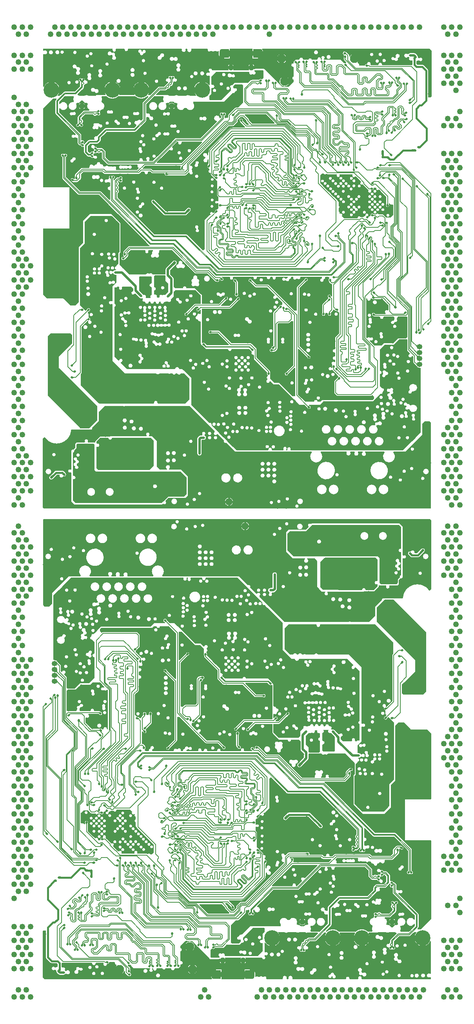
<source format=gbr>
*
%FSLAX45Y45*%
%MOMM*%
G04 A1 - rect2105.177x1929.917xr620.547x23 *
%AMA1l3s_lev.gbr*
22,1,2.105177,0.688822,-1.052588,-0.344410,0.0*
1,1,1.241095,-0.432040,0.344410*
1,1,1.241095,0.432040,0.344410*
20,1,1.241095,-0.432040,0.344410,0.432040,0.344410,0.0*
1,1,1.241095,-0.432040,-0.344410*
1,1,1.241095,0.432040,-0.344410*
20,1,1.241095,-0.432040,-0.344410,0.432040,-0.344410,0.0*
21,1,0.964945,0.964945,0.570110,0.482480,0.0*
21,1,0.964945,0.964945,0.570110,-0.482480,0.0*
%
G04 A2 - rect2105.177x1929.917xr620.547x14 *
%AMA2l3s_lev.gbr*
22,1,2.105177,0.688822,-1.052588,-0.344410,0.0*
1,1,1.241095,-0.432040,0.344410*
1,1,1.241095,0.432040,0.344410*
20,1,1.241095,-0.432040,0.344410,0.432040,0.344410,0.0*
1,1,1.241095,-0.432040,-0.344410*
1,1,1.241095,0.432040,-0.344410*
20,1,1.241095,-0.432040,-0.344410,0.432040,-0.344410,0.0*
21,1,0.964945,0.964945,-0.570110,0.482480,0.0*
21,1,0.964945,0.964945,-0.570110,-0.482480,0.0*
%
G04 A3 - rect2105.177x1929.917xr620.547x23 180 *
%AMA3l3s_lev.gbr*
22,1,2.105177,0.688822,-1.052588,-0.344410,0.0*
1,1,1.241095,0.432040,-0.344410*
1,1,1.241095,-0.432040,-0.344410*
20,1,1.241095,0.432040,-0.344410,-0.432040,-0.344410,0.0*
1,1,1.241095,0.432040,0.344410*
1,1,1.241095,-0.432040,0.344410*
20,1,1.241095,0.432040,0.344410,-0.432040,0.344410,0.0*
21,1,0.964945,0.964945,-0.570110,-0.482480,0.0*
21,1,0.964945,0.964945,-0.570110,0.482480,0.0*
%
G04 A4 - rect2105.177x1929.917xr620.547x14 180 *
%AMA4l3s_lev.gbr*
22,1,2.105177,0.688822,-1.052588,-0.344410,0.0*
1,1,1.241095,0.432040,-0.344410*
1,1,1.241095,-0.432040,-0.344410*
20,1,1.241095,0.432040,-0.344410,-0.432040,-0.344410,0.0*
1,1,1.241095,0.432040,0.344410*
1,1,1.241095,-0.432040,0.344410*
20,1,1.241095,0.432040,0.344410,-0.432040,0.344410,0.0*
21,1,0.964945,0.964945,0.570110,-0.482480,0.0*
21,1,0.964945,0.964945,0.570110,0.482480,0.0*
%
%ADD10C,3.332000*%
%ADD11C,0.187000*%
%ADD12C,0.192812*%
%ADD13C,0.502920*%
%ADD14C,0.500380*%
%ADD15C,0.639597*%
%ADD16C,0.538000*%
%ADD17C,0.284000*%
%ADD18C,1.046000*%
%ADD19C,0.411000*%
%ADD20C,0.140000*%
%ADD21C,0.137000*%
%ADD22R,1.371600X2.159000*%
%ADD23A1l3s_lev.gbr*%
%ADD24A2l3s_lev.gbr*%
%ADD25C,0.640080*%
%ADD26O,1.226820X1.125220*%
%ADD27C,1.300480*%
%ADD28C,1.554480*%
%ADD29C,1.930400*%
%ADD30C,3.357880*%
%ADD31O,1.132840X1.282700*%
%ADD32C,0.665000*%
%ADD33C,1.300000*%
%ADD34C,0.120000*%
%ADD35A3l3s_lev.gbr*%
%ADD36A4l3s_lev.gbr*%
%ADD37C,1.250000*%
%IPPOS*%
%LNl3s_lev.gbr*%
%LPD*%
%SRX1Y1I0J0*%
G01*
G75*
G36*
X006866303Y003269532D02*
X006893868Y003241966D01*
G03X006914389Y003233473I000020518J000020539D01*
G01X007076924D01*
G02X007084295Y003215760I000000000J-000010390D01*
G01X007036509Y003167999D01*
G02X007032929Y003166516I-000003968J000004517D01*
G01X006274842D01*
G02X006265467Y003181371I000000002J000010387D01*
G03X006268288Y003193824I-000026208J000012483D01*
G01Y003197305D01*
G02X006269127Y003200003I000006000J-000000387D01*
G01X006269353Y003200330D01*
G03X006213100Y003246925I-000030104J000020911D01*
G02X006199682Y003245708I-000007424J000007273D01*
G03X006187638Y003251276I-000021150J-000029943D01*
G02X006182890Y003268659I000002623J000010057D01*
G01X006183802Y003269559D01*
G02X006187351Y003271014I000003936J-000004545D01*
G01X006862723D01*
G02X006866303Y003269532I-000000388J-000006000D01*
G37*
G36*
X004790417Y002186100D02*
G01Y002179905D01*
G03X004798910Y002159384I000029032J-000000003D01*
G01X004881530Y002076789D01*
G02X004874160Y002059076I-000007371J-000007323D01*
G01X004424608D01*
G02X004421028Y002060558I000000388J000006000D01*
G01X004239180Y002242381D01*
G02X004246551Y002260094I000007371J000007323D01*
G01X004716422D01*
G02X004720003Y002258612I-000000388J-000006000D01*
G01X004788935Y002189680D01*
G02X004790417Y002186100I-000004517J-000003968D01*
G37*
G36*
X008067040Y008654772D02*
G01Y008655393D01*
X008238098Y008826451D01*
X008429841D01*
X009134300Y008121993D01*
Y006843130D01*
X009069921Y006778752D01*
X008647038D01*
X008610600Y006815190D01*
Y006999313D01*
X008649578Y007038292D01*
X008656767D01*
X008895080Y007276604D01*
Y007523444D01*
X008067040Y008351484D01*
Y008654772D01*
G37*
G36*
X006894611Y005566161D02*
G02X006893128Y005569741I000004517J000003968D01*
G01Y005696509D01*
G02X006903248Y005706899I000010392J000000002D01*
G03X006903236Y005780151I-000001000J000036626D01*
G02X006893128Y005790541I000000283J000010387D01*
G01Y005946876D01*
G02X006897016Y005952118I000006000J-000000388D01*
G01X006897379Y005952228D01*
G03X006923659Y005987364I-000010348J000035135D01*
G03X006917172Y006008200I-000036665J000000013D01*
G02X006917830Y006015229I000005176J000003061D01*
G01X006923002Y006020401D01*
G02X006926585Y006021885I000003970J-000004515D01*
G01X007015072D01*
G02X007018652Y006020402I-000000388J-000006000D01*
G01X007022374Y006016680D01*
G02X007022902Y006009443I-000004518J-000003967D01*
G01X007022707Y006009180D01*
G03X007069090Y005954874I000029448J-000021809D01*
G02X007076819Y005952811I000002731J-000005279D01*
G03X007083259Y005944873I000041322J000026942D01*
G01X007163885Y005864222D01*
G02X007165368Y005860642I-000004518J-000003968D01*
G01Y005567201D01*
G02X007163885Y005563621I-000006000J000000388D01*
G01X007153272Y005553008D01*
G02X007149692Y005551525I-000003968J000004517D01*
G01X006997146D01*
G03X006959750Y005551525I-000018698J-000031494D01*
G01X006911361Y005551509D01*
G02X006907780Y005552992I000000387J000006000D01*
G01X006894611Y005566161D01*
G37*
G36*
X001726798Y006540452D02*
G03X001653974Y006547164I-000036196J000005700D01*
G02X001639935Y006537724I-000010392J000000295D01*
G03X001599416Y006479367I-000012831J-000034337D01*
G02X001597624Y006464151I-000007851J-000006789D01*
G03X001582520Y006431477I000021450J-000029744D01*
G02X001572159Y006420256I-000010359J-000000829D01*
G01X001393446D01*
G03X001386900Y006419507I000000005J-000029030D01*
G02X001374165Y006429630I-000002345J000010122D01*
G01Y006631027D01*
X001608229D01*
X001608234D01*
G03X001608229Y006630391I000036645J-000000635D01*
G03X001681530Y006630620I000036651J000000000D01*
G01X001681535D01*
X002161517D01*
X002161523D01*
G03X002161517Y006629985I000036645J-000000635D01*
G03X002234813Y006630620I000036651J000000000D01*
G01X002234819D01*
X002260577D01*
Y006476950D01*
X002209419D01*
X002209413D01*
G03X002209419Y006477585I-000036646J000000635D01*
G03X002198951Y006503231I-000036651J-000000001D01*
G02X002198493Y006517234I000007446J000007253D01*
G03X002134014Y006540452I-000027831J000023853D01*
G01X002134009D01*
X001726903D01*
X001726882D01*
X001726798D01*
G37*
G36*
X001374165Y006629756D02*
Y006857080D01*
X001892267D01*
X001892273D01*
G03X001908683Y006825887I000036646J-000000635D01*
G02X001911531Y006811319I-000005713J-000008679D01*
G03X001978279Y006790412I000030100J-000020908D01*
G03X001978273Y006791046I-000036676J-000000000D01*
G01X001978279D01*
X002260577D01*
Y006629350D01*
X002234819D01*
X002234813D01*
G03X002161517Y006629985I-000036645J000000635D01*
G01X002161518Y006629756D01*
X002161513D01*
X001681530D01*
X001681525D01*
G03X001608229Y006630391I-000036645J000000635D01*
G03X001608234Y006629756I000036651J000000000D01*
G01X001608229D01*
X001374165D01*
G37*
G36*
Y006855811D02*
Y006860104D01*
G02X001375650Y006863687I000006000J-000000388D01*
G01X001398479Y006886493D01*
G02X001402058Y006887974I000003966J-000004519D01*
G01X001555305D01*
X001558925Y006891612D01*
G02X001562517Y006893105I000003979J-000004507D01*
G01X001574368D01*
Y006893186D01*
G02X001575785Y006896183I000005933J-000000971D01*
G01X001640955Y006961354D01*
X002014756D01*
X002014761D01*
G03X002014756Y006960719I000036645J-000000635D01*
G03X002088052Y006961354I000036651J000000000D01*
G01X002088058D01*
X002171231D01*
X002186260Y006946325D01*
G02X002185094Y006930661I-000007371J-000007327D01*
G03X002183219Y006929155I000022003J-000029312D01*
G02X002169764Y006929172I-000006717J000007942D01*
G03X002169779Y006873355I-000023743J-000027915D01*
G02X002183240Y006873342I000006722J-000007937D01*
G03X002236393Y006879379I000023752J000027892D01*
G02X002252049Y006880535I000008330J-000006215D01*
G01X002259100Y006873464D01*
G02X002260577Y006869889I-000004522J-000003962D01*
G01Y006789777D01*
X001978279D01*
X001978273D01*
G03X001978279Y006790412I-000036643J000000635D01*
G03X001961873Y006820976I-000036676J-000000001D01*
G02X001959026Y006835544I000005713J000008679D01*
G03X001892273Y006855811I-000030107J000020901D01*
G01X001892267D01*
X001374165D01*
G37*
G36*
X001639685Y006960083D02*
X001674306Y006994705D01*
X001880047D01*
X001929364Y007044022D01*
G02X001932944Y007045505I000003968J-000004517D01*
G01X002084983D01*
G02X002088563Y007044022I-000000388J-000006000D01*
G01X002172501Y006960083D01*
X002171866D01*
X002088058D01*
X002088052D01*
G03X002014756Y006960719I-000036645J000000635D01*
G03X002014761Y006960083I000036651J000000000D01*
G01X002014756D01*
X001640320D01*
X001639685D01*
G37*
G36*
X001726976Y006541722D02*
X002134009D01*
X002134014D01*
G03X002144477Y006515439I000036648J-000000635D01*
G02X002144935Y006501435I-000007447J-000007253D01*
G03X002209419Y006477585I000027832J-000023848D01*
G03X002209413Y006478220I-000036651J000000000D01*
G01X002209419D01*
X002260577D01*
Y006390590D01*
X002227199D01*
X002227193D01*
G03X002153897Y006391225I-000036645J000000635D01*
G03X002153903Y006390590I000036651J000000000D01*
G01X002153897D01*
X002132638D01*
G03X002107733Y006407097I-000030957J-000019665D01*
G02X002105152Y006408440I000001402J000005847D01*
G01X002101849Y006411763D01*
G03X002081328Y006420256I-000020518J-000020539D01*
G01X001971604D01*
G02X001961334Y006432324I-000000024J000010384D01*
G03X001889007Y006432309I-000036165J000005949D01*
G02X001878734Y006420256I-000010249J-000001670D01*
G01X001665937D01*
G02X001655578Y006431491I-000000002J000010392D01*
G03X001646732Y006458430I-000036515J000002931D01*
G02X001648540Y006473657I000007851J000006789D01*
G03X001663726Y006502392I-000021440J000029710D01*
G02X001677765Y006511833I000010392J-000000295D01*
G03X001726976Y006541722I000012838J000034320D01*
G37*
G36*
X002161523Y006629350D02*
G01X002161517D01*
X001681535D01*
X001681521D01*
X001681516D01*
G03X001681525Y006631027I-000036636J000001041D01*
G01X001681530D01*
X002161513D01*
X002161526D01*
X002161532D01*
G03X002161517Y006629985I000036636J-000001040D01*
G03X002161523Y006629350I000036651J000000000D01*
G37*
G36*
X002131793Y006391860D02*
G01X002132225D01*
X002153897D01*
X002153903D01*
G03X002153897Y006391225I000036645J-000000635D01*
G03X002227193Y006391860I000036651J000000000D01*
G01X002227199D01*
X002260577D01*
Y006109057D01*
X002118411D01*
X002118406D01*
G03X002029869Y006109691I-000044266J000000635D01*
G03X002029873Y006109057I000044271J-000000004D01*
G01X002029869D01*
X001841996D01*
X001781642Y006169411D01*
G02X001780159Y006172991I000004517J000003968D01*
G01Y006278118D01*
G02X001797001Y006286273I000010394J000000002D01*
G03X001842547Y006343698I000022719J000028755D01*
G02X001849019Y006362194I000006475J000008115D01*
G01X002062018D01*
G02X002067125Y006358634I-000000389J-000006000D01*
G01X002067243Y006358313D01*
G03X002131793Y006391860I000034438J000012612D01*
G37*
G36*
X001840726Y006110327D02*
G01X001841361D01*
X002029869D01*
X002029873D01*
G03X002029869Y006109691I000044266J-000000631D01*
G03X002118406Y006110327I000044271J000000000D01*
G01X002118411D01*
X002260577D01*
Y006034658D01*
G02X002254965Y006029045I-000006000J000000388D01*
G01X002249527D01*
G02X002239166Y006040205I000000001J000010389D01*
G03X002166061Y006040190I-000036553J000002672D01*
G02X002155699Y006029045I-000010362J-000000755D01*
G01X002145567D01*
G02X002141142Y006031441I000000388J000006000D01*
G03X002089147Y006041444I-000030783J-000019870D01*
G02X002086402Y006040576I-000003132J000005132D01*
G01X001910476D01*
X001840726Y006110327D01*
G37*
G36*
X001365264Y009277300D02*
X001054128Y008966164D01*
Y008737121D01*
G02X001052645Y008733541I-000006000J000000388D01*
G01X000996312Y008677208D01*
G02X000992732Y008675725I-000003968J000004517D01*
G01X000899164D01*
G02X000895584Y008677208I000000388J000006000D01*
G01X000867191Y008705601D01*
G02X000865708Y008709181I000004517J000003968D01*
G01Y009277300D01*
X001226797D01*
X001226803D01*
G03X001226797Y009276665I000036645J-000000635D01*
G03X001300093Y009277300I000036651J000000000D01*
G01X001300099D01*
X001364629D01*
X001365264D01*
G37*
G36*
X000865708Y009276030D02*
Y009696781D01*
X001242037D01*
X001242043D01*
G03X001242037Y009696146I000036645J-000000635D01*
G03X001315333Y009696781I000036651J000000000D01*
G01X001315339D01*
X001798436D01*
G03X002171292Y009741638I000183806J000044222D01*
G01X002171293D01*
X002936192D01*
X002936193D01*
G03X002936192Y009741002I000189050J-000000615D01*
G03X003245097Y009594800I000189051J000000000D01*
G01X004201137D01*
X004201142D01*
G03X004201137Y009594165I000044266J-000000631D01*
G03X004289674Y009594800I000044271J000000000D01*
G01X004289679D01*
X004328137D01*
X004328142D01*
G03X004328137Y009594165I000044266J-000000631D01*
G03X004416674Y009594800I000044271J000000000D01*
G01X004416679D01*
X004455137D01*
X004455142D01*
G03X004455137Y009594165I000044266J-000000631D01*
G03X004543674Y009594800I000044271J000000000D01*
G01X004543679D01*
X006781828D01*
Y009522410D01*
X006585839D01*
X006585834D01*
G03X006497297Y009523045I-000044266J000000635D01*
G03X006497302Y009522410I000044271J-000000004D01*
G01X006497297D01*
X006458615D01*
G03X006370297Y009517965I-000044047J-000004445D01*
G03X006370302Y009517330I000044271J-000000004D01*
G01X006370297D01*
X003439844D01*
G03X003246185Y009346159I-000100607J-000081312D01*
G02X003238704Y009328556I-000007480J-000007212D01*
G01X002687321D01*
G02X002678924Y009345040I000000004J000010383D01*
G03X002607281Y009345033I-000035824J000026011D01*
G02X002598879Y009328556I-000008406J-000006095D01*
G01X002515516D01*
G02X002507901Y009346025I-000000002J000010393D01*
G03X002443033Y009346010I-000032441J000030121D01*
G02X002435404Y009328556I-000007627J-000007061D01*
G01X002345005D01*
G02X002338430Y009346975I000000002J000010384D01*
G03X002282305Y009346963I-000028070J000034235D01*
G02X002275715Y009328556I-000006593J-000008023D01*
G01X001869416D01*
G02X001861941Y009346166I-000000001J000010391D01*
G03X001675830Y009346159I-000093059J000089852D01*
G02X001668349Y009328556I-000007480J-000007212D01*
G01X001464353D01*
X001463276Y009327469D01*
G02X001459672Y009325965I-000003992J000004497D01*
G01X001413929D01*
X001363994Y009276030D01*
X001300099D01*
X001300093D01*
G03X001226797Y009276665I-000036645J000000635D01*
G03X001226803Y009276030I000036651J000000000D01*
G01X001226797D01*
X000865708D01*
G37*
G36*
Y009695511D02*
Y009760306D01*
X000909260D01*
X000909263D01*
G03X000909260Y009759672I000061247J-000000631D01*
G03X001031567Y009754820I000061250J000000000D01*
G01X001404597D01*
X001404603D01*
G03X001404597Y009754185I000036645J-000000635D01*
G03X001475684Y009741638I000036651J000000000D01*
G01X001793192D01*
X001793193D01*
G03X001793192Y009741002I000189050J-000000615D01*
G03X001798747Y009695511I000189051J000000000D01*
G01X001798591D01*
X001315339D01*
X001315333D01*
G03X001242037Y009696146I-000036645J000000635D01*
G03X001242043Y009695511I000036651J000000000D01*
G01X001242037D01*
X000865708D01*
G37*
G36*
Y009759037D02*
Y009910573D01*
X001001550D01*
X001001555D01*
G03X001001550Y009909938I000036645J-000000635D01*
G03X001064451Y009884360I000036651J000000000D01*
G01X001697104D01*
X001697109D01*
G03X001697104Y009883725I000036645J-000000635D01*
G03X001770400Y009884360I000036651J000000000D01*
G01X001770405D01*
X001858252D01*
X001858278D01*
X001858999D01*
G03X001793608Y009753550I000123243J-000143357D01*
G01X001477899D01*
X001477893D01*
G03X001404920Y009759037I-000036645J000000635D01*
G01X001031760D01*
X001031757D01*
G03X000909260Y009759672I-000061247J000000635D01*
G03X000909263Y009759037I000061250J-000000004D01*
G01X000909260D01*
X000865708D01*
G37*
G36*
Y009909303D02*
Y010147631D01*
X001783286D01*
X001783288D01*
G03X001783286Y010146996I000103959J-000000645D01*
G03X001991205Y010147631I000103961J000000000D01*
G01X001991207D01*
X002038784D01*
X002038786D01*
G03X002038784Y010146996I000103959J-000000645D01*
G03X002246704Y010147631I000103961J000000000D01*
G01X002246706D01*
X002859789D01*
X002859791D01*
G03X002859789Y010146996I000103959J-000000645D01*
G03X003067708Y010147631I000103961J000000000D01*
G01X003067710D01*
X003114271D01*
X003114273D01*
G03X003114271Y010146996I000103959J-000000645D01*
G03X003322191Y010147631I000103961J000000000D01*
G01X003322193D01*
X006113808D01*
Y009897898D01*
X005389905D01*
X005389903D01*
G03X005189604Y009898533I-000100149J000000635D01*
G03X005189606Y009897898I000100151J-000000002D01*
G01X005189604D01*
X005135905D01*
X005135903D01*
G03X004970527Y009974530I-000100149J000000635D01*
G01X004289679D01*
X004289674D01*
G03X004201137Y009975165I-000044266J000000635D01*
G03X004201142Y009974530I000044271J-000000004D01*
G01X004201137D01*
X001546341D01*
G03X001488417Y009944685I-000021273J-000029845D01*
G03X001488423Y009944050I000036651J000000000D01*
G01X001488417D01*
X001051603D01*
G03X001001550Y009909938I-000013403J-000034112D01*
G03X001001555Y009909303I000036651J000000000D01*
G01X001001550D01*
X000865708D01*
G37*
G36*
Y010146361D02*
Y010279979D01*
X006113808D01*
X006114443D01*
X006113808Y010279344D01*
Y010233559D01*
X005894908D01*
X005894903D01*
G03X005821606Y010234194I-000036645J000000635D01*
G03X005821612Y010233559I000036651J000000000D01*
G01X005821606D01*
X003275805D01*
G03X003114271Y010146996I-000057573J-000086563D01*
G03X003114273Y010146361I000103961J000000010D01*
G01X003114271D01*
X003067710D01*
X003067708D01*
G03X002859789Y010146996I-000103959J000000635D01*
G03X002859791Y010146361I000103961J000000010D01*
G01X002859789D01*
X002246706D01*
X002246704D01*
G03X002038784Y010146996I-000103959J000000635D01*
G03X002038786Y010146361I000103961J000000010D01*
G01X002038784D01*
X001991207D01*
X001991205D01*
G03X001783286Y010146996I-000103959J000000635D01*
G03X001783288Y010146361I000103961J000000010D01*
G01X001783286D01*
X000865708D01*
G37*
G36*
Y010278709D02*
Y010405060D01*
X003627060D01*
X003627063D01*
G03X003627060Y010404425I000061247J-000000631D01*
G03X003719515Y010351720I000061250J000000000D01*
G01X003926817D01*
X003926823D01*
G03X003926817Y010351085I000036645J-000000635D01*
G03X004000113Y010351720I000036651J000000000D01*
G01X004000119D01*
X005162158D01*
G03X005298835Y010363379I000063690J000060325D01*
G01X005936999D01*
X005937004D01*
G03X005936999Y010362744I000036645J-000000635D01*
G03X006010295Y010363379I000036651J000000000D01*
G01X006010300D01*
X006360648D01*
G03X006467357Y010405060I000045461J000041047D01*
G01X006467360D01*
X006593280D01*
G02X006593228Y010390464I-000007415J-000007272D01*
G01X006536052Y010333288D01*
G02X006532472Y010331805I-000003968J000004517D01*
G01X006166269D01*
X006113808Y010279344D01*
Y010278709D01*
X000865708D01*
G37*
G36*
Y010403790D02*
Y010506660D01*
X003719934D01*
X003719940D01*
G03X003719934Y010506025I000036645J-000000635D01*
G03X003793230Y010506660I000036651J000000000D01*
G01X003793236D01*
X009248168D01*
Y009890740D01*
X009106788D01*
X009106783D01*
G03X009033404Y009921731I-000042966J000000635D01*
G01X008940797Y009829148D01*
G02X008937217Y009827666I-000003967J000004518D01*
G01X008888908D01*
G02X008879279Y009841922I000000005J000010383D01*
G03X008812142Y009871314I-000033935J000013859D01*
G02X008799095Y009865981I-000009415J000004410D01*
G03X008740937Y009825155I-000015195J-000040191D01*
G01X008740932D01*
X008625408D01*
Y010401264D01*
X008557707Y010468965D01*
X006666649D01*
X006657149Y010459465D01*
G02X006642740Y010459198I-000007343J000007342D01*
G03X006592904Y010405425I-000024959J-000026849D01*
G02X006594341Y010403790I-000007038J-000007637D01*
G01X006593860D01*
X006593848D01*
X006467360D01*
X006467357D01*
G03X006385801Y010462210I-000061247J000000635D01*
G01X006159119D01*
X006159113D01*
G03X006085817Y010462845I-000036645J000000635D01*
G03X006085823Y010462210I000036651J000000000D01*
G01X006085817D01*
X005297813D01*
G03X005139577Y010427945I-000071965J-000050165D01*
G01X004344314D01*
X004344309D01*
G03X004271013Y010428581I-000036645J000000635D01*
G03X004271018Y010427945I000036651J000000000D01*
G01X004271013D01*
X004174524D01*
G03X004110154Y010403968I-000027719J-000023978D01*
G01X004110155Y010403790D01*
X004110149D01*
X003749560D01*
X003749556D01*
G03X003627060Y010404425I-000061247J000000635D01*
G03X003627063Y010403790I000061250J-000000004D01*
G01X003627060D01*
X000865708D01*
G37*
G36*
Y010505390D02*
Y010555252D01*
G02X000871320Y010560865I000006000J-000000388D01*
G01X009219792D01*
G02X009223372Y010559382I-000000388J-000006000D01*
G01X009246685Y010536069D01*
G02X009248168Y010532489I-000004517J-000003968D01*
G01Y010505390D01*
X003793236D01*
X003793230D01*
G03X003719934Y010506025I-000036645J000000635D01*
G03X003719940Y010505390I000036651J000000000D01*
G01X003719934D01*
X000865708D01*
G37*
G36*
X001404603Y009753550D02*
X001404597D01*
X001031523D01*
X001031505D01*
X001031453D01*
G03X001031757Y009760306I-000060943J000006122D01*
G01X001031760D01*
X001405010D01*
X001405112D01*
G03X001404597Y009754185I000036136J-000006121D01*
G03X001404603Y009753550I000036651J000000000D01*
G37*
G36*
X001488423Y009945320D02*
G03X001488417Y009944685I000036645J-000000635D01*
G03X001514014Y009909741I000036651J000000000D01*
G02X001513410Y009909303I-000000604J000000197D01*
G01X001074852D01*
X001074846D01*
G03X001049255Y009944882I-000036645J000000635D01*
G02X001049859Y009945320I000000604J-000000197D01*
G01X001488417D01*
X001488423D01*
G37*
G36*
X001697109Y009883090D02*
X001697104D01*
X001063822D01*
X001063811D01*
X001063150D01*
G03X001074846Y009910573I-000024950J000026848D01*
G01X001074852D01*
X001511665D01*
G03X001561713Y009945320I000013403J000034112D01*
G01X001561719D01*
X004212710D01*
G03X004289674Y009975800I000032698J000029845D01*
G01X004289679D01*
X004971267D01*
X004971281D01*
X004972036D01*
G03X004935604Y009898533I000063718J-000077267D01*
G03X004935606Y009897898I000100151J-000000002D01*
G01X004935604D01*
X003230713D01*
G03X002958102Y009829343I-000105470J-000156896D01*
G01X002927832D01*
X002927827D01*
G03X002854531Y009829979I-000036645J000000635D01*
G03X002854536Y009829343I000036651J000000000D01*
G01X002854531D01*
X002149383D01*
G03X001857537Y009883090I-000167141J-000088341D01*
G01X001770405D01*
X001770400D01*
G03X001697104Y009883725I-000036645J000000635D01*
G03X001697109Y009883090I000036651J000000000D01*
G37*
G36*
X001793193Y009740368D02*
G01X001793192D01*
X001475453D01*
X001475440D01*
X001475194D01*
G03X001477893Y009754820I-000033946J000013818D01*
G01X001477899D01*
X001793645D01*
X001793659D01*
X001793697D01*
G03X001793192Y009741002I000188545J-000013819D01*
G03X001793193Y009740368I000189051J-000000020D01*
G37*
G36*
X004213916Y009944050D02*
G01X004213306D01*
X004213296D01*
X001561719D01*
X001561713D01*
G03X001544890Y009975513I-000036645J000000635D01*
G02X001545421Y009975800I000000531J-000000348D01*
G01X004201137D01*
X004201142D01*
G03X004201137Y009975165I000044266J-000000631D01*
G03X004213916Y009944050I000044271J000000000D01*
G37*
G36*
X002936193Y009740368D02*
G01X002936192D01*
X002171293D01*
X002171292D01*
G03X002148706Y009830614I-000189050J000000635D01*
G01X002149046D01*
X002854531D01*
X002854536D01*
G03X002854531Y009829979I000036645J-000000635D01*
G03X002927827Y009830614I000036651J000000000D01*
G01X002927832D01*
X002958439D01*
X002958779D01*
G03X002936192Y009741002I000166463J-000089611D01*
G03X002936193Y009740368I000189051J-000000020D01*
G37*
G36*
X003229232Y009898884D02*
G02X003229771Y009899168I000000530J-000000350D01*
G01X004935604D01*
X004935606D01*
G03X004935604Y009898533I000100149J-000000633D01*
G03X004949564Y009847530I000100151J000000000D01*
G01X004949191D01*
X004543679D01*
X004543674D01*
G03X004455137Y009848165I-000044266J000000635D01*
G03X004455142Y009847530I000044271J-000000004D01*
G01X004455137D01*
X004416679D01*
X004416674D01*
G03X004328137Y009848165I-000044266J000000635D01*
G03X004328142Y009847530I000044271J-000000004D01*
G01X004328137D01*
X004289679D01*
X004289674D01*
G03X004201137Y009848165I-000044266J000000635D01*
G03X004201142Y009847530I000044271J-000000004D01*
G01X004201137D01*
X003281422D01*
G03X003229232Y009898884I-000156180J-000106528D01*
G37*
G36*
X004201142Y009593530D02*
G01X004201137D01*
X003244326D01*
X003244309D01*
X003243531D01*
G03X003313315Y009721800I-000118288J000147472D01*
G01X004201137D01*
X004201142D01*
G03X004201137Y009721165I000044266J-000000631D01*
G03X004289674Y009721800I000044271J000000000D01*
G01X004289679D01*
X004328137D01*
X004328142D01*
G03X004328137Y009721165I000044266J-000000631D01*
G03X004416674Y009721800I000044271J000000000D01*
G01X004416679D01*
X004455137D01*
X004455142D01*
G03X004455137Y009721165I000044266J-000000631D01*
G03X004543674Y009721800I000044271J000000000D01*
G01X004543679D01*
X006253494D01*
X006255169Y009720125D01*
X006509767D01*
G02X006515810Y009701286I-000000001J-000010389D01*
G03X006567339Y009701276I000025758J-000036005D01*
G02X006573369Y009720125I000006030J000008460D01*
G01X006717892D01*
G02X006721472Y009718642I-000000388J-000006000D01*
G01X006780345Y009659769D01*
G02X006781828Y009656189I-000004517J-000003968D01*
G01Y009593530D01*
X004543679D01*
X004543674D01*
G03X004455137Y009594165I-000044266J000000635D01*
G03X004455142Y009593530I000044271J-000000004D01*
G01X004455137D01*
X004416679D01*
X004416674D01*
G03X004328137Y009594165I-000044266J000000635D01*
G03X004328142Y009593530I000044271J-000000004D01*
G01X004328137D01*
X004289679D01*
X004289674D01*
G03X004201137Y009594165I-000044266J000000635D01*
G03X004201142Y009593530I000044271J-000000004D01*
G37*
G36*
X006113808Y010146361D02*
G01X003322193D01*
X003322191D01*
G03X003274305Y010234538I-000103959J000000635D01*
G02X003274839Y010234829I000000534J-000000344D01*
G01X005821606D01*
X005821612D01*
G03X005821606Y010234194I000036645J-000000635D01*
G03X005894903Y010234829I000036651J000000000D01*
G01X005894908D01*
X006113808D01*
Y010146361D01*
G37*
G36*
X003280548Y009848800D02*
X003280974D01*
X003281000D01*
X004201137D01*
X004201142D01*
G03X004201137Y009848165I000044266J-000000631D01*
G03X004289674Y009848800I000044271J000000000D01*
G01X004289679D01*
X004328137D01*
X004328142D01*
G03X004328137Y009848165I000044266J-000000631D01*
G03X004416674Y009848800I000044271J000000000D01*
G01X004416679D01*
X004455137D01*
X004455142D01*
G03X004455137Y009848165I000044266J-000000631D01*
G03X004543674Y009848800I000044271J000000000D01*
G01X004543679D01*
X004948825D01*
G03X005135903Y009899168I000086930J000049733D01*
G01X005135905D01*
X005189604D01*
X005189606D01*
G03X005189604Y009898533I000100149J-000000633D01*
G03X005389903Y009899168I000100151J000000000D01*
G01X005389905D01*
X006113808D01*
Y009861486D01*
X006254764Y009720530D01*
X006254129D01*
X004543679D01*
X004543674D01*
G03X004455137Y009721165I-000044266J000000635D01*
G03X004455142Y009720530I000044271J-000000004D01*
G01X004455137D01*
X004416679D01*
X004416674D01*
G03X004328137Y009721165I-000044266J000000635D01*
G03X004328142Y009720530I000044271J-000000004D01*
G01X004328137D01*
X004289679D01*
X004289674D01*
G03X004205518Y009740368I-000044266J000000635D01*
G01X003314293D01*
X003314292D01*
G03X003280548Y009848800I-000189050J000000635D01*
G37*
G36*
X004201142Y009720530D02*
G01X004201137D01*
X003313254D01*
X003313245D01*
X003313181D01*
G03X003314292Y009741638I-000187939J000020473D01*
G01X003314293D01*
X004205823D01*
X004205838D01*
X004206155D01*
G03X004201137Y009721165I000039253J-000020473D01*
G03X004201142Y009720530I000044271J-000000004D01*
G37*
G36*
X003438805Y009518600D02*
G01X003439328D01*
X006370297D01*
X006370302D01*
G03X006370297Y009517965I000044266J-000000631D01*
G03X006458834Y009518600I000044271J000000000D01*
G01X006458839D01*
X006497521D01*
G03X006585834Y009523680I000044047J000004445D01*
G01X006585839D01*
X006781828D01*
Y009364930D01*
X006585839D01*
X006585834D01*
G03X006522608Y009405570I-000044266J000000635D01*
G01X006222619D01*
X006222613D01*
G03X006149317Y009406205I-000036645J000000635D01*
G03X006149323Y009405570I000036651J000000000D01*
G01X006149317D01*
X005895511D01*
G03X005814037Y009368105I-000032123J-000037465D01*
G01Y009084334D01*
G02X005808425Y009078721I-000006000J000000388D01*
G01X005769586D01*
G03X005720266Y009028761I000000010J-000049333D01*
G01X005720255D01*
X005679237D01*
X005679231D01*
G03X005605935Y009029396I-000036645J000000635D01*
G03X005605941Y009028761I000036651J000000000D01*
G01X005605935D01*
X005552236D01*
X005552231D01*
G03X005478935Y009029396I-000036645J000000635D01*
G03X005478941Y009028761I000036651J000000000D01*
G01X005478935D01*
X005392890D01*
X005336616Y009085036D01*
G02X005335477Y009091051I000004515J000003970D01*
G01X005335632Y009091405D01*
G03X005287375Y009139662I-000033571J000014685D01*
G01X005287018Y009139506D01*
G02X005281008Y009140644I-000002043J000005655D01*
G01X005095687Y009325965D01*
X005068994D01*
G02X005065390Y009327469I000000388J000006000D01*
G01X005064313Y009328556D01*
X003439771D01*
G02X003432296Y009346166I-000000001J000010391D01*
G03X003438805Y009518600I-000093059J000089852D01*
G37*
G36*
X003926823Y010350450D02*
G01X003926817D01*
X003718416D01*
G02X003717862Y010350776I000000000J000000635D01*
G03X003749560Y010404603I-000029552J000053649D01*
G01X003749563D01*
X004110154D01*
X004110160D01*
G03X004110154Y010403968I000036645J-000000635D01*
G03X004183450Y010404603I000036651J000000000D01*
G01X004183456D01*
X004279945D01*
G03X004340686Y010412680I000027719J000023978D01*
G01X005138124D01*
X005138126D01*
G03X005138124Y010412045I000087722J-000000628D01*
G03X005163385Y010350450I000087724J000000000D01*
G01X005162775D01*
X005162756D01*
X004000119D01*
X004000113D01*
G03X003926817Y010351085I-000036645J000000635D01*
G03X003926823Y010350450I000036651J000000000D01*
G37*
G36*
X004110160Y010403333D02*
G01X004110155D01*
X004110154D01*
X003749563D01*
X003749553D01*
X003749550D01*
G03X003749556Y010405060I-000061240J000001094D01*
G01X003749560D01*
X004110150D01*
X004110165D01*
X004110171D01*
G03X004110154Y010403968I000036635J-000001091D01*
G03X004110160Y010403333I000036651J000000000D01*
G37*
G36*
X004173373Y010429216D02*
G01X004173955D01*
X004173969D01*
X004271013D01*
X004271018D01*
G03X004271013Y010428581I000036645J-000000635D01*
G03X004281096Y010403333I000036651J000000000D01*
G01X004280514D01*
X004280500D01*
X004183456D01*
X004183450D01*
G03X004173373Y010429216I-000036645J000000635D01*
G37*
G36*
X005138126Y010411410D02*
G01X005138124D01*
X004340380D01*
X004340364D01*
X004340043D01*
G03X004344309Y010429216I-000032380J000017171D01*
G01X004344314D01*
X005139696D01*
X005139821D01*
G03X005138124Y010412045I000086027J-000017170D01*
G03X005138126Y010411410I000087724J-000000007D01*
G37*
G36*
X005296911Y010463480D02*
G01X005297357D01*
X005297375D01*
X006085817D01*
X006085823D01*
G03X006085817Y010462845I000036645J-000000635D01*
G03X006159113Y010463480I000036651J000000000D01*
G01X006159119D01*
X006387697D01*
G02X006388314Y010463033I000000010J-000000635D01*
G03X006345259Y010411410I000017796J-000058608D01*
G01X005313572D01*
X005313570D01*
G03X005296911Y010463480I-000087722J000000635D01*
G37*
G36*
X005937004Y010362108D02*
G01X005936999D01*
X005298418D01*
X005298397D01*
X005297972D01*
G03X005313294Y010405060I-000072124J000049937D01*
G01X006344860D01*
X006344863D01*
G03X006344860Y010404425I000061247J-000000631D01*
G03X006361828Y010362108I000061250J000000000D01*
G01X006361238D01*
X006361221D01*
X006010300D01*
X006010295D01*
G03X005936999Y010362744I-000036645J000000635D01*
G03X005937004Y010362108I000036651J000000000D01*
G37*
G36*
X005313183Y010403790D02*
G03X005313570Y010412680I-000087335J000008255D01*
G01X005313572D01*
X006345336D01*
X006345419D01*
G03X006344860Y010404425I000060691J-000008255D01*
G03X006344863Y010403790I000061250J-000000004D01*
G01X006344860D01*
X005313240D01*
X005313183D01*
G37*
G36*
X005391620Y009030031D02*
X005392256D01*
X005478935D01*
X005478941D01*
G03X005478935Y009029396I000036645J-000000635D01*
G03X005552231Y009030031I000036651J000000000D01*
G01X005552236D01*
X005605935D01*
X005605941D01*
G03X005605935Y009029396I000036645J-000000635D01*
G03X005679231Y009030026I000036651J000000000D01*
G01X005679237D01*
X005720255D01*
X005720266D01*
G03X005747019Y008985524I000049329J-000000637D01*
G02X005748332Y008967798I-000004714J-000009261D01*
G03X005732958Y008937321I000021264J-000029843D01*
G01X005732953D01*
X005679237D01*
X005679231D01*
G03X005605935Y008937956I-000036645J000000635D01*
G03X005605941Y008937321I000036651J000000000D01*
G01X005605935D01*
X005552237D01*
X005552231D01*
G03X005483837Y008956278I-000036649J000000631D01*
G02X005467521Y008954131I-000008987J000005225D01*
G01X005391620Y009030031D01*
G37*
G36*
X005552231Y008938591D02*
X005552237D01*
X005605935D01*
X005605941D01*
G03X005605935Y008937956I000036645J-000000635D01*
G03X005679231Y008938591I000036651J000000000D01*
G01X005679237D01*
X005732953D01*
X005732958D01*
G03X005796658Y008962662I000036638J-000000636D01*
G02X005804333Y008980071I000007673J000007013D01*
G01X005832908D01*
G03X005867780Y008994507I000000004J000049327D01*
G01X005898269Y009024996D01*
G03X005912739Y009059877I-000034879J000034911D01*
G01Y009060512D01*
X005912739D01*
X006825882D01*
X006885089Y009001305D01*
X006946393D01*
G02X006953191Y008983049I000000001J-000010393D01*
G03X007001176Y008983040I000023987J-000027708D01*
G02X007007963Y009001305I000006786J000007872D01*
G01X007783007D01*
X007783039Y009001337D01*
G02X007786010Y009002086I000002907J-000005263D01*
G01X007786665Y009002037D01*
G03X007806903Y009006385I000002732J000036555D01*
G01X007978591D01*
X007980033Y009007815D01*
G02X007983594Y009009281I000003949J-000004534D01*
G01X008012419D01*
X008110245Y009107132D01*
Y009130313D01*
G02X008115858Y009135925I000006000J-000000388D01*
G01X008130517D01*
Y009135874D01*
X008265539D01*
G02X008274118Y009119605I000000026J-000010384D01*
G03X008334540Y009119601I000030210J-000020749D01*
G02X008343118Y009135874I000008551J000005890D01*
G01X008501066D01*
X008501091Y009135925D01*
X008517067D01*
X008544128Y009162986D01*
Y009247249D01*
G02X008545611Y009250829I000006000J-000000388D01*
G01X008583363Y009288582D01*
G02X008588854Y009289881I000003968J-000004517D01*
G01X008589178Y009289773D01*
G03X008625408Y009337063I000009784J000030027D01*
G01Y009396680D01*
X008967651D01*
X008967656D01*
G03X008967651Y009396045I000036645J-000000635D01*
G03X009040947Y009396680I000036651J000000000D01*
G01X009040952D01*
X009248168D01*
Y009062241D01*
G02X009246685Y009058661I-000006000J000000388D01*
G01X009214037Y009026013D01*
G02X009198277Y009027309I-000007327J000007371D01*
G03X008631096Y008861335I-000254142J-000183621D01*
G02X008625515Y008856065I-000005968J000000730D01*
G01X008195729D01*
X008176288Y008836624D01*
Y008818401D01*
G02X008174805Y008814821I-000006000J000000388D01*
G01X008173734Y008813750D01*
X007518019D01*
X007518014D01*
G03X007431956Y008828990I-000044266J000000635D01*
G01X007322439D01*
X007322434D01*
G03X007234452Y008836610I-000044266J000000635D01*
G01X007170039D01*
X007170034D01*
G03X007081497Y008837245I-000044266J000000635D01*
G03X007081502Y008836610I000044271J-000000004D01*
G01X007081497D01*
X005585042D01*
X005531761Y008889891D01*
G02X005533923Y008906216I000007371J000007330D01*
G03X005552231Y008938591I-000018340J000031736D01*
G37*
G36*
X005583772Y008837880D02*
G01X005584407D01*
X007081497D01*
X007081502D01*
G03X007081497Y008837245I000044266J-000000631D01*
G03X007169484Y008830260I000044271J000000000D01*
G01X007233897D01*
X007233902D01*
G03X007233897Y008829625I000044266J-000000631D01*
G03X007319960Y008815020I000044271J000000000D01*
G01X007429477D01*
X007429482D01*
G03X007429477Y008814385I000044266J-000000631D01*
G03X007518014Y008815020I000044271J000000000D01*
G01X007518019D01*
X008174369D01*
X008174973D01*
G02X008174805Y008814821I-000004685J000003768D01*
G01X008036588Y008676604D01*
Y008656270D01*
X007520559D01*
X007520554D01*
G03X007439592Y008681670I-000044266J000000635D01*
G01X007373239D01*
X007373234D01*
G03X007284697Y008682305I-000044266J000000635D01*
G03X007284702Y008681670I000044271J-000000004D01*
G01X007284697D01*
X005739982D01*
X005658861Y008762790D01*
G03X005649233Y008772419I-000026614J-000016985D01*
G01X005583772Y008837880D01*
G37*
G36*
X005738712Y008682940D02*
X005739347D01*
X007284697D01*
X007284702D01*
G03X007284697Y008682305I000044266J-000000631D01*
G03X007365664Y008657540I000044271J000000000D01*
G01X007432017D01*
X007432022D01*
G03X007432017Y008656905I000044266J-000000631D01*
G03X007520554Y008657540I000044271J000000000D01*
G01X007520559D01*
X008036588D01*
Y008483121D01*
G02X008035105Y008479541I-000006000J000000388D01*
G01X007905112Y008349548D01*
G02X007901532Y008348065I-000003968J000004517D01*
G01X007508822D01*
G02X007505861Y008349072I000000388J000006000D01*
G03X007467036Y008349072I-000019413J-000024932D01*
G02X007464074Y008348065I-000003349J000004993D01*
G01X006075684D01*
G02X006072104Y008349548I000000388J000006000D01*
G01X005738712Y008682940D01*
G37*
G36*
X005912739Y009359850D02*
Y009368105D01*
G03X005893967Y009406840I-000049351J000000000D01*
G01X005894755D01*
X006149317D01*
X006149323D01*
G03X006149317Y009406205I000036645J-000000635D01*
G03X006222613Y009406840I000036651J000000000D01*
G01X006222619D01*
X006524003D01*
G02X006524594Y009406453I000000006J-000000635D01*
G03X006497297Y009365565I000016974J-000040888D01*
G03X006497302Y009364930I000044271J-000000004D01*
G01X006497297D01*
X006458615D01*
G03X006370297Y009360485I-000044047J-000004445D01*
G03X006370302Y009359850I000044271J-000000004D01*
G01X006370297D01*
X005912739D01*
G37*
G36*
X005912734Y009059242D02*
G03X005912739Y009059877I-000049344J000000667D01*
G01Y009109711D01*
X006012157D01*
X006012163D01*
G03X006012157Y009109076I000036645J-000000635D01*
G03X006085453Y009109711I000036651J000000000D01*
G01X006085459D01*
X006781828D01*
Y009104566D01*
X006827152Y009059242D01*
X006826517D01*
X005912739D01*
X005912734D01*
G37*
G36*
X005912739Y009108441D02*
Y009361120D01*
X006370297D01*
X006370302D01*
G03X006370297Y009360485I000044266J-000000631D01*
G03X006458834Y009361120I000044271J000000000D01*
G01X006458839D01*
X006497521D01*
G03X006585834Y009366200I000044047J000004445D01*
G01X006585839D01*
X006781828D01*
Y009108441D01*
X006085459D01*
X006085453D01*
G03X006012157Y009109076I-000036645J000000635D01*
G03X006012163Y009108441I000036651J000000000D01*
G01X006012157D01*
X005912739D01*
G37*
G36*
X006497668Y009359850D02*
X006497590D01*
X006458839D01*
X006458834D01*
G03X006458468Y009366200I-000044266J000000634D01*
G01X006458546D01*
X006497297D01*
X006497302D01*
G03X006497297Y009365565I000044266J-000000631D01*
G03X006497668Y009359850I000044271J000000001D01*
G37*
G36*
Y009517330D02*
G01X006497590D01*
X006458839D01*
X006458834D01*
G03X006458468Y009523680I-000044266J000000634D01*
G01X006458546D01*
X006497297D01*
X006497302D01*
G03X006497297Y009523045I000044266J-000000631D01*
G03X006497668Y009517330I000044271J000000001D01*
G37*
G36*
X007169262Y008828990D02*
G03X007170034Y008837880I-000043494J000008255D01*
G01X007170039D01*
X007234558D01*
X007234674D01*
G03X007233897Y008829625I000043494J-000008255D01*
G03X007233902Y008828990I000044271J-000000004D01*
G01X007233897D01*
X007169378D01*
X007169262D01*
G37*
G36*
X007429482Y008813750D02*
X007429477D01*
X007319739D01*
X007319727D01*
X007319495D01*
G03X007322434Y008830260I-000041327J000015875D01*
G01X007322439D01*
X007432178D01*
X007432188D01*
X007432421D01*
G03X007429477Y008814385I000041327J-000015875D01*
G03X007429482Y008813750I000044271J-000000004D01*
G37*
G36*
X007364774Y008656270D02*
G03X007373234Y008682940I-000035806J000026035D01*
G01X007373239D01*
X007440029D01*
X007440482D01*
G03X007432017Y008656905I000035806J-000026035D01*
G03X007432022Y008656270I000044271J-000000004D01*
G01X007432017D01*
X007365227D01*
X007364774D01*
G37*
G36*
X008700965Y009749181D02*
G03X008642093Y009778952I-000036642J000000635D01*
G02X008625408Y009787231I-000006290J000008276D01*
G01Y009826425D01*
X008740932D01*
X008740937D01*
G03X008753545Y009795379I000042963J-000000635D01*
G01X008794645Y009754280D01*
G03X008800394Y009749448I000030415J000030357D01*
G02X008799870Y009749181I-000000517J000000368D01*
G01X008700970D01*
X008700965D01*
G37*
G36*
X008625408Y009395410D02*
Y009712402D01*
G02X008642082Y009720689I000010395J000000003D01*
G03X008700965Y009750451I000022241J000029127D01*
G01X008700970D01*
X008799022D01*
G03X008825029Y009741664I000026038J000034186D01*
G01X008957107D01*
G03X008987492Y009754280I-000000031J000042973D01*
G01X008993518Y009760306D01*
X009062660D01*
X009062663D01*
G03X009062660Y009759672I000061247J-000000631D01*
G03X009185157Y009760306I000061250J000000000D01*
G01X009185160D01*
X009248168D01*
Y009395410D01*
X009040952D01*
X009040947D01*
G03X008967651Y009396045I-000036645J000000635D01*
G03X008967656Y009395410I000036651J000000000D01*
G01X008967651D01*
X008625408D01*
G37*
G36*
X008992249Y009759037D02*
X009094174Y009860962D01*
G03X009106783Y009892010I-000030356J000030413D01*
G01X009106788D01*
X009248168D01*
Y009759037D01*
X009185160D01*
X009185157D01*
G03X009062660Y009759672I-000061247J000000635D01*
G03X009062663Y009759037I000061250J-000000004D01*
G01X009062660D01*
X008992884D01*
X008992249D01*
G37*
G36*
X008011271Y002008229D02*
G03X008004560Y001979561I000029303J-000021978D01*
G02X007994942Y001967308I-000010210J-000001887D01*
G03X007973479Y001796673I000005069J-000087305D01*
G02X007978765Y001780744I-000003159J-000009890D01*
G03X007975782Y001683747I000071230J-000050735D01*
G02X007966965Y001667865I-000008818J-000005494D01*
G01X007876207D01*
G02X007872791Y001669208I000000388J000006000D01*
G03X007613236Y001669208I-000129777J-000139213D01*
G02X007609820Y001667865I-000003804J000004657D01*
G01X007251011D01*
G02X007247595Y001669208I000000387J000006000D01*
G03X006988038Y001669208I-000129779J-000139214D01*
G02X006984622Y001667865I-000003803J000004657D01*
G01X006977127D01*
G02X006969784Y001685581I000000004J000010381D01*
G01X007081966Y001797763D01*
G03X007090435Y001818284I-000020563J000020495D01*
G01Y002042008D01*
X007161688D01*
X007161693D01*
G03X007222078Y002013458I000036642J-000000635D01*
G02X007235539Y002013471I000006738J-000007924D01*
G03X007274933Y002008226I000023761J000027903D01*
G01X007726736D01*
X007726742D01*
G03X007787126Y001979676I000036642J-000000635D01*
G02X007800587Y001979689I000006738J-000007924D01*
G03X007860992Y002008229I000023761J000027903D01*
G01X008010805D01*
X008011271D01*
G37*
G36*
X007090435Y002040738D02*
Y002122526D01*
X007390288D01*
X007390293D01*
G03X007450678Y002093976I000036642J-000000635D01*
G02X007464139Y002093989I000006738J-000007924D01*
G03X007524544Y002122529I000023761J000027903D01*
G01X008393193D01*
X008393828D01*
X008329318Y002058018D01*
G02X008325737Y002056536I-000003968J000004517D01*
G01X008170538D01*
G02X008165518Y002059908I000000388J000006000D01*
G01X008165369Y002060272D01*
G03X008159001Y002069949I-000026933J-000010790D01*
G01X008148801Y002080148D01*
G03X008128281Y002088642I-000020519J-000020539D01*
G01X008108011D01*
G03X008087491Y002080148I-000000002J-000029032D01*
G01X008080844Y002073477D01*
G02X008066241Y002073403I-000007339J000007343D01*
G03X008012698Y002023458I-000025645J-000026180D01*
G02X008012684Y002009997I-000007937J-000006723D01*
G03X008010360Y002006959I000027889J-000023746D01*
G01X007860992D01*
G03X007824344Y002044242I-000036644J000000634D01*
G03X007800602Y002035507I-000000002J-000036626D01*
G02X007787142Y002035494I-000006738J000007924D01*
G03X007747759Y002040741I-000023758J-000027902D01*
G01X007295944D01*
G03X007259296Y002078024I-000036644J000000634D01*
G03X007235554Y002069289I-000000002J-000036626D01*
G02X007222093Y002069276I-000006738J000007924D01*
G03X007161693Y002040738I-000023758J-000027902D01*
G01X007161688D01*
X007090435D01*
G37*
G36*
Y002121256D02*
Y002167481D01*
G02X007091918Y002171062I000006000J-000000388D01*
G01X007111802Y002190946D01*
G02X007128020Y002189031I000007356J-000007332D01*
G03X007192063Y002191999I000031200J000019207D01*
G02X007204954Y002197161I000009321J-000004601D01*
G03X007260988Y002255902I000015224J000041574D01*
G01X007261249D01*
X007337225D01*
X007337230D01*
G03X007337225Y002255267I000036645J-000000635D01*
G03X007410430Y002252620I000036651J000000000D01*
G01X007577229D01*
G03X007613875Y002215340I000036643J-000000632D01*
G03X007615095Y002215364I-000000118J000036651D01*
G02X007625780Y002206267I000000366J-000010395D01*
G03X007698790Y002211432I000036367J000004528D01*
G01X007842754D01*
G03X007890530Y002246987I000011130J000034920D01*
G01X007890535D01*
X008044684D01*
G03X008080973Y002255240I000011144J000034904D01*
G02X008089114Y002255252I000004077J-000004343D01*
G03X008147568Y002297186I000025147J000026653D01*
G02X008152051Y002310662I000009443J000004342D01*
G03X008171206Y002343504I-000017487J000032207D01*
G01X008171212D01*
X008561907D01*
X008862911Y002042517D01*
X008862276D01*
X008663990D01*
X008663986D01*
G03X008627340Y002079802I-000036645J000000635D01*
G03X008602968Y002070535I-000000001J-000036677D01*
G02X008589516Y002070204I-000006921J000007745D01*
G03X008529735Y002041140I-000023134J-000028430D01*
G01X008529729D01*
X008425721D01*
X008425086D01*
X008480236Y002096289D01*
G03X008488705Y002116810I-000020563J000020495D01*
G01Y002250006D01*
G02X008490188Y002253586I000006000J-000000388D01*
G01X008493691Y002257089D01*
G02X008496258Y002258419I000003969J-000004517D01*
G03X008458092Y002312327I-000006053J000036179D01*
G02X008440428Y002311493I-000009089J000005017D01*
G03X008388455Y002261274I-000030252J-000020695D01*
G02X008389651Y002245581I-000006175J-000008363D01*
G01X008383283Y002239239D01*
G03X008374814Y002218718I000020563J-000020495D01*
G01Y002201900D01*
G03X008383283Y002181379I000029032J-000000027D01*
G01X008395210Y002169453D01*
G03X008405297Y002162916I000020482J000020555D01*
G01X008405620Y002162792D01*
G02X008409105Y002157720I-000002515J-000005461D01*
G01Y002139903D01*
G02X008407622Y002136323I-000006000J000000388D01*
G01X008392558Y002121259D01*
X007524544D01*
G03X007487896Y002158542I-000036644J000000634D01*
G03X007464154Y002149807I-000000002J-000036626D01*
G02X007450693Y002149794I-000006738J000007924D01*
G03X007390293Y002121256I-000023758J-000027902D01*
G01X007390288D01*
X007090435D01*
G37*
G36*
X007228835Y002307953D02*
X007958212D01*
X007958217D01*
G03X008008583Y002273316I000036657J-000000635D01*
G02X008022043Y002267710I000003884J-000009636D01*
G03X008047531Y002246202I000033785J000014180D01*
G02X008046904Y002245717I-000000617J000000149D01*
G01X007890535D01*
X007890530D01*
G03X007817234Y002246351I-000036645J000000635D01*
G03X007817239Y002245717I000036651J000000000D01*
G01X007817234D01*
X007673261D01*
G03X007662145Y002247442I-000011113J-000034922D01*
G03X007660925Y002247418I000000125J-000036651D01*
G02X007650239Y002256515I-000000366J000010394D01*
G03X007577319Y002254632I-000036367J-000004528D01*
G01X007410526D01*
X007410521D01*
G03X007337225Y002255267I-000036645J000000635D01*
G03X007337230Y002254632I000036651J000000000D01*
G01X007337225D01*
X007261499D01*
G03X007226773Y002282514I-000041321J-000015898D01*
G02X007220990Y002300108I000001563J000010261D01*
G01X007228835Y002307953D01*
G37*
G36*
X007227565Y002306683D02*
X007273879Y002352998D01*
G02X007277460Y002354481I000003968J-000004517D01*
G01X007885762D01*
G03X007906283Y002362974I000000002J000029032D01*
G01X008066216Y002522908D01*
G03X008071475Y002530124I-000020557J000020504D01*
G02X008084746Y002534930I000009236J-000004777D01*
G03X008125908Y002593594I000014285J000033749D01*
G02X008133538Y002611021I000007632J000007042D01*
G01X008241336D01*
G03X008261857Y002619514I000000002J000029032D01*
G01X008346710Y002704467D01*
G02X008356008Y002703869I000004412J-000003989D01*
G03X008362052Y002697194I000029979J000021072D01*
G02X008362040Y002681451I-000006797J-000007866D01*
G03X008399559Y002619688I000024004J-000027696D01*
G02X008413727Y002610030I000003787J-000009666D01*
G01Y002503704D01*
G03X008422220Y002483183I000029032J-000000003D01*
G01X008563177Y002342234D01*
X008562542D01*
X008171212D01*
X008171206D01*
G03X008110604Y002370601I-000036643J000000635D01*
G02X008102449Y002370925I-000003906J000004477D01*
G03X008045675Y002325048I-000026291J-000025532D01*
G02X008042882Y002316205I-000004922J-000003308D01*
G03X008042124Y002315902I000013249J-000034188D01*
G02X008028676Y002321512I-000003872J000009641D01*
G03X007958217Y002306683I-000033803J-000014194D01*
G01X007958212D01*
X007228200D01*
X007227565D01*
G37*
G36*
X007726742Y002006956D02*
X007726736D01*
X007273508D01*
G02X007272912Y002007346I-000000010J000000635D01*
G03X007295944Y002042011I-000013612J000034028D01*
G01X007749175D01*
G02X007749772Y002041617I000000010J-000000635D01*
G03X007726742Y002006956I000013611J-000034026D01*
G37*
G36*
X007577229Y002251350D02*
G01X007410386D01*
X007410371D01*
X007410316D01*
G03X007410521Y002255902I-000036441J000003918D01*
G01X007410526D01*
X007577370D01*
X007577384D01*
X007577433D01*
G03X007577229Y002251350I000036438J-000003916D01*
G37*
G36*
X007817239Y002246987D02*
G03X007817234Y002246351I000036645J-000000635D01*
G03X007845606Y002210648I000036651J000000000D01*
G02X007844989Y002210162I-000000617J000000149D01*
G01X007698790D01*
G03X007670402Y002246501I-000036643J000000633D01*
G02X007671019Y002246987I000000617J-000000149D01*
G01X007817234D01*
X007817239D01*
G37*
G36*
X008287464Y001879372D02*
G03X008240830Y001957350I-000087431J000000645D01*
G02X008245680Y001976935I000004849J000009193D01*
G01X008348830D01*
G03X008369351Y001985404I000000027J000029032D01*
G01X008426357Y002042410D01*
X008529729D01*
X008529735D01*
G03X008590758Y002014402I000036647J-000000635D01*
G02X008604192Y002014736I000006915J-000007750D01*
G03X008663986Y002043787I000023149J000028415D01*
G01X008663990D01*
X008861641D01*
X008890219Y002015210D01*
G02X008891704Y002011626I-000004514J-000003972D01*
G01Y001934439D01*
G02X008872663Y001928697I-000010387J000000001D01*
G03X008872675Y001831334I-000072651J-000048690D01*
G02X008891704Y001825575I000008643J-000005760D01*
G01Y001791923D01*
G02X008890222Y001788343I-000006000J000000388D01*
G01X008769954Y001668075D01*
G02X008769290Y001667865I-000019932J000061920D01*
G01X008583042D01*
G02X008574234Y001683761I000000001J000010389D01*
G03X008572976Y001778192I-000074199J000046236D01*
G02X008583603Y001794105I000008676J000005711D01*
G03X008512574Y001879372I000016408J000085885D01*
G01X008512572D01*
X008475034D01*
X008475031D01*
G03X008324986Y001880007I-000075021J000000635D01*
G03X008324988Y001879372I000075024J000000007D01*
G01X008324986D01*
X008287466D01*
X008287464D01*
G37*
G36*
X008512574Y001880642D02*
G03X008527044Y001831810I000087436J-000000652D01*
G02X008516417Y001815897I-000008676J-000005711D01*
G03X008419883Y001765070I-000016410J-000085918D01*
G02X008414937Y001761845I-000005333J000002776D01*
G01X008385081D01*
G02X008380136Y001765070I000000389J000006000D01*
G03X008283590Y001815895I-000080128J-000035099D01*
G02X008272981Y001831818I-000001938J000010204D01*
G03X008287464Y001880642I-000072949J000048200D01*
G01X008287466D01*
X008324986D01*
X008324988D01*
G03X008324986Y001880007I000075021J-000000643D01*
G03X008475031Y001880642I000075024J000000000D01*
G01X008475034D01*
X008512572D01*
X008512574D01*
G37*
G36*
X005424038Y002046330D02*
X006500261D01*
X006500266D01*
G03X006568021Y002026300I000036651J-000000635D01*
G02X006585132Y002027089I000008826J-000005476D01*
G03X006614390Y002012521I000029263J000022105D01*
G03X006651034Y002049807I-000000001J000036651D01*
G01X006651041D01*
X006937740D01*
G03X006994893Y002041270I000033535J000028929D01*
G02X007010835Y002032483I000005550J-000008786D01*
G01Y001879372D01*
X006948271D01*
X006948269D01*
G03X006773370Y001880007I-000087448J000000635D01*
G03X006773372Y001879372I000087451J-000000008D01*
G01X006773370D01*
X006748261D01*
X006748259D01*
G03X006573386Y001879372I-000087437J000000618D01*
G01X006573384D01*
X006535845D01*
X006535843D01*
G03X006385798Y001880007I-000075021J000000635D01*
G03X006385800Y001879372I000075024J000000007D01*
G01X006385798D01*
X006348289D01*
X006348286D01*
G03X006184142Y001922087I-000087463J000000640D01*
G02X006179465Y001919325I-000005066J000003238D01*
G01X006142180D01*
G02X006137501Y001922087I000000388J000006000D01*
G03X005993315Y001824401I-000076668J-000042090D01*
G02X005994428Y001821288I-000004887J-000003502D01*
G01Y001787778D01*
G02X005988816Y001782165I-000006000J000000388D01*
G01X005948621D01*
G02X005945384Y001783367I000000388J000006000D01*
G01X005945317Y001783435D01*
X005331879D01*
X005152505Y001604061D01*
G02X005146307Y001602995I-000003967J000004518D01*
G01X005146012Y001603136D01*
G03X005093841Y001572903I-000015623J-000033172D01*
G02X005084305Y001563374I-000010360J000000831D01*
G03X005111132Y001499056I000002934J-000036531D01*
G02X005128288Y001491158I000006761J-000007895D01*
G01Y001474653D01*
G03X005127133Y001450950I000034061J-000013540D01*
G01X005127237Y001450582D01*
G02X005125875Y001445351I-000005878J-000001263D01*
G01X005093332Y001412808D01*
G02X005089752Y001411325I-000003968J000004517D01*
G01X004940304D01*
G02X004936724Y001412808I000000388J000006000D01*
G01X004921031Y001428501D01*
G02X004919548Y001432081I000004517J000003968D01*
G01Y001807588D01*
G02X004921032Y001811170I000006000J-000000387D01*
G01X005020519Y001910632D01*
G02X005024098Y001912114I000003967J-000004518D01*
G01X005068368D01*
G03X005088889Y001920607I000000003J000029032D01*
G01X005233686Y002065404D01*
G03X005242179Y002085925I-000020539J000020518D01*
G01Y002124838D01*
G02X005257605Y002133913I000010385J-000000004D01*
G03X005300411Y002139316I000017689J000032122D01*
G02X005317924Y002131747I000007122J-000007569D01*
G01Y002093466D01*
G02X005314419Y002088383I-000006000J000000388D01*
G01X005314077Y002088253D01*
G03X005351002Y002026146I000013167J-000034202D01*
G02X005364463Y002026133I000006722J-000007937D01*
G03X005424038Y002046330I000023748J000027915D01*
G37*
G36*
X005423741Y002045061D02*
G03X005401373Y002088253I-000035531J000008988D01*
G01X005401027Y002088385D01*
G02X005397525Y002093466I000002499J000005469D01*
G01Y002127984D01*
G02X005399008Y002131565I000006000J-000000388D01*
G01X005408310Y002140867D01*
G02X005421556Y002142074I000007348J-000007341D01*
G02X005423895Y002138081I-000003619J-000004801D01*
G03X005545753Y002150060I000061109J000004156D01*
G01X005545831D01*
X005707349D01*
X005707353D01*
G03X005786611Y002122275I000044276J-000000635D01*
G02X005802108Y002123317I000008211J-000006353D01*
G03X005864474Y002150061I000025722J000026108D01*
G01X005864478D01*
X006858703D01*
X006858718D01*
X006858783D01*
G03X006915376Y002102354I000043929J-000005310D01*
G02X006928387Y002089786I000002957J-000009958D01*
G03X006938879Y002048537I000042888J-000011050D01*
G01X006938305D01*
X006938292D01*
X006651041D01*
X006651034D01*
G03X006583278Y002068546I-000036645J000000635D01*
G02X006566178Y002067774I-000008816J000005492D01*
G03X006500266Y002045061I-000029261J-000022078D01*
G01X006500261D01*
X005423896D01*
X005423741D01*
G37*
G36*
X005580476Y002313026D02*
X006359048D01*
X006359053D01*
G03X006419438Y002284476I000036642J-000000635D01*
G02X006432898Y002284489I000006738J-000007924D01*
G03X006485486Y002289760I000023761J000027903D01*
G01X006762346D01*
X006762352D01*
G03X006762346Y002289125I000036645J-000000635D01*
G03X006835642Y002289760I000036651J000000000D01*
G01X006835648D01*
X007097333D01*
X007097968D01*
X007019303Y002211096D01*
G03X007010835Y002190575I000020563J-000020494D01*
G01Y002124940D01*
G02X006994884Y002116159I-000010392J-000000001D01*
G03X006958564Y002121109I-000023601J-000037452D01*
G02X006945552Y002133677I-000002957J000009958D01*
G03X006858648Y002148791I-000042840J000011074D01*
G01X005864478D01*
X005864474D01*
G03X005827828Y002186076I-000036645J000000635D01*
G03X005802109Y002175535I000000002J-000036650D01*
G02X005786611Y002176574I-000007288J000007394D01*
G03X005707353Y002148790I-000034982J-000027149D01*
G01X005707349D01*
X005545903D01*
G03X005489158Y002203346I-000060899J-000006553D01*
G02X005485166Y002205686I000000810J000005958D01*
G02X005486375Y002218932I000008549J000005898D01*
G01X005580476Y002313026D01*
G37*
G36*
X005579206Y002311756D02*
X005696055Y002428596D01*
X006286477D01*
X006286483D01*
G03X006286477Y002427962I000036645J-000000635D01*
G03X006359773Y002428596I000036651J000000000D01*
G01X006359779D01*
X007236471D01*
G02X007236975Y002428348I000000000J-000000635D01*
G03X007233847Y002425639I000017391J-000023247D01*
G01X007096698Y002288490D01*
X006835648D01*
X006835642D01*
G03X006770170Y002311759I-000036645J000000635D01*
G01X006493304D01*
G03X006456656Y002349042I-000036644J000000634D01*
G03X006432914Y002340307I-000000002J-000036626D01*
G02X006419453Y002340294I-000006738J000007924D01*
G03X006359053Y002311756I-000023758J-000027902D01*
G01X006359048D01*
X005579841D01*
X005579206D01*
G37*
G36*
X005694785Y002427327D02*
X005748129Y002480666D01*
X006510432D01*
X006510437D01*
G03X006570822Y002452116I000036642J-000000635D01*
G02X006584282Y002452129I000006738J-000007924D01*
G03X006644371Y002475179I000023761J000027903D01*
G01X006690339D01*
X006690344D01*
G03X006726988Y002437894I000036644J-000000635D01*
G03X006763321Y002469714I000000001J000036652D01*
G02X006774542Y002478681I000010304J-000001390D01*
G03X006814430Y002515822I000003243J000036507D01*
G01X006814435D01*
X007051065D01*
G03X007124313Y002518335I000036603J000001877D01*
G01X007124319D01*
X007948351D01*
X007948986D01*
X007866251Y002435616D01*
G02X007862670Y002434132I-000003969J000004517D01*
G01X007254368D01*
G03X007235688Y002427327I-000000002J-000029032D01*
G01X006359779D01*
X006359773D01*
G03X006286477Y002427962I-000036645J000000635D01*
G03X006286483Y002427327I000036651J000000000D01*
G01X006286477D01*
X005695420D01*
X005694785D01*
G37*
G36*
X005746859Y002479396D02*
X005835095Y002567627D01*
G02X005838677Y002569111I000003969J-000004516D01*
G01X006362980D01*
G03X006383502Y002577604I000000002J000029032D01*
G01X006392838Y002586940D01*
X006809717D01*
X006809723D01*
G03X006809717Y002586305I000036645J-000000635D01*
G03X006883013Y002586940I000036651J000000000D01*
G01X006883019D01*
X007995085D01*
Y002566522D01*
G02X007993600Y002562940I-000006000J000000388D01*
G01X007947716Y002517064D01*
X007124319D01*
X007124313D01*
G03X007051017Y002517700I-000036645J000000635D01*
G03X007051023Y002517064I000036651J000000000D01*
G01X007051017D01*
X006814387D01*
G03X006741454Y002520017I-000036602J-000001877D01*
G02X006730234Y002511049I-000010304J000001389D01*
G03X006690661Y002479399I-000003246J-000036505D01*
G01X006644688D01*
G03X006608040Y002516682I-000036644J000000634D01*
G03X006584298Y002507947I-000000002J-000036626D01*
G02X006570837Y002507934I-000006738J000007924D01*
G03X006510437Y002479396I-000023758J-000027902D01*
G01X006510432D01*
X005747494D01*
X005746859D01*
G37*
G36*
X006573386Y001880642D02*
G03X006587855Y001831810I000087436J-000000652D01*
G02X006577228Y001815897I-000008676J-000005711D01*
G03X006492134Y001784136I-000016408J-000085912D01*
G02X006488059Y001782165I-000004463J000004029D01*
G01X006433584D01*
G02X006429510Y001784134I000000387J000006000D01*
G03X006348682Y001816596I-000068686J-000054165D01*
G02X006336868Y001826896I-000001420J000010297D01*
G01Y001836799D01*
G03X006348286Y001880642I-000076045J000043213D01*
G01X006348289D01*
X006385798D01*
X006385800D01*
G03X006385798Y001880007I000075021J-000000643D01*
G03X006535843Y001880642I000075024J000000000D01*
G01X006535845D01*
X006573384D01*
X006573386D01*
G37*
G36*
X006391568Y002585670D02*
X006453264Y002647366D01*
X007089320D01*
X007089326D01*
G03X007089320Y002646732I000036645J-000000635D01*
G03X007162617Y002647366I000036651J000000000D01*
G01X007162622D01*
X008013867D01*
X008014502D01*
X008003554Y002636419D01*
G03X007995085Y002615898I000020563J-000020494D01*
G01Y002585670D01*
X006883019D01*
X006883013D01*
G03X006809717Y002586305I-000036645J000000635D01*
G03X006809723Y002585670I000036651J000000000D01*
G01X006809717D01*
X006392203D01*
X006391568D01*
G37*
G36*
X006451994Y002646097D02*
X006520244Y002714346D01*
X007028157D01*
X007028163D01*
G03X007028157Y002713712I000036645J-000000635D01*
G03X007101453Y002714346I000036651J000000000D01*
G01X007101459D01*
X008243381D01*
X008244016D01*
X008221825Y002692155D01*
G02X008218244Y002690672I-000003968J000004517D01*
G01X008069835D01*
G03X008049314Y002682179I-000000003J-000029032D01*
G01X008013231Y002646097D01*
X007162622D01*
X007162617D01*
G03X007089320Y002646732I-000036645J000000635D01*
G03X007089326Y002646097I000036651J000000000D01*
G01X007089320D01*
X006452629D01*
X006451994D01*
G37*
G36*
X006484442Y002288490D02*
G03X006493304Y002313029I-000027783J000023903D01*
G01X006770680D01*
X006771214D01*
G03X006762346Y002289125I000027783J-000023904D01*
G03X006762352Y002288490I000036651J000000000D01*
G01X006762346D01*
X006484969D01*
X006484442D01*
G37*
G36*
X006518974Y002713076D02*
X006667563Y002861666D01*
X007092088D01*
X007092094D01*
G03X007107451Y002831196I000036646J-000000635D01*
G02X007110522Y002817740I-000006044J-000008458D01*
G03X007179285Y002800072I000032111J-000017668D01*
G03X007179279Y002800706I-000036651J000000000D01*
G01X007179285D01*
X007943788D01*
X007948806Y002795688D01*
G03X007969327Y002787195I000020518J000020539D01*
G01X008070811D01*
G02X008076101Y002783169I-000000390J-000006000D01*
G01X008076182Y002782873D01*
G03X008115214Y002756277I000035299J000009865D01*
G02X008126454Y002747788I000001024J-000010331D01*
G03X008158797Y002790805I000036055J000006559D01*
G02X008147556Y002799302I-000001024J000010330D01*
G03X008135479Y002820425I-000036042J-000006593D01*
G02X008135491Y002836167I000006797J000007866D01*
G03X008146677Y002853624I-000023997J000027689D01*
G02X008160837Y002860246I000009975J-000002880D01*
G03X008211175Y002885004I000014756J000033552D01*
G01X008211265Y002885368D01*
G02X008216611Y002889557I000005733J-000001811D01*
G01X008238182D01*
G02X008241767Y002888070I-000000388J-000006000D01*
G01X008272950Y002856863D01*
G02X008274433Y002853282I-000004516J-000003969D01*
G01Y002746862D01*
G02X008272951Y002743281I-000006000J000000388D01*
G01X008242746Y002713076D01*
X007101459D01*
X007101453D01*
G03X007028157Y002713712I-000036645J000000635D01*
G03X007028163Y002713076I000036651J000000000D01*
G01X007028157D01*
X006519609D01*
X006518974D01*
G37*
G36*
X007010835Y001880642D02*
Y001841377D01*
G02X007009352Y001837796I-000006000J000000388D01*
G01X006840903Y001669348D01*
G02X006837322Y001667865I-000003968J000004517D01*
G01X006643854D01*
G02X006635045Y001683761I000000001J000010389D01*
G03X006633787Y001778192I-000074199J000046236D01*
G02X006644414Y001794105I000008676J000005711D01*
G03X006748259Y001880642I000016408J000085885D01*
G01X006748261D01*
X006773370D01*
X006773372D01*
G03X006773370Y001880007I000087448J-000000627D01*
G03X006948269Y001880642I000087451J000000000D01*
G01X006948271D01*
X007010835D01*
G37*
G36*
X006644178Y002473909D02*
G03X006644688Y002480669I-000036135J000006124D01*
G01X006690752D01*
X006690854D01*
G03X006690344Y002473909I000036134J-000006125D01*
G01X006690339D01*
X006644275D01*
X006644178D01*
G37*
G36*
X006666293Y002860395D02*
X006766624Y002960726D01*
X006805069D01*
X006805074D01*
G03X006805069Y002960092I000036645J-000000635D01*
G03X006878365Y002960726I000036651J000000000D01*
G01X006878371D01*
X007888404D01*
Y002868142D01*
G03X007896873Y002847621I000029032J-000000027D01*
G01X007945058Y002799437D01*
X007944423D01*
X007179285D01*
X007179279D01*
G03X007179285Y002800072I-000036646J000000635D01*
G03X007163923Y002829907I-000036651J000000001D01*
G02X007160851Y002843363I000006043J000008458D01*
G03X007092094Y002860395I-000032112J000017667D01*
G01X007092088D01*
X006666928D01*
X006666293D01*
G37*
G36*
X006765354Y002959456D02*
X006864609Y003058712D01*
G02X006868190Y003060194I000003968J-000004517D01*
G01X006945708D01*
G02X006951903Y003041482I-000000003J-000010383D01*
G03X006995686Y003041490I000021897J-000029398D01*
G02X007001892Y003060194I000006208J000008322D01*
G01X007079439D01*
G02X007089199Y003046252I-000000002J-000010388D01*
G03X007158114Y003046271I000034461J-000012478D01*
G02X007167881Y003060194I000009769J000003535D01*
G01X007808340D01*
G02X007811920Y003058712I-000000388J-000006000D01*
G01X007886922Y002983735D01*
G02X007888404Y002980154I-000004517J-000003968D01*
G01Y002959456D01*
X006878371D01*
X006878365D01*
G03X006805069Y002960092I-000036645J000000635D01*
G03X006805074Y002959456I000036651J000000000D01*
G01X006805069D01*
X006765989D01*
X006765354D01*
G37*
G36*
X007051153Y002514552D02*
X007051104D01*
X006814435D01*
X006814430D01*
G03X006814300Y002518335I-000036645J000000634D01*
G01X006814349D01*
X007051017D01*
X007051023D01*
G03X007051017Y002517700I000036645J-000000635D01*
G03X007051153Y002514552I000036651J000000001D01*
G37*
G36*
X006535563Y002842337D02*
G01X006515299Y002822074D01*
G02X006499114Y002823979I-000007341J000007335D01*
G03X006448691Y002773528I-000031198J-000019242D01*
G02X006450588Y002757364I-000005448J-000008833D01*
G01X006343470Y002650245D01*
G02X006339889Y002648762I-000003968J000004517D01*
G01X006329249D01*
G02X006319489Y002662704I000000001J000010388D01*
G03X006250574Y002662685I-000034461J000012478D01*
G02X006240807Y002648762I-000009769J-000003535D01*
G01X005814472Y002648737D01*
G02X005806767Y002666450I-000000333J000010388D01*
G01X005982664Y002842337D01*
X006043856D01*
X006043862D01*
G03X006043856Y002841702I000036645J-000000635D01*
G03X006117153Y002842337I000036651J000000000D01*
G01X006117158D01*
X006534928D01*
X006535563D01*
G37*
G36*
X005981393Y002841067D02*
X006027979Y002887650D01*
X006262627D01*
X006262632D01*
G03X006262627Y002887016I000036645J-000000635D01*
G03X006335923Y002887650I000036651J000000000D01*
G01X006335928D01*
X006580246D01*
X006580881D01*
X006534293Y002841067D01*
X006472782D01*
G03X006463051Y002841067I-000004866J-000036330D01*
G01X006117158D01*
X006117153D01*
G03X006043856Y002841702I-000036645J000000635D01*
G03X006043862Y002841067I000036651J000000000D01*
G01X006043856D01*
X005982029D01*
X005981393D01*
G37*
G36*
X006026709Y002886381D02*
X006146376Y003006040D01*
X006230597D01*
X006230603D01*
G03X006230597Y003005405I000036645J-000000635D01*
G03X006303893Y003006040I000036651J000000000D01*
G01X006303899D01*
X006698647D01*
X006699281D01*
X006579611Y002886381D01*
X006335928D01*
X006335923D01*
G03X006262627Y002887016I-000036645J000000635D01*
G03X006262632Y002886381I000036651J000000000D01*
G01X006262627D01*
X006027345D01*
X006026709D01*
G37*
G36*
X006145106Y003004770D02*
X006247311Y003106969D01*
G02X006250894Y003108454I000003971J-000004515D01*
G01X006776620D01*
G02X006783991Y003090741I000000000J-000010390D01*
G01X006698012Y003004770D01*
X006303899D01*
X006303893D01*
G03X006230597Y003005405I-000036645J000000635D01*
G03X006230603Y003004770I000036651J000000000D01*
G01X006230597D01*
X006145741D01*
X006145106D01*
G37*
G36*
X002948559Y007985503D02*
Y008060005D01*
G03X002940066Y008080526I-000029032J000000003D01*
G01X002899409Y008121183D01*
G03X002878888Y008129676I-000020518J-000020539D01*
G01X002161820D01*
G03X002141300Y008121183I-000000003J-000029032D01*
G01X002131910Y008111774D01*
G02X002123966Y008111766I-000003976J000004510D01*
G01X002088931Y008146801D01*
G02X002087448Y008150381I000004517J000003968D01*
G01Y008174940D01*
X003258797D01*
X003258803D01*
G03X003258797Y008174305I000036645J-000000635D01*
G03X003332093Y008174940I000036651J000000000D01*
G01X003332099D01*
X003657627D01*
X003732294Y008100260D01*
G02X003733777Y008096679I-000004517J-000003968D01*
G01Y008042001D01*
X003573824D01*
X003573818D01*
G03X003501797Y008033042I-000036647J000000635D01*
G02X003495354Y008020547I-000010015J-000002744D01*
G03X003471331Y007985503I000012623J-000034410D01*
G01X003471325D01*
X002948559D01*
G37*
G36*
X002087448Y008173670D02*
Y008188069D01*
G02X002088931Y008191649I000006000J-000000388D01*
G01X002114784Y008217502D01*
G02X002118364Y008218985I000003968J-000004517D01*
G01X003216087D01*
X003252704Y008255602D01*
G02X003256284Y008257085I000003968J-000004517D01*
G01X003306525D01*
G02X003312137Y008251473I-000000388J-000006000D01*
G01Y008250505D01*
G03X003385439Y008250505I000036651J000000000D01*
G01Y008251473D01*
G02X003391051Y008257085I000006000J-000000388D01*
G01X003573397D01*
G02X003576978Y008255602I-000000388J-000006000D01*
G01X003658897Y008173670D01*
X003658261D01*
X003332099D01*
X003332093D01*
G03X003258797Y008174305I-000036645J000000635D01*
G03X003258803Y008173670I000036651J000000000D01*
G01X003258797D01*
X002087448D01*
G37*
G36*
X002847365Y006366460D02*
X002873149D01*
X002873155D01*
G03X002873149Y006365825I000036645J-000000635D01*
G03X002946445Y006366460I000036651J000000000D01*
G01X002946451D01*
X003017482D01*
G03X003024243Y006347071I000036625J000001899D01*
G02X003025117Y006344316I-000005126J-000003142D01*
G01Y006336745D01*
G02X003023634Y006333164I-000006000J000000388D01*
G01X002983777Y006293307D01*
G03X002975743Y006277810I000020564J-000020492D01*
G01X002975677Y006277446D01*
G02X002970227Y006272885I-000005838J000001438D01*
G01X002951461D01*
G02X002947877Y006274371I000000388J000006000D01*
G01X002932456Y006289816D01*
G03X002912007Y006298285I-000020495J-000020563D01*
G01X002908066D01*
G02X002905270Y006299184I000000388J000006000D01*
G01X002904955Y006299411D01*
G03X002880954Y006306138I-000021302J-000029823D01*
G01X002880593Y006306110D01*
G02X002876565Y006307606I-000000059J000006012D01*
G01X002848848Y006335324D01*
G02X002847365Y006338904I000004517J000003968D01*
G01Y006366460D01*
G37*
G36*
Y006365190D02*
Y006544260D01*
X003439137D01*
X003439143D01*
G03X003439137Y006543625I000036645J-000000635D01*
G03X003512433Y006544260I000036651J000000000D01*
G01X003512439D01*
X003698217D01*
Y006367730D01*
X003387979D01*
X003387973D01*
G03X003314677Y006368365I-000036645J000000635D01*
G03X003314683Y006367730I000036651J000000000D01*
G01X003314677D01*
X003216771D01*
X003216753D01*
X003216730D01*
G03X003146313Y006355834I-000036583J000002186D01*
G02X003136724Y006341465I-000009592J-000003983D01*
G01X003098192D01*
G02X003088456Y006355506I-000000003J000010394D01*
G03X003017570Y006365190I-000034349J000012853D01*
G01X003017523D01*
X003017517D01*
X002946451D01*
X002946445D01*
G03X002873149Y006365825I-000036645J000000635D01*
G03X002873155Y006365190I000036651J000000000D01*
G01X002873149D01*
X002847365D01*
G37*
G36*
Y006542990D02*
Y006781390D01*
G02X002848850Y006784973I000006000J-000000388D01*
G01X002875253Y006811367D01*
X003467509D01*
X003467513D01*
G03X003467509Y006810732I000044266J-000000631D01*
G03X003556046Y006811367I000044271J000000000D01*
G01X003556051D01*
X003698217D01*
Y006542990D01*
X003512439D01*
X003512433D01*
G03X003439137Y006543625I-000036645J000000635D01*
G03X003439143Y006542990I000036651J000000000D01*
G01X003439137D01*
X002847365D01*
G37*
G36*
X002920573Y007783780D02*
X003403577D01*
X003403583D01*
G03X003403577Y007783145I000036645J-000000635D01*
G03X003476873Y007783780I000036651J000000000D01*
G01X003476879D01*
X003514066D01*
G03X003581537Y007810993I000035382J000009525D01*
G02X003586583Y007825599I000009090J000005034D01*
G03X003608944Y007859980I-000014275J000033746D01*
G01X003608950D01*
X003733777D01*
Y007668566D01*
X003238550D01*
X003238545D01*
G03X003184836Y007701636I-000036645J000000635D01*
G01X003136950D01*
X003136946D01*
G03X003048409Y007702271I-000044266J000000635D01*
G03X003048413Y007701636I000044271J-000000004D01*
G01X003048409D01*
X002988982D01*
G03X002941297Y007666686I-000011034J-000034950D01*
G03X002941303Y007666051I000036651J000000000D01*
G01X002941297D01*
X002897341D01*
X002860657Y007702734D01*
G02X002862574Y007718926I000007335J000007341D01*
G03X002879191Y007742415I-000019228J000031225D01*
G01X002920573Y007783780D01*
G37*
G36*
X002873982Y006810097D02*
X002920176Y006856274D01*
G03X002928645Y006876796I-000020563J000020495D01*
G01Y006915506D01*
X003470049D01*
X003470054D01*
G03X003470049Y006914872I000044266J-000000631D01*
G03X003558586Y006915506I000044271J000000000D01*
G01X003558590D01*
X003698217D01*
Y006810097D01*
X003556051D01*
X003556046D01*
G03X003467509Y006810732I-000044266J000000635D01*
G03X003467513Y006810097I000044271J-000000004D01*
G01X003467509D01*
X002874617D01*
X002873982D01*
G37*
G36*
X002896071Y007667321D02*
X002896706D01*
X002941297D01*
X002941303D01*
G03X002941297Y007666686I000036645J-000000635D01*
G03X003014593Y007667321I000036651J000000000D01*
G01X003014599D01*
X003065507D01*
G03X003122810Y007669835I000027173J000034950D01*
G01X003165249D01*
X003165255D01*
G03X003165249Y007669200I000036645J-000000635D01*
G03X003238545Y007669835I000036651J000000000D01*
G01X003238550D01*
X003733777D01*
Y007523430D01*
X003609644D01*
X003609639D01*
G03X003536343Y007524065I-000036645J000000635D01*
G03X003536348Y007523430I000036651J000000000D01*
G01X003536343D01*
X003489061D01*
G03X003401469Y007514311I-000043321J-000009118D01*
G03X003401473Y007513677I000044271J-000000004D01*
G01X003401469D01*
X003057404D01*
G02X003056871Y007513952I-000000011J000000635D01*
G03X003007671Y007567175I-000020504J000030397D01*
G02X002989827Y007569946I-000008132J000006471D01*
G03X002983244Y007580148I-000027147J-000010293D01*
G01X002896071Y007667321D01*
G37*
G36*
X002919303Y007782510D02*
X002940066Y007803264D01*
G03X002948559Y007823785I-000020539J000020518D01*
G01Y007986772D01*
X003471325D01*
X003471331D01*
G03X003543352Y007995731I000036647J-000000635D01*
G02X003549795Y008008226I000010015J000002744D01*
G03X003573818Y008043271I-000012624J000034410D01*
G01X003573824D01*
X003733777D01*
Y007858710D01*
X003608950D01*
X003608944D01*
G03X003540212Y007841670I-000036636J000000635D01*
G02X003535173Y007827051I-000009083J-000005047D01*
G03X003512812Y007792670I000014275J-000033746D01*
G01X003512806D01*
X003475619D01*
G03X003403577Y007783145I-000035391J-000009525D01*
G03X003403583Y007782510I000036651J000000000D01*
G01X003403577D01*
X002919938D01*
X002919303D01*
G37*
G36*
X002980654Y007142837D02*
G03X002940891Y007194368I-000033227J000015468D01*
G02X002928645Y007204583I-000001860J000010218D01*
G01Y007268999D01*
G02X002941061Y007279181I000010386J-000000004D01*
G03X002941055Y007351118I000007034J000035970D01*
G02X002928645Y007361301I-000002024J000010187D01*
G01Y007394855D01*
G02X002946521Y007402063I000010391J000000001D01*
G03X002995305Y007456519I000026344J000025479D01*
G02X002993099Y007470540I000006392J000008189D01*
G03X002992606Y007512344I-000030393J000020547D01*
G02X002991739Y007515087I000005133J000003132D01*
G01Y007523294D01*
G02X002996078Y007528685I000006000J-000000388D01*
G01X002998381Y007529188D01*
G02X003004323Y007526527I000000905J-000005944D01*
G03X003058273Y007514946I000032043J000017823D01*
G01X003401469D01*
X003401473D01*
G03X003401469Y007514311I000044266J-000000631D01*
G03X003490006Y007514946I000044271J000000000D01*
G01X003490010D01*
X003537496D01*
G03X003609639Y007524700I000035498J000009118D01*
G01X003609644D01*
X003733777D01*
Y007125077D01*
G02X003716064Y007117736I-000010390J000000030D01*
G01X003536600Y007297200D01*
G02X003535272Y007299762I000004518J000003968D01*
G03X003493004Y007257495I-000036199J-000006068D01*
G02X003495568Y007256165I-000001405J-000005846D01*
G01X003608882Y007142837D01*
X003608248D01*
X003556051D01*
X003556046D01*
G03X003467509Y007143472I-000044266J000000635D01*
G03X003467513Y007142837I000044271J-000000004D01*
G01X003467509D01*
X002980952D01*
X002980933D01*
X002980654D01*
G37*
G36*
X002928645Y006914237D02*
Y007024727D01*
X003467509D01*
X003467513D01*
G03X003467509Y007024092I000044266J-000000631D01*
G03X003556046Y007024727I000044271J000000000D01*
G01X003556051D01*
X003698217D01*
Y006914237D01*
X003558590D01*
X003558586D01*
G03X003470049Y006914872I-000044266J000000635D01*
G03X003470054Y006914237I000044271J-000000004D01*
G01X003470049D01*
X002928645D01*
G37*
G36*
Y007023456D02*
Y007112027D01*
G02X002940902Y007122240I000010386J-000000004D01*
G03X002981216Y007144106I000006525J000036065D01*
G01X003467509D01*
X003467513D01*
G03X003467509Y007143472I000044266J-000000631D01*
G03X003556046Y007144106I000044271J000000000D01*
G01X003556051D01*
X003607613D01*
X003696735Y007054973D01*
G02X003698217Y007051393I-000004518J-000003967D01*
G01Y007023456D01*
X003556051D01*
X003556046D01*
G03X003467509Y007024092I-000044266J000000635D01*
G03X003467513Y007023456I000044271J-000000004D01*
G01X003467509D01*
X002928645D01*
G37*
G36*
X003048413Y007702906D02*
G03X003048409Y007702271I000044266J-000000631D01*
G03X003066857Y007666312I000044271J000000000D01*
G02X003066335Y007666051I-000000513J000000374D01*
G01X003014599D01*
X003014593D01*
G03X002986102Y007702418I-000036645J000000635D01*
G02X002986720Y007702906I000000618J-000000147D01*
G01X003048409D01*
X003048413D01*
G37*
G36*
X003081480Y005952440D02*
X003464537D01*
X003464543D01*
G03X003464537Y005951805I000036645J-000000635D01*
G03X003534803Y005937200I000036651J000000000D01*
G01X003555977D01*
X003555983D01*
G03X003555977Y005936565I000036645J-000000635D01*
G03X003629273Y005937200I000036651J000000000D01*
G01X003629279D01*
X003698217D01*
Y005805911D01*
G02X003696733Y005802328I-000006000J000000388D01*
G01X003553557Y005659128D01*
G02X003550991Y005657797I-000003970J000004515D01*
G03X003593260Y005615528I000006070J-000036199D01*
G02X003594591Y005618094I000005846J-000001404D01*
G01X003747786Y005771264D01*
G03X003756279Y005791785I-000020539J000020518D01*
G01Y005927040D01*
X003842997D01*
X003843003D01*
G03X003842997Y005926405I000036645J-000000635D01*
G03X003916293Y005927040I000036651J000000000D01*
G01X003916299D01*
X004175808D01*
X004364613Y005738227D01*
G03X004385133Y005729734I000020518J000020539D01*
G01X004630038D01*
G02X004633617Y005728252I-000000388J-000006000D01*
G01X004729018Y005632876D01*
G02X004730348Y005630311I-000004516J-000003969D01*
G03X004731583Y005625212I000036199J000006070D01*
G01X004731387D01*
X004563135D01*
X004563130D01*
G03X004489834Y005625847I-000036645J000000635D01*
G03X004489839Y005625212I000036651J000000000D01*
G01X004489834D01*
X004075267D01*
G03X004011120Y005639488I-000035598J-000008700D01*
G02X003993813Y005641177I-000008101J000006501D01*
G03X003924905Y005620435I-000032450J-000017031D01*
G02X003915350Y005609035I-000010334J-000001042D01*
G03X003881652Y005569542I000002838J-000036544D01*
G02X003871321Y005558332I-000010359J-000000818D01*
G01X003843729D01*
G02X003834084Y005572528I000000027J000010393D01*
G03X003767141Y005602254I-000034059J000013540D01*
G02X003749488Y005600671I-000009312J000004619D01*
G03X003684267Y005570932I-000029432J-000021841D01*
G02X003674140Y005558332I-000010154J-000002208D01*
G01X003227172D01*
G02X003217023Y005570884I000000006J000010384D01*
G03X003217043Y005585843I-000035875J000007525D01*
G02X003225445Y005598191I000010180J000002106D01*
G03X003183354Y005626888I-000006204J000036118D01*
G02X003174950Y005614539I-000010180J-000002106D01*
G03X003145278Y005570861I000006191J-000036124D01*
G02X003135124Y005558332I-000010160J-000002145D01*
G01X003081861D01*
G02X003078282Y005559813I000000388J000006000D01*
G01X003057788Y005580284D01*
G02X003059344Y005596265I000007332J000007352D01*
G03X003068808Y005647983I-000020429J000030463D01*
G02X003067939Y005650729I000005131J000003134D01*
G01Y005657165D01*
G03X003059446Y005677686I-000029032J000000003D01*
G01X003028949Y005708183D01*
G03X003008428Y005716676I-000020518J-000020539D01*
G01X003004796D01*
G02X002994466Y005728147I000000002J000010388D01*
G03X002994634Y005731185I-000028863J000003127D01*
G01Y005975558D01*
G02X003012348Y005982900I000010390J-000000030D01*
G01X003019243Y005976004D01*
G02X003020572Y005973442I-000004517J-000003968D01*
G03X003081480Y005952440I000036164J000006060D01*
G37*
G36*
X003080015Y005951170D02*
G03X003080397Y006007514I-000023279J000028331D01*
G02X003080496Y006023445I000006720J000007924D01*
G03X003093181Y006045192I-000023376J000028208D01*
G01X003093256Y006045598D01*
G02X003094568Y006048092I000005829J-000001474D01*
G01X003200694Y006154193D01*
G03X003209163Y006174714I-000020563J000020494D01*
G01Y006277560D01*
X003522957D01*
X003522963D01*
G03X003522957Y006276925I000036645J-000000635D01*
G03X003596253Y006277560I000036651J000000000D01*
G01X003596259D01*
X003698217D01*
Y005935930D01*
X003629279D01*
X003629273D01*
G03X003559013Y005951170I-000036645J000000635D01*
G01X003537839D01*
X003537833D01*
G03X003464537Y005951805I-000036645J000000635D01*
G03X003464543Y005951170I000036651J000000000D01*
G01X003464537D01*
X003080781D01*
X003080753D01*
X003080015D01*
G37*
G36*
X003121382Y007668566D02*
G03X003136946Y007702906I-000028702J000033706D01*
G01X003136950D01*
X003186095D01*
G02X003186677Y007702540I000000006J-000000635D01*
G03X003165249Y007669200I000015223J-000033340D01*
G03X003165255Y007668566I000036651J000000000D01*
G01X003165249D01*
X003122111D01*
X003121382D01*
G37*
G36*
X003209163Y006276290D02*
Y006345958D01*
G02X003210030Y006348701I000006000J-000000389D01*
G03X003216784Y006369000I-000029883J000021215D01*
G01X003314677D01*
X003314683D01*
G03X003314677Y006368365I000036645J-000000635D01*
G03X003387973Y006369000I000036651J000000000D01*
G01X003387979D01*
X003698217D01*
Y006276290D01*
X003596259D01*
X003596253D01*
G03X003522957Y006276925I-000036645J000000635D01*
G03X003522963Y006276290I000036651J000000000D01*
G01X003522957D01*
X003209163D01*
G37*
G36*
X003514433Y007782510D02*
X003514243D01*
X003476879D01*
X003476873D01*
G03X003475253Y007793940I-000036645J000000635D01*
G01X003475442D01*
X003512806D01*
X003512812D01*
G03X003514433Y007782510I000036636J-000000635D01*
G37*
G36*
X003488774Y007524700D02*
G01X003488910D01*
X003488935D01*
X003536343D01*
X003536348D01*
G03X003536343Y007524065I000036645J-000000635D01*
G03X003537846Y007513677I000036651J-000000000D01*
G01X003537665D01*
X003490010D01*
X003490006D01*
G03X003488774Y007524700I-000044266J000000634D01*
G37*
G36*
X003534222Y005935930D02*
G03X003537833Y005952440I-000033034J000015875D01*
G01X003537839D01*
X003559296D01*
X003559594D01*
G03X003555977Y005936565I000033034J-000015875D01*
G03X003555983Y005935930I000036651J000000000D01*
G01X003555977D01*
X003534520D01*
X003534222D01*
G37*
G36*
X003756279Y005925770D02*
Y006288053D01*
G02X003761891Y006293665I000006000J-000000388D01*
G01X003807103D01*
G02X003810683Y006292183I-000000388J-000006000D01*
G01X004177078Y005925770D01*
X004176444D01*
X003916299D01*
X003916293D01*
G03X003842997Y005926405I-000036645J000000635D01*
G03X003843003Y005925770I000036651J000000000D01*
G01X003842997D01*
X003756279D01*
G37*
G36*
X003791839Y007848550D02*
Y008110803D01*
G03X003789158Y008122952I-000029028J-000000036D01*
G02X003798567Y008137705I000009436J000004359D01*
G01X003851502D01*
G02X003855082Y008136222I-000000388J-000006000D01*
G01X004142754Y007848550D01*
X004142119D01*
X003899154D01*
X003899148D01*
G03X003825852Y007849185I-000036645J000000635D01*
G03X003825858Y007848550I000036651J000000000D01*
G01X003825852D01*
X003791839D01*
G37*
G36*
X003837965Y006909152D02*
Y007467191D01*
G02X003839448Y007470772I000006000J-000000388D01*
G01X003987301Y007618624D01*
G02X003989863Y007619953I000003968J-000004518D01*
G03X003947596Y007662220I-000006068J000036200D01*
G02X003946267Y007659658I-000005846J000001406D01*
G01X003809552Y007522942D01*
G02X003791839Y007530284I-000007323J000007371D01*
G01Y007849820D01*
X003825852D01*
X003825858D01*
G03X003825852Y007849185I000036645J-000000635D01*
G03X003899148Y007849820I000036651J000000000D01*
G01X003899154D01*
X004141484D01*
X004143159Y007848145D01*
X004246472D01*
G02X004250052Y007846662I-000000388J-000006000D01*
G01X004329880Y007766834D01*
G02X004331363Y007763254I-000004517J-000003968D01*
G01Y007660755D01*
G03X004337431Y007632466I000035966J-000007080D01*
G02X004338297Y007629724I-000005134J-000003129D01*
G01Y007602779D01*
G03X004346790Y007582258I000029032J-000000003D01*
G01X004626375Y007302675D01*
G02X004627857Y007299094I-000004517J-000003968D01*
G01Y007125285D01*
G03X004636350Y007104764I000029032J-000000003D01*
G01X004737967Y007003147D01*
G03X004758488Y006994654I000020518J000020539D01*
G01X005166028D01*
G02X005169609Y006993172I-000000388J-000006000D01*
G01X005253624Y006909156D01*
X005252988D01*
X004408728D01*
X004408723D01*
G03X004408728Y006909792I-000036644J000000635D01*
G03X004399993Y006933533I-000036626J000000002D01*
G02X004399980Y006946994I000007924J000006738D01*
G03X004344162Y006947009I-000027902J000023758D01*
G02X004344176Y006933548I-000007924J-000006738D01*
G03X004335435Y006909152I000027903J-000023761D01*
G01X004335430D01*
X004266311D01*
Y007044462D01*
G02X004267789Y007048037I000006000J-000000388D01*
G01X004277091Y007057361D01*
G02X004279654Y007058692I000003972J-000004514D01*
G03X004309935Y007099591I-000006092J000036170D01*
G02X004317275Y007110875I000010298J000001330D01*
G03X004285585Y007175908I-000010495J000035124D01*
G02X004282845Y007175042I-000003129J000005135D01*
G01X004240760D01*
G03X004220239Y007166549I-000000003J-000029032D01*
G01X004186770Y007133081D01*
G03X004178277Y007112560I000020539J-000020518D01*
G01Y006909156D01*
X004100372D01*
X004100367D01*
G03X004100372Y006909792I-000036644J000000635D01*
G03X004091637Y006933533I-000036626J000000002D01*
G02X004091624Y006946994I000007924J000006738D01*
G03X004035806Y006947009I-000027902J000023758D01*
G02X004035819Y006933548I-000007924J-000006738D01*
G03X004027079Y006909152I000027903J-000023761D01*
G01X004027074D01*
X003837965D01*
G37*
G36*
X004178277Y006910427D02*
Y006588230D01*
G02X004176794Y006584650I-000006000J000000388D01*
G01X004156123Y006563979D01*
G02X004152543Y006562496I-000003968J000004517D01*
G01X003940608D01*
G03X003920087Y006554003I-000000003J-000029032D01*
G01X003884319Y006518209D01*
G02X003880736Y006516725I-000003970J000004515D01*
G01X003843578D01*
G02X003837965Y006522337I000000388J000006000D01*
G01Y006910423D01*
X004027074D01*
X004027079D01*
G03X004100372Y006909792I000036644J-000000635D01*
G03X004100367Y006910427I-000036626J000000000D01*
G01X004100372D01*
X004178277D01*
G37*
G36*
X005133010Y005642579D02*
X005133016D01*
X005357988D01*
G02X005358490Y005642333I000000000J-000000635D01*
G03X005374635Y005576930I000022218J-000029210D01*
G02X005377199Y005575601I-000001404J-000005846D01*
G01X005384316Y005568484D01*
G02X005380128Y005558332I-000004191J-000004211D01*
G01X005210709D01*
G02X005201446Y005573387I000000006J000010381D01*
G03X005135960Y005573368I-000032748J000016458D01*
G02X005126687Y005558332I-000009279J-000004655D01*
G01X004703293D01*
G02X004693352Y005571730I000000001J000010389D01*
G03X004623225Y005571707I-000035067J000010658D01*
G02X004613277Y005558332I-000009950J-000002986D01*
G01X004415892D01*
G02X004405742Y005570881I000000006J000010384D01*
G03X004333998Y005570861I-000035875J000007503D01*
G02X004323844Y005558332I-000010160J-000002145D01*
G01X004290869D01*
G02X004281139Y005572274I000000031J000010388D01*
G03X004212224Y005572255I-000034461J000012478D01*
G02X004202487Y005558332I-000009769J-000003535D01*
G01X003965039D01*
G02X003954709Y005569560I000000028J000010392D01*
G03X003954635Y005576192I-000036529J000002910D01*
G02X003964190Y005587591I000010334J000001042D01*
G03X003989923Y005601200I-000002854J000036529D01*
G02X004007215Y005599493I000008086J-000006519D01*
G03X004074933Y005626482I000032454J000017019D01*
G01X004075106D01*
X004489834D01*
X004489839D01*
G03X004489834Y005625847I000036645J-000000635D01*
G03X004563130Y005626482I000036651J000000000D01*
G01X004563135D01*
X004731203D01*
G03X004772617Y005672580I000035344J000009899D01*
G02X004770052Y005673910I000001404J000005846D01*
G01X004664684Y005779303D01*
G03X004644163Y005787796I-000020518J-000020539D01*
G01X004399259D01*
G02X004395678Y005789279I000000388J000006000D01*
G01X004247734Y005937200D01*
X004248369D01*
X004640557D01*
X004640563D01*
G03X004640557Y005936565I000036645J-000000635D01*
G03X004709813Y005919826I000036651J000000000D01*
G01X004856889D01*
X004856895D01*
G03X004856889Y005919192I000036645J-000000635D01*
G03X004930185Y005919826I000036651J000000000D01*
G01X004930191D01*
X005031717D01*
Y005677485D01*
G03X005040210Y005656964I000029032J-000000003D01*
G01X005058857Y005638342D01*
G02X005060172Y005635841I-000004514J-000003971D01*
G01X005060246Y005635443D01*
G03X005133010Y005642579I000036095J000006501D01*
G37*
G36*
X004154822Y006215584D02*
G01X004191993D01*
X004191999D01*
G03X004191993Y006214949I000036645J-000000635D01*
G03X004265289Y006215584I000036651J000000000D01*
G01X004265295D01*
X005160917D01*
X005161552D01*
X005057173Y006111190D01*
X004231259D01*
X004231253D01*
G03X004157957Y006111825I-000036645J000000635D01*
G03X004157963Y006111190I000036651J000000000D01*
G01X004157957D01*
X004073742D01*
X004072671Y006112261D01*
G02X004071188Y006115841I000004517J000003968D01*
G01Y006150989D01*
G02X004072671Y006154569I000006000J-000000388D01*
G01X004087870Y006169768D01*
G02X004093225Y006171101I000003967J-000004518D01*
G01X004093572Y006170994D01*
G03X004140451Y006199983I000010711J000035079D01*
G02X004141782Y006202547I000005846J-000001407D01*
G01X004154822Y006215584D01*
G37*
G36*
X004072503Y006112460D02*
X004073106D01*
X004157957D01*
X004157963D01*
G03X004157957Y006111825I000036645J-000000635D01*
G03X004231253Y006112460I000036651J000000000D01*
G01X004231259D01*
X005057808D01*
X005058443D01*
X005019135Y006073146D01*
G02X005016571Y006071817I-000003969J000004517D01*
G03X005058840Y006029548I000006070J-000036199D01*
G02X005060171Y006032114I000005846J-000001405D01*
G01X005074886Y006046827D01*
X005151529D01*
X005151535D01*
G03X005151529Y006046191I000036645J-000000635D01*
G03X005224825Y006046827I000036651J000000000D01*
G01X005224830D01*
X005253356D01*
X005253372D01*
X005253897D01*
G03X005317945Y006016849I000027849J-000023909D01*
G02X005319274Y006019412I000005846J-000001405D01*
G01X005397097Y006097220D01*
X005565117D01*
X005565123D01*
G03X005565117Y006096585I000036645J-000000635D01*
G03X005638413Y006097220I000036651J000000000D01*
G01X005638419D01*
X005811548D01*
Y005954966D01*
X005833588Y005932927D01*
X005832953D01*
X005493642D01*
X005493636D01*
G03X005444763Y005968120I-000036651J000000635D01*
G02X005437327Y005971370I-000001978J000005607D01*
G03X005369681Y005970647I-000033672J-000014485D01*
G02X005361883Y005967383I-000005517J000002234D01*
G03X005311129Y005932929I-000014113J-000033819D01*
G01X005311124D01*
X005094974D01*
X005094953D01*
X005094713D01*
G03X005036287Y005974030I-000033965J000013796D01*
G01X004807839D01*
X004807833D01*
G03X004734537Y005974665I-000036645J000000635D01*
G03X004734543Y005974030I000036651J000000000D01*
G01X004734537D01*
X004253076D01*
G02X004252545Y005974317I-000000000J000000635D01*
G03X004196594Y006011466I-000019845J000030820D01*
G02X004179027Y006005905I-000010229J000001786D01*
G01X004072671Y006112261D01*
G02X004072503Y006112460I000004518J000003968D01*
G37*
G36*
X004153552Y006214314D02*
G01X004239676Y006300420D01*
X004290037D01*
X004290043D01*
G03X004290037Y006299785I000036645J-000000635D01*
G03X004363333Y006300420I000036651J000000000D01*
G01X004363339D01*
X005385680D01*
G03X005468198Y006320740I000038288J000022225D01*
G01X005483837D01*
X005483842D01*
G03X005483837Y006320105I000044266J-000000631D01*
G03X005572374Y006320740I000044271J000000000D01*
G01X005572379D01*
X005811548D01*
Y006253148D01*
G02X005805936Y006247536I-000006000J000000388D01*
G01X005205528D01*
G03X005185007Y006239043I-000000003J-000029032D01*
G01X005160282Y006214314D01*
X004265295D01*
X004265289D01*
G03X004191993Y006214949I-000036645J000000635D01*
G03X004191999Y006214314I000036651J000000000D01*
G01X004191993D01*
X004154187D01*
X004153552D01*
G37*
G36*
X004253995Y005975300D02*
X004734537D01*
X004734543D01*
G03X004734537Y005974665I000036645J-000000635D01*
G03X004807833Y005975300I000036651J000000000D01*
G01X004807839D01*
X005037015D01*
X005037784D01*
G03X005024094Y005946090I000022964J-000028575D01*
G01X005024089D01*
X004918435D01*
G03X004860935Y005935930I-000024895J-000026898D01*
G01X004713859D01*
X004713853D01*
G03X004640557Y005936565I-000036645J000000635D01*
G03X004640563Y005935930I000036651J000000000D01*
G01X004640557D01*
X004249004D01*
X004233468Y005951464D01*
G02X004239037Y005969032I000007347J000007338D01*
G03X004253995Y005975300I-000006337J000036105D01*
G37*
G36*
X004238406Y006299150D02*
G01X004257818Y006318558D01*
G03X004266311Y006339078I-000020539J000020518D01*
G01Y006529423D01*
X004729888D01*
X004729892D01*
G03X004779270Y006484815I000044264J-000000635D01*
G02X004790874Y006474189I000001212J-000010326D01*
G03X004879387Y006473551I000044250J-000001273D01*
G01X004879392D01*
X005651289D01*
G03X005721725Y006488380I000033791J000014194D01*
G01X005721731D01*
X005811548D01*
Y006319470D01*
X005572379D01*
X005572374D01*
G03X005483878Y006322010I-000044266J000000635D01*
G01X005468239D01*
X005468234D01*
G03X005379697Y006322645I-000044266J000000635D01*
G03X005379702Y006322010I000044271J-000000004D01*
G01X005379697D01*
X004355831D01*
G03X004290037Y006299785I-000029143J-000022225D01*
G03X004290043Y006299150I000036651J000000000D01*
G01X004290037D01*
X004239041D01*
X004238406D01*
G37*
G36*
X004266311Y006528152D02*
Y006727140D01*
X004282417D01*
X004282423D01*
G03X004282417Y006726505I000036645J-000000635D01*
G03X004355713Y006727140I000036651J000000000D01*
G01X004355719D01*
X005439531D01*
G03X005449393Y006725414I000009860J000027306D01*
G01X005608545D01*
G02X005611288Y006724547I-000000388J-000006000D01*
G03X005611288Y006784343I000021214J000029898D01*
G02X005608545Y006783476I-000003131J000005133D01*
G01X005463519D01*
G02X005459939Y006784958I000000388J000006000D01*
G01X005229831Y007015041D01*
G02X005237172Y007032754I000007371J000007323D01*
G01X005703873D01*
G02X005707454Y007031272I-000000388J-000006000D01*
G01X005746034Y006992691D01*
G03X005794714Y006989885I000025915J000025914D01*
G02X005811548Y006981750I000006450J-000008138D01*
G01Y006487110D01*
X005721731D01*
X005721725D01*
G03X005648429Y006487745I-000036645J000000635D01*
G03X005648435Y006487110I000036651J000000000D01*
G01X005648429D01*
X004877054D01*
G03X004830010Y006516888I-000041930J-000014194D01*
G02X004818405Y006527484I-000001211J000010326D01*
G03X004729892Y006528152I-000044249J000001303D01*
G01X004729888D01*
X004266311D01*
G37*
G36*
Y006725870D02*
Y006826200D01*
X004980905D01*
X004980911D01*
G03X005045252Y006801565I000036643J-000000635D01*
G02X005060994Y006801578I000007876J-000006785D01*
G03X005125340Y006826207I000027704J000023990D01*
G01X005336573D01*
X005428873Y006733907D01*
G03X005442122Y006726339I000020518J000020539D01*
G02X005441497Y006725870I-000000613J000000166D01*
G01X004355719D01*
X004355713D01*
G03X004282417Y006726505I-000036645J000000635D01*
G03X004282423Y006725870I000036651J000000000D01*
G01X004282417D01*
X004266311D01*
G37*
G36*
Y006824930D02*
Y006910423D01*
X004335430D01*
X004335435D01*
G03X004408728Y006909792I000036644J-000000635D01*
G03X004408723Y006910427I-000036626J000000000D01*
G01X004408728D01*
X005252354D01*
X005337843Y006824937D01*
X005337207D01*
X005125340D01*
G03X005088689Y006862216I-000036642J000000631D01*
G03X005061004Y006849565I000000017J-000036654D01*
G02X005045262Y006849553I-000007876J000006785D01*
G03X004980911Y006824930I-000027708J-000023988D01*
G01X004980905D01*
X004266311D01*
G37*
G36*
X005386446Y006299150D02*
X005386061D01*
X005386051D01*
X004363339D01*
X004363333D01*
G03X004354817Y006323280I-000036645J000000635D01*
G01X004355336D01*
X005379697D01*
X005379702D01*
G03X005379697Y006322645I000044266J-000000631D01*
G03X005386446Y006299150I000044271J000000000D01*
G37*
G36*
X004709129Y005918557D02*
G03X004713853Y005937200I-000031921J000018009D01*
G01X004713859D01*
X004861268D01*
X004861618D01*
G03X004856889Y005919192I000031921J-000018009D01*
G03X004856895Y005918557I000036651J000000000D01*
G01X004856889D01*
X004709479D01*
X004709129D01*
G37*
G36*
X005661228Y003102557D02*
X005875011D01*
X005875017D01*
G03X005945250Y003116563I000036640J-000000635D01*
G02X005949130Y003129469I000009524J000004173D01*
G03X005965958Y003160932I-000019812J000030828D01*
G01X005965963D01*
X006068981D01*
G02X006069663Y003157249I-000009719J-000003703D01*
G01Y003150671D01*
G02X006068180Y003147090I-000006000J000000388D01*
G01X005233084Y002312019D01*
G02X005229503Y002310536I-000003969J000004517D01*
G01X005135373D01*
G03X005114852Y002302043I-000000003J-000029032D01*
G01X005045571Y002232762D01*
G03X005037102Y002212313I000020563J-000020495D01*
G01Y002179070D01*
G02X005035619Y002175489I-000006000J000000387D01*
G01X004979083Y002118978D01*
G02X004975503Y002117496I-000003967J000004518D01*
G01X004925014D01*
G02X004921433Y002118978I000000388J000006000D01*
G01X004849962Y002190450D01*
G02X004848479Y002194031I000004517J000003968D01*
G01Y002200225D01*
G03X004839986Y002220746I-000029032J000000003D01*
G01X004795466Y002265241D01*
G02X004802807Y002282954I000007371J000007323D01*
G01X004838343D01*
G02X004841925Y002281470I-000000388J-000006000D01*
G01X004923566Y002199853D01*
G02X004924948Y002194705I-000004515J-000003971D01*
G01X004924860Y002194380D01*
G03X004989110Y002207654I000035437J-000009394D01*
G03X004980829Y002224683I-000028821J-000003487D01*
G01X004871563Y002333857D01*
X004870774Y002335677D01*
G02X004876243Y002343965I000005467J000002341D01*
G01X005146488D01*
X005154379Y002351835D01*
G02X005157953Y002353312I000003962J-000004523D01*
G01X005186655D01*
G03X005199997Y002358842I-000000004J000018869D01*
G01X005653666Y002812511D01*
G03X005659196Y002825853I-000013340J000013345D01*
G01Y002854554D01*
G02X005660676Y002858132I000006000J-000000387D01*
G01X005668848Y002866325D01*
Y002934289D01*
G02X005681519Y002944405I000010395J-000000026D01*
G03X005685833Y002943649I000009787J000043194D01*
G01X005686165Y002943613D01*
G02X005689274Y002942039I-000001045J-000005921D01*
G01X005691398Y002939730D01*
G02X005692730Y002935994I-000004680J-000003775D01*
G03X005741789Y002977282I000044233J-000002768D01*
G02X005738706Y002978845I000001061J000005918D01*
G01X005736646Y002981073D01*
G02X005735302Y002984799I000004668J000003789D01*
G01X005735322Y002985169D01*
G03X005734413Y002996913I-000044197J000002487D01*
G02X005741668Y003009058I000010156J000002173D01*
G03X005685912Y003042244I-000012472J000042476D01*
G02X005678671Y003030103I-000010156J-000002173D01*
G03X005675328Y003028972I000012496J-000042454D01*
G02X005661228Y003038679I-000003709J000009706D01*
G01Y003102557D01*
G37*
G36*
X005651851Y006472281D02*
X005651573D01*
X005651554D01*
X004879392D01*
X004879387D01*
G03X004876603Y006488380I-000044263J000000635D01*
G01X004876834D01*
X005648429D01*
X005648435D01*
G03X005648429Y006487745I000036645J-000000635D01*
G03X005651851Y006472281I000036651J-000000000D01*
G37*
G36*
X005031717Y005918557D02*
G01X004930191D01*
X004930185D01*
G03X004916988Y005947360I-000036645J000000635D01*
G01X004917730D01*
X005024089D01*
X005024094D01*
G03X005030850Y005925511I000036654J-000000635D01*
G02X005031717Y005922768I-000005133J-000003131D01*
G01Y005918557D01*
G37*
G36*
X005073616Y006045557D02*
X005216073Y006187992D01*
G02X005219654Y006189474I000003968J-000004517D01*
G01X005382215D01*
G02X005389556Y006171761I-000000030J-000010390D01*
G01X005278241Y006060446D01*
G02X005275678Y006059117I-000003968J000004518D01*
G03X005252855Y006045557I000006068J-000036200D01*
G01X005224830D01*
X005224825D01*
G03X005151529Y006046191I-000036645J000000635D01*
G03X005151535Y006045557I000036651J000000000D01*
G01X005151529D01*
X005074251D01*
X005073616D01*
G37*
G36*
X005133010Y005641309D02*
G03X005102389Y005678117I-000036670J000000635D01*
G02X005099816Y005679453I000001402J000005847D01*
G01X005091257Y005688033D01*
G02X005089779Y005691608I000004522J000003962D01*
G01Y005922768D01*
G02X005090646Y005925511I000006000J-000000388D01*
G03X005095201Y005934199I-000029898J000021214D01*
G01X005311124D01*
X005311129D01*
G03X005381735Y005919806I000036640J-000000635D01*
G02X005389545Y005923065I000005517J-000002235D01*
G03X005415874Y005922333I000014115J000033820D01*
G02X005423314Y005919072I000001978J-000005608D01*
G03X005493636Y005934196I000033671J000014489D01*
G01X005493642D01*
X005832318D01*
X005957989Y005808525D01*
X006138625D01*
G02X006144237Y005802913I-000000388J-000006000D01*
G01Y005801945D01*
G03X006217539Y005801945I000036651J000000000D01*
G01Y005802913D01*
G02X006223151Y005808525I000006000J-000000388D01*
G01X006385150D01*
G02X006388736Y005807038I-000000387J-000006000D01*
G01X006419614Y005776136D01*
G02X006421097Y005772555I-000004516J-000003969D01*
G01Y005646371D01*
X006037200D01*
X006037195D01*
G03X006023613Y005678918I-000044267J000000635D01*
G02X006023139Y005693407I000007187J000007487D01*
G03X005958407Y005753822I-000032750J000029797D01*
G02X005942938Y005754292I-000007524J000007178D01*
G03X005877367Y005694888I-000033831J-000028548D01*
G02X005877367Y005680402I-000007451J-000007243D01*
G03X005864844Y005648910I000031742J-000030858D01*
G01X005864839D01*
X005740922D01*
G03X005636265Y005600015I-000040907J-000048894D01*
G03X005636269Y005599380I000063750J000000009D01*
G01X005636265D01*
X005581219D01*
X005524093Y005656519D01*
G03X005503572Y005665012I-000020518J-000020539D01*
G01X005493735D01*
G02X005490983Y005665885I000000388J000006000D01*
G03X005438740Y005616309I-000021280J-000029890D01*
G01X005439130Y005615020D01*
G02X005433423Y005607456I-000005732J-000001611D01*
G01X005429531D01*
G02X005425955Y005608935I000000388J000006000D01*
G01X005418234Y005616634D01*
G02X005416901Y005619200I000004513J000003974D01*
G03X005357205Y005641309I-000036193J-000006077D01*
G01X005133016D01*
X005133010D01*
G37*
G36*
X005395827Y006095950D02*
X005444698Y006144811D01*
G02X005448279Y006146294I000003968J-000004517D01*
G01X005805936D01*
G02X005811548Y006140682I-000000388J-000006000D01*
G01Y006095950D01*
X005638419D01*
X005638413D01*
G03X005565117Y006096585I-000036645J000000635D01*
G03X005565123Y006095950I000036651J000000000D01*
G01X005565117D01*
X005396462D01*
X005395827D01*
G37*
G36*
X005452948Y003868243D02*
X007165317D01*
X007165323D01*
G03X007165317Y003867608I000036645J-000000635D01*
G03X007238613Y003868243I000036651J000000000D01*
G01X007238619D01*
X007612115D01*
X007624032Y003856326D01*
G02X007625515Y003852746I-000004518J-000003968D01*
G01Y003762305D01*
G02X007624028Y003758720I-000006000J000000388D01*
G01X007611123Y003745840D01*
G03X007602655Y003725391I000020563J-000020495D01*
G01Y003710003D01*
G03X007611123Y003689555I000029032J000000046D01*
G01X007619667Y003681030D01*
G02X007619667Y003673084I-000004513J-000003973D01*
G01X007611123Y003664560D01*
G03X007603253Y003649930I000020563J-000020495D01*
G01X007518019D01*
X007518013D01*
G03X007448976Y003667712I-000036645J000000635D01*
G01X007236087D01*
X007236081D01*
G03X007215850Y003701116I-000036644J000000635D01*
G02X007211904Y003716256I000004634J000009292D01*
G03X007144995Y003736287I-000030266J000020666D01*
G01X007144990D01*
X005623032D01*
G03X005560469Y003730270I-000030992J-000006017D01*
G03X005560476Y003729635I000031571J000000006D01*
G01X005560469D01*
X005478805D01*
Y003793811D01*
G03X005475849Y003816705I-000016299J000009533D01*
G01X005454435Y003838095D01*
G02X005452948Y003841680I000004513J000003973D01*
G01Y003868243D01*
G37*
G36*
Y003866973D02*
Y003905556D01*
X005555389D01*
X005555395D01*
G03X005555389Y003904921I000031564J-000000641D01*
G03X005618524Y003905556I000031571J000000000D01*
G01X005618530D01*
X006831002D01*
G03X006899503Y003940751I000025535J000034560D01*
G01X006899507D01*
X007539605D01*
X007613385Y003866973D01*
X007612750D01*
X007238619D01*
X007238613D01*
G03X007165317Y003867608I-000036645J000000635D01*
G03X007165323Y003866973I000036651J000000000D01*
G01X007165317D01*
X005452948D01*
G37*
G36*
Y003904285D02*
Y003923946D01*
G02X005471037Y003930912I000010387J-000000002D01*
G03X005471027Y003973255I000023415J000021177D01*
G02X005452948Y003980231I-000007693J000006978D01*
G01Y004042766D01*
X005560469D01*
X005560476D01*
G03X005560469Y004042132I000031564J-000000641D01*
G03X005623604Y004042766I000031571J000000000D01*
G01X005623610D01*
X006693103D01*
X006826152Y003909731D01*
G03X006832407Y003904560I000030385J000030384D01*
G02X006831885Y003904285I-000000523J000000360D01*
G01X005618530D01*
X005618524D01*
G03X005555389Y003904921I-000031564J000000635D01*
G03X005555395Y003904285I000031571J000000006D01*
G01X005555389D01*
X005452948D01*
G37*
G36*
Y004041496D02*
Y004080889D01*
G02X005454431Y004084469I000006000J-000000388D01*
G01X005483466Y004113504D01*
G02X005487813Y004114990I000003970J-000004515D01*
G03X005502003Y004116011I000004634J000034711D01*
G01X006049009D01*
X006049013D01*
G03X006122364Y004084992I000042966J-000000635D01*
G01X006185769Y004148373D01*
G02X006189349Y004149854I000003967J-000004519D01*
G01X006583907D01*
G02X006587487Y004148372I-000000388J-000006000D01*
G01X006694373Y004041496D01*
X006693738D01*
X005623610D01*
X005623604D01*
G03X005560469Y004042132I-000031564J000000635D01*
G03X005560476Y004041496I000031571J000000006D01*
G01X005560469D01*
X005452948D01*
G37*
G36*
X005483842Y006319470D02*
X005483837D01*
X005468174D01*
X005468158D01*
X005468125D01*
G03X005468234Y006323280I-000044157J000003176D01*
G01X005468239D01*
X005483902D01*
X005483918D01*
X005483951D01*
G03X005483837Y006320105I000044157J-000003175D01*
G03X005483842Y006319470I000044271J-000000004D01*
G37*
G36*
X005478348Y003524200D02*
G01X006807228D01*
X006807234D01*
G03X006807228Y003523565I000036645J-000000635D01*
G03X006880259Y003519120I000036651J000000000D01*
G01X007244057D01*
X007244063D01*
G03X007244057Y003518485I000036645J-000000635D01*
G03X007317353Y003519120I000036651J000000000D01*
G01X007317359D01*
X007535770D01*
G02X007536281Y003518879I000000012J-000000635D01*
G03X007530862Y003466174I000022483J-000028942D01*
G02X007533097Y003461614I-000007940J-000006719D01*
G01X007532951D01*
X007532933D01*
X005617692D01*
X005617686D01*
G03X005554551Y003462250I-000031564J000000635D01*
G03X005554557Y003461614I000031571J000000006D01*
G01X005554551D01*
X005511797D01*
X005511669Y003461682D01*
X005479831Y003493521D01*
G02X005478348Y003497101I000004517J000003968D01*
G01Y003524200D01*
G37*
G36*
Y003522930D02*
Y003600934D01*
X005555389D01*
X005555395D01*
G03X005555389Y003600298I000031564J-000000641D01*
G03X005618524Y003600934I000031571J000000000D01*
G01X005618530D01*
X007618481D01*
X007619667Y003599750D01*
G02X007619663Y003591802I-000004514J-000003972D01*
G01X007613664Y003585820D01*
G03X007605194Y003565371I000020563J-000020495D01*
G01Y003544903D01*
G03X007613664Y003524455I000029032J000000046D01*
G01X007621253Y003516865D01*
G02X007621253Y003508928I-000004517J-000003968D01*
G01X007613063Y003500739D01*
G02X007609483Y003499256I-000003968J000004517D01*
G01X007598180D01*
G02X007593097Y003502761I000000388J000006000D01*
G01X007592967Y003503103D01*
G03X007535016Y003517850I-000034202J-000013166D01*
G01X007317359D01*
X007317353D01*
G03X007244328Y003522930I-000036645J000000635D01*
G01X006880530D01*
X006880524D01*
G03X006807228Y003523565I-000036645J000000635D01*
G03X006807234Y003522930I000036651J000000000D01*
G01X006807228D01*
X005478348D01*
G37*
G36*
Y003599664D02*
Y003651200D01*
X006642077D01*
X006642083D01*
G03X006642077Y003650565I000036645J-000000635D01*
G03X006715373Y003651200I000036651J000000000D01*
G01X006715379D01*
X007167048D01*
G03X007231828Y003651200I000032390J000017148D01*
G01X007444717D01*
X007444723D01*
G03X007444717Y003650565I000036645J-000000635D01*
G03X007518013Y003651200I000036651J000000000D01*
G01X007518019D01*
X007603378D01*
X007603404D01*
X007603545D01*
G03X007602655Y003644111I000028142J-000007135D01*
G01Y003628723D01*
G03X007611123Y003608275I000029032J000000046D01*
G01X007619667Y003599750D01*
G02X007619742Y003599664I-000004512J-000003974D01*
G01X007619117D01*
X005618530D01*
X005618524D01*
G03X005555389Y003600298I-000031564J000000635D01*
G03X005555395Y003599664I000031571J000000006D01*
G01X005555389D01*
X005478348D01*
G37*
G36*
Y003649930D02*
Y003672446D01*
G03X005478805Y003676364I-000015847J000003835D01*
G01Y003730905D01*
X005560469D01*
X005560476D01*
G03X005560469Y003730270I000031564J-000000641D01*
G03X005623604Y003730905I000031571J000000000D01*
G01X005623610D01*
X007145487D01*
G03X007165226Y003704154I000036152J000006017D01*
G02X007169171Y003689014I-000004634J-000009292D01*
G03X007167753Y003649930I000030266J-000020667D01*
G01X007167392D01*
X006715379D01*
X006715373D01*
G03X006642077Y003650565I-000036645J000000635D01*
G03X006642083Y003649930I000036651J000000000D01*
G01X006642077D01*
X005478348D01*
G37*
G36*
X006049013Y004114741D02*
X006049009D01*
X005499394D01*
G02X005498761Y004115256I-000000010J000000635D01*
G03X005527158Y004154334I-000006314J000034445D01*
G02X005528643Y004158681I000006001J000000377D01*
G01X005554659Y004184698D01*
G02X005571432Y004181670I000007331J-000007362D01*
G03X005623321Y004216274I000028697J000013175D01*
G02X005630927Y004233725I000007609J000007067D01*
G01X005646867D01*
X005652352Y004239210D01*
X007087847D01*
X007087852D01*
G03X007087847Y004238575I000044266J-000000631D01*
G03X007176384Y004239210I000044271J000000000D01*
G01X007176389D01*
X007241136D01*
X007313376Y004166973D01*
X007312741D01*
X007238619D01*
X007238613D01*
G03X007165317Y004167607I-000036645J000000635D01*
G03X007165323Y004166973I000036651J000000000D01*
G01X007165317D01*
X006690450D01*
X006634182Y004223241D01*
G03X006603797Y004235856I-000030415J-000030358D01*
G01X006169459D01*
G03X006139075Y004223241I000000031J-000042973D01*
G01X006061595Y004145761D01*
G03X006049013Y004114741I000030384J-000030385D01*
G37*
G36*
X005510467Y003462885D02*
G01X005511102D01*
X005554551D01*
X005554557D01*
G03X005554551Y003462250I000031564J-000000641D01*
G03X005617686Y003462885I000031571J000000000D01*
G01X005617692D01*
X007532742D01*
G02X007530841Y003452711I-000009820J-000003429D01*
G03X007548338Y003393839I000027923J-000023737D01*
G02X007547731Y003393390I-000000607J000000186D01*
G01X005958459D01*
X005958453D01*
G03X005885157Y003394025I-000036645J000000635D01*
G03X005885163Y003393390I000036651J000000000D01*
G01X005885157D01*
X005579962D01*
X005526322Y003447030D01*
G03X005511669Y003461682I-000030980J-000016327D01*
G01X005510467Y003462885D01*
G37*
G36*
X005578692Y003394660D02*
X005579327D01*
X005885157D01*
X005885163D01*
G03X005885157Y003394025I000036645J-000000635D01*
G03X005958453Y003394660I000036651J000000000D01*
G01X005958459D01*
X007545891D01*
G03X007592967Y003415807I000012873J000034314D01*
G01X007593097Y003416150D01*
G02X007598180Y003419655I000005471J-000002495D01*
G01X007632648D01*
G03X007653097Y003428124I-000000046J000029032D01*
G01X007696646Y003471673D01*
G03X007702651Y003480480I-000020561J000020472D01*
G01X007702724Y003480648D01*
G02X007714059Y003478261I000005335J-000002774D01*
G01Y003454169D01*
G02X007710553Y003449086I-000006000J000000388D01*
G01X007710211Y003448956D01*
G03X007747122Y003386836I000013166J-000034203D01*
G02X007760604Y003386830I000006737J-000007925D01*
G03X007820719Y003410303I000023737J000027923D01*
G01X008016650D01*
X008016655D01*
G03X008093801Y003380026I000044265J-000000635D01*
G02X008108778Y003380521I000007727J-000006956D01*
G03X008183925Y003412875I000030881J000031720D01*
G01X008183929D01*
X008417537D01*
Y003351559D01*
G02X008416055Y003347979I-000006000J000000388D01*
G01X008370694Y003302619D01*
G02X008367114Y003301136I-000003968J000004517D01*
G01X007965394D01*
G02X007961813Y003302619I000000388J000006000D01*
G01X007931149Y003333283D01*
G03X007910628Y003341776I-000020518J-000020539D01*
G01X007168948D01*
G03X007148427Y003333283I-000000003J-000029032D01*
G01X007108162Y003293017D01*
G02X007104581Y003291535I-000003968J000004517D01*
G01X007054012D01*
G02X007044071Y003304882I000000007J000010381D01*
G03X006973790Y003304865I-000035143J000010401D01*
G02X006963844Y003291535I-000009954J-000002949D01*
G01X006928515D01*
G02X006924934Y003293017I000000388J000006000D01*
G01X006897369Y003320583D01*
G03X006876848Y003329076I-000020518J-000020539D01*
G01X006623737D01*
G02X006613439Y003340851I-000000000J000010390D01*
G03X006555912Y003375661I-000036319J000004919D01*
G02X006553172Y003374796I-000003129J000005134D01*
G01X006168188D01*
G03X006147667Y003366303I-000000003J-000029032D01*
G01X006094968Y003313578D01*
G02X006077256Y003321365I-000007327J000007372D01*
G03X006019352Y003292985I-000036625J000001465D01*
G02X006022619Y003279925I-000006031J-000008448D01*
G03X006025141Y003243139I000032869J-000016226D01*
G02X006023675Y003229764I-000008591J-000005826D01*
G03X006056976Y003167374I000025132J-000026668D01*
G02X006069374Y003159662I000002286J-000010146D01*
G01X006069200D01*
X005965963D01*
X005965958D01*
G03X005895719Y003145668I-000036640J000000635D01*
G02X005891836Y003132745I-000009519J-000004185D01*
G03X005875017Y003101287I000019820J-000030822D01*
G01X005875011D01*
X005661228D01*
Y003115689D01*
G02X005662711Y003119269I000006000J-000000388D01*
G01X005681548Y003138106D01*
Y003147977D01*
G02X005683338Y003151881I000006000J-000000388D01*
G03X005673263Y003211188I-000022718J000026650D01*
G01X005643114Y003241338D01*
G02X005646726Y003258343I000007371J000007321D01*
G03X005628214Y003318522I-000011503J000029398D01*
G02X005615508Y003328645I-000002318J000010126D01*
G01Y003357844D01*
X005578692Y003394660D01*
G37*
G36*
X005579949Y005600650D02*
X005580584D01*
X005636265D01*
X005636269D01*
G03X005636265Y005600015I000063747J-000000644D01*
G03X005763762Y005600650I000063750J000000000D01*
G01X005763765D01*
X005912202D01*
G02X005912669Y005590575I-000008837J-000005458D01*
G03X005992706Y005588878I000039617J-000019770D01*
G02X006000421Y005603373I000009471J000004259D01*
G03X006037195Y005647641I-000007493J000043632D01*
G01X006037200D01*
X006421097D01*
Y005606368D01*
G03X006422316Y005595524I000049353J000000057D01*
G01X006422418Y005595040D01*
Y005577776D01*
X006493167Y005507027D01*
X006493192D01*
G02X006496125Y005502299I-000003063J-000005174D01*
G01X006496129Y005502241D01*
Y005427044D01*
G02X006494646Y005423464I-000006000J000000388D01*
G01X006405133Y005333951D01*
X006364864D01*
X006364859D01*
G03X006290843Y005367383I-000044272J000000635D01*
G02X006287510Y005366105I-000003722J000004722D01*
G01X006248987D01*
G02X006246039Y005367103I000000388J000006000D01*
G03X006174713Y005331411I-000027051J-000035057D01*
G01X006174708D01*
X006110313D01*
X005962141Y005479583D01*
G03X005941620Y005488076I-000020518J-000020539D01*
G01X005694658D01*
G02X005691078Y005489558I000000387J000006000D01*
G01X005634167Y005546445D01*
X005634141D01*
X005579949Y005600650D01*
G37*
G36*
X007145721Y003729635D02*
X007145606D01*
X007145591D01*
X005623610D01*
X005623604D01*
G03X005622758Y003737557I-000031564J000000636D01*
G01X005622902D01*
X007144990D01*
X007144995D01*
G03X007145721Y003729635I000036643J-000000635D01*
G37*
G36*
X005651082Y004237940D02*
G01X005745048Y004331906D01*
Y004568139D01*
X005870334D01*
X005870339D01*
G03X005894140Y004533172I000036653J-000000635D01*
G02X005896868Y004515238I-000003627J-000009726D01*
G03X005955929Y004486861I000022409J-000029012D01*
G01X005955935D01*
X006993477D01*
X007242406Y004237940D01*
X007241771D01*
X007176389D01*
X007176384D01*
G03X007087847Y004238575I-000044266J000000635D01*
G03X007087852Y004237940I000044271J-000000004D01*
G01X007087847D01*
X005651717D01*
X005651082D01*
G37*
G36*
X005912870Y005599380D02*
X005912572D01*
X005912556D01*
X005763765D01*
X005763762D01*
G03X005739355Y005650179I-000063747J000000635D01*
G01X005740151D01*
X005864839D01*
X005864844D01*
G03X005904465Y005605520I000044264J-000000635D01*
G02X005912870Y005599380I-000001099J-000010328D01*
G37*
G36*
X005745048Y004566869D02*
G01Y004954649D01*
G02X005746531Y004958229I000006000J-000000388D01*
G01X005777462Y004989160D01*
G02X005781044Y004990645I000003970J-000004515D01*
G01X005787312D01*
G02X005790891Y004989163I-000000387J-000006000D01*
G01X006122572Y004657457D01*
G03X006143092Y004648964I000020518J000020539D01*
G01X006829271D01*
G02X006832852Y004647481I-000000388J-000006000D01*
G01X006994747Y004485591D01*
X006994112D01*
X005955935D01*
X005955929D01*
G03X005932130Y004520557I-000036653J000000635D01*
G02X005929386Y004538481I000003624J000009727D01*
G03X005870339Y004566869I-000022394J000029023D01*
G01X005870334D01*
X005745048D01*
G37*
G36*
X006109043Y005332681D02*
X006109677D01*
X006174708D01*
X006174713D01*
G03X006220683Y005287799I000044276J-000000635D01*
G02X006230837Y005273824I000000407J-000010381D01*
G03X006313013Y005275850I000041494J-000015439D01*
G02X006322173Y005290338I000009537J000004110D01*
G03X006364859Y005335221I-000001585J000044248D01*
G01X006364864D01*
X006405768D01*
X006406403D01*
X006364439Y005293257D01*
G03X006434200Y005223496I000034891J-000034870D01*
G01X006580343Y005369639D01*
G03X006594779Y005404511I-000034890J000034868D01*
G01Y005501415D01*
G02X006600392Y005507027I000006000J-000000388D01*
G01X006872485D01*
G02X006877639Y005503360I-000000388J-000006000D01*
G01X006877763Y005503004D01*
G03X006940129Y005490965I000034646J000011921D01*
G02X006954705Y005492065I000007843J-000006799D01*
G03X007011288Y005503720I000023737J000027938D01*
G01X007011445Y005504037D01*
G02X007016261Y005507027I000005205J-000003010D01*
G01X007384134D01*
G02X007387714Y005505544I-000000388J-000006000D01*
G01X007527902Y005365356D01*
G02X007529185Y005362972I-000004517J-000003968D01*
G03X007558015Y005334142I000036003J000007173D01*
G02X007560399Y005332859I-000001583J-000005800D01*
G01X007588065Y005305193D01*
G02X007589548Y005301613I-000004517J-000003968D01*
G01Y005064281D01*
G02X007588065Y005060701I-000006000J000000388D01*
G01X007566688Y005039324D01*
Y004405566D01*
X007763929Y004208325D01*
X008232587D01*
X008373948Y004349686D01*
Y004830189D01*
G02X008375431Y004833769I000006000J-000000388D01*
G01X008462848Y004921186D01*
Y006102729D01*
G02X008464331Y006106309I000006000J-000000388D01*
G01X008535396Y006177374D01*
G02X008538976Y006178857I000003968J-000004517D01*
G01X008650578D01*
G02X008654158Y006177374I-000000388J-000006000D01*
G01X008802027Y006029505D01*
X009153752D01*
G02X009157332Y006028022I-000000388J-000006000D01*
G01X009239065Y005946289D01*
G02X009240548Y005942709I-000004517J-000003968D01*
G01Y004526355D01*
G02X009234936Y004520742I-000006000J000000388D01*
G01X008673722D01*
Y003634640D01*
X009234936D01*
G02X009240548Y003629028I-000000388J-000006000D01*
G01Y001940081D01*
G02X009239065Y001936501I-000006000J000000388D01*
G01X009020228Y001717664D01*
G02X009017791Y001716366I-000003968J000004517D01*
G01X009016555Y001716125D01*
X008955711D01*
G02X008948368Y001733840I000000004J000010381D01*
G01X008962836Y001748309D01*
G03X008971305Y001768758I-000020563J000020495D01*
G01Y002034792D01*
G03X008962836Y002055241I-000029032J-000000046D01*
G01X008535848Y002482204D01*
G02X008538231Y002498672I000007341J000007344D01*
G03X008546383Y002504726I-000017564J000032165D01*
G02X008560981Y002504722I000007297J-000007397D01*
G03X008560977Y002556938I000025721J000026109D01*
G02X008546379Y002556941I-000007298J000007397D01*
G03X008507459Y002565033I-000025729J-000026108D01*
G02X008493379Y002574721I-000003701J000009697D01*
G01Y002673529D01*
G03X008484886Y002694049I-000029032J000000003D01*
G01X008458277Y002720659D01*
G03X008437828Y002729128I-000020495J-000020563D01*
G01X008427050D01*
G02X008421705Y002733315I000000388J000006000D01*
G01X008421615Y002733682D01*
G03X008369226Y002757463I-000035583J-000008791D01*
G02X008354085Y002766695I-000004754J000009235D01*
G01Y002876373D01*
G03X008345592Y002896894I-000029032J000000003D01*
G01X008281797Y002960689D01*
G03X008261349Y002969158I-000020494J-000020563D01*
G01X008216611D01*
G02X008211266Y002973346I000000388J000006000D01*
G01X008211175Y002973711D01*
G03X008155496Y002995567I-000035580J-000008792D01*
G02X008140265Y003000108I-000005707J000008671D01*
G03X008123181Y003018216I-000033623J-000014610D01*
G02X008123756Y003018560I000000564J-000000291D01*
G01X008534227D01*
X008534232D01*
G03X008570876Y002981277I000036643J-000000635D01*
G03X008607404Y003014991I-000000003J000036648D01*
G02X008616933Y003024528I000010360J-000000823D01*
G03X008650649Y003061694I-000002926J000036531D01*
G01X008650655D01*
X008745655D01*
Y002981730D01*
G02X008742149Y002976646I-000006000J000000388D01*
G01X008741807Y002976516D01*
G03X008778718Y002914397I000013166J-000034203D01*
G02X008792192Y002914397I000006737J-000007925D01*
G03X008829103Y002976516I000023744J000027917D01*
G01X008828761Y002976646D01*
G02X008825255Y002981730I000002495J000005471D01*
G01Y003431310D01*
G03X008816786Y003451758I-000029032J-000000046D01*
G01X008481466Y003787079D01*
G03X008460945Y003795572I-000020518J-000020539D01*
G01X008033212D01*
G02X008029632Y003797055I000000388J000006000D01*
G01X007794178Y004032483D01*
G02X007792694Y004036064I000004517J000003969D01*
G01Y004036481D01*
X007623901Y004205274D01*
X007623484D01*
G02X007619904Y004206757I000000388J000006000D01*
G01X006943600Y004883086D01*
G03X006937053Y004887973I-000020458J-000020578D01*
G01X006936853Y004888083D01*
G02X006939696Y004899154I000003230J000005071D01*
G01X007375704D01*
G03X007396225Y004907647I000000003J000029032D01*
G01X007494794Y005006216D01*
G03X007503287Y005026737I-000020539J000020518D01*
G01Y005059169D01*
G02X007504152Y005061909I000006000J-000000388D01*
G03X007496757Y005112063I-000029896J000021214D01*
G02X007495767Y005127611I000006355J000008210D01*
G01X007498661Y005130489D01*
G02X007503874Y005131836I000003952J-000004531D01*
G01X007504255Y005131729D01*
G03X007491888Y005195894I000010131J000035227D01*
G03X007473538Y005187474I000002177J-000028950D01*
G01X007405712Y005119648D01*
G03X007397219Y005099127I000020539J-000020518D01*
G01Y005035971D01*
X007347887Y004986639D01*
G02X007344307Y004985156I-000003968J000004517D01*
G01X007039179D01*
G02X007030278Y005000872I000000005J000010381D01*
G03X006967366Y005000862I-000031459J000018804D01*
G02X006958459Y004985156I-000008913J-000005324D01*
G01X006871082D01*
G02X006865308Y005004167I000000002J000010383D01*
G03X006882072Y005056338I-000024729J000036725D01*
G02X006887030Y005069192I000009738J000003627D01*
G03X006829862Y005133094I-000020338J000039328D01*
G02X006812911Y005132592I-000008653J000005759D01*
G03X006747540Y005073430I-000035389J-000026593D01*
G02X006746483Y005057328I-000007065J-000007622D01*
G03X006733147Y005000400I000025717J-000036051D01*
G02X006723995Y004985156I-000009183J-000004856D01*
G01X006458665D01*
G02X006455085Y004986639I000000388J000006000D01*
G01X006109043Y005332681D01*
G37*
G36*
X006689179Y004168242D02*
X006689815D01*
X007165317D01*
X007165323D01*
G03X007165317Y004167607I000036645J-000000635D01*
G03X007238613Y004168242I000036651J000000000D01*
G01X007238619D01*
X007312106D01*
X007434183Y004046169D01*
X007433548D01*
X007175127D01*
X007175121D01*
G03X007102500Y004039729I-000036653J000000635D01*
G02X007091279Y004027405I-000010187J-000001994D01*
G03X007051015Y003990291I-000003612J-000036480D01*
G01X007051009D01*
X006867131D01*
X006689179Y004168242D01*
G37*
G36*
X006865862Y003991561D02*
X006866496D01*
X007051009D01*
X007051015D01*
G03X007123636Y003998001I000036653J-000000635D01*
G02X007134845Y004010326I000010187J000001994D01*
G03X007175121Y004047439I000003624J000036479D01*
G01X007175127D01*
X007432913D01*
X007540875Y003939481D01*
X007540240D01*
X006899507D01*
X006899503D01*
G03X006886922Y003970501I-000042966J000000635D01*
G01X006865862Y003991561D01*
G37*
G36*
X006880081Y003517850D02*
G03X006880524Y003524200I-000036203J000005715D01*
G01X006880530D01*
X007244411D01*
X007244506D01*
G03X007244057Y003518485I000036203J-000005714D01*
G03X007244063Y003517850I000036651J000000000D01*
G01X007244057D01*
X006880176D01*
X006880081D01*
G37*
G36*
X007661516Y003195629D02*
X007661187D01*
X007597186D01*
X007597180D01*
G03X007536822Y003224200I-000036641J000000635D01*
G02X007523354Y003224195I-000006736J000007925D01*
G03X007474520Y003223055I-000023780J-000027884D01*
G02X007466375Y003223078I-000004060J000004346D01*
G03X007409438Y003214838I-000025214J-000026614D01*
G02X007391513Y003214790I-000008976J000005222D01*
G03X007323225Y003195628I-000031634J-000018528D01*
G01X007323220D01*
X007193218D01*
G03X007178064Y003207036I-000028869J-000022578D01*
G02X007174611Y003224009I000003887J000009629D01*
G01X007204920Y003254294D01*
G02X007208498Y003255774I000003966J-000004520D01*
G01X007659956D01*
G02X007667439Y003238199I-000000004J-000010382D01*
G03X007661516Y003195629I000026450J-000025377D01*
G37*
G36*
X007192178Y003196897D02*
G01X007192698D01*
X007192722D01*
X007323220D01*
X007323225D01*
G03X007391602Y003177886I000036655J-000000635D01*
G02X007409535Y003177919I000008976J-000005222D01*
G03X007466207Y003169708I000031618J000018546D01*
G02X007474363Y003169698I000004073J-000004334D01*
G03X007523298Y003168372I000025207J000026614D01*
G02X007536762Y003168380I000006737J-000007925D01*
G03X007597180Y003196899I000023778J000027884D01*
G01X007597186D01*
X007660873D01*
G03X007720257Y003187360I000033016J000015923D01*
G02X007734573Y003187897I000007440J-000007254D01*
G03X007741949Y003185111I000007392J000008417D01*
G01X007823255D01*
G02X007828024Y003182206I-000000387J-000006000D01*
G03X007893073Y003181674I000032663J000016646D01*
G02X007906677Y003186184I000009165J-000004873D01*
G03X007911443Y003185111I000004783J000010129D01*
G01X007921735D01*
G02X007925073Y003183830I-000000388J-000006000D01*
G01X007925343Y003183588D01*
G03X007931809Y003180786I000007460J000008355D01*
G02X007941234Y003169944I-000000964J-000010356D01*
G03X007990129Y003133774I000036604J-000001651D01*
G02X008003974Y003123669I000003456J-000009802D01*
G03X008076759Y003128653I000036633J-000001017D01*
G02X008089123Y003140501I000010254J000001676D01*
G03X008129714Y003160952I000007360J000035899D01*
G01X008129862Y003161269D01*
G02X008134750Y003164385I000005276J-000002884D01*
G01X008149885D01*
G02X008154506Y003161712I-000000388J-000006000D01*
G03X008234617Y003198671I000038476J000021903D01*
G02X008244384Y003212594I000009768J000003535D01*
G01X008393254D01*
G03X008413775Y003221087I000000003J000029032D01*
G01X008541196Y003348509D01*
G03X008549665Y003368958I-000020563J000020495D01*
G01Y003411113D01*
G02X008550534Y003413859I000006000J-000000388D01*
G03X008555111Y003447599I-000029875J000021233D01*
G02X008564851Y003461514I000009772J000003527D01*
G01X008566640D01*
G02X008571876Y003457641I-000000388J-000006000D01*
G01X008571979Y003457305D01*
G03X008613101Y003504281I000035053J000010801D01*
G02X008610530Y003505618I000001407J000005846D01*
G01X008605087Y003511083D01*
G03X008584567Y003519576I-000020518J-000020539D01*
G01X008507528D01*
G03X008487007Y003511083I-000000003J-000029032D01*
G01X008458621Y003482696D01*
X008011211D01*
X008011205D01*
G03X007937909Y003483332I-000036645J000000635D01*
G03X007937914Y003482696I000036651J000000000D01*
G01X007937909D01*
X007909200D01*
X007908949D01*
G03X007847459Y003520660I-000033956J000013782D01*
G02X007834138Y003518739I-000007789J000006869D01*
G03X007806372Y003523419I-000019509J-000031037D01*
G02X007793660Y003533547I-000002323J000010128D01*
G01Y003608858D01*
G02X007805144Y003619190I000010389J-000000001D01*
G03X007809032Y003618994I000003780J000036456D01*
G03X007805131Y003692099I-000000004J000036656D01*
G02X007793660Y003702432I-000001083J000010333D01*
G01Y003895294D01*
G02X007811403Y003902635I000010390J000000000D01*
G01X007989599Y003724414D01*
G03X008010120Y003715921I000020519J000020539D01*
G01X008437853D01*
G02X008441434Y003714437I-000000388J-000006000D01*
G01X008744171Y003411726D01*
G02X008745655Y003408144I-000004516J-000003969D01*
G01Y003060423D01*
X008650655D01*
X008650649D01*
G03X008577477Y003063992I-000036642J000000635D01*
G02X008567948Y003054456I-000010360J000000823D01*
G03X008534232Y003017290I000002927J-000036531D01*
G01X008534227D01*
X008124898D01*
G03X008126759Y002954852I-000018257J-000031791D01*
G02X008141974Y002950303I000005692J-000008681D01*
G03X008151613Y002937224I000033599J000014669D01*
G02X008151601Y002921481I-000006797J-000007866D01*
G03X008140415Y002904024I000023996J-000027689D01*
G02X008126234Y002897412I-000009975J000002880D01*
G03X008081664Y002885140I-000014734J-000033559D01*
G02X008065880Y002883845I-000008442J000006067D01*
G01X008063102Y002886649D01*
G03X008042581Y002895142I-000020518J-000020539D01*
G01X008025766D01*
G03X008005245Y002886649I-000000003J-000029032D01*
G01X007992749Y002874134D01*
G02X007984813Y002874129I-000003971J000004515D01*
G01X007970761Y002888161D01*
G02X007969275Y002891745I000004514J000003971D01*
G01Y003002050D01*
G03X007960806Y003022498I-000029032J-000000046D01*
G01X007851952Y003131353D01*
G03X007831431Y003139846I-000020518J-000020539D01*
G01X007205473D01*
G02X007196398Y003155272I000000004J000010385D01*
G03X007192178Y003196897I-000032049J000017778D01*
G37*
G36*
X007231123Y003649930D02*
G03X007236081Y003668983I-000031685J000018417D01*
G01X007236087D01*
X007449320D01*
X007449681D01*
G03X007444717Y003650565I000031687J-000018418D01*
G03X007444723Y003649930I000036651J000000000D01*
G01X007444717D01*
X007231484D01*
X007231123D01*
G37*
G36*
X007820541Y003409033D02*
G03X007814521Y003435545I-000036200J000005720D01*
G02X007821229Y003451634I000008575J000005868D01*
G03X007842182Y003463537I-000006615J000036039D01*
G02X007855510Y003465440I000007782J-000006877D01*
G03X007909437Y003483967I000019483J000031038D01*
G01X007937909D01*
X007937914D01*
G03X007937909Y003483332I000036645J-000000635D01*
G03X008011205Y003483967I000036651J000000000D01*
G01X008011211D01*
X008459256D01*
X008459891D01*
X008426030Y003450106D01*
G03X008417537Y003429585I000020539J-000020518D01*
G01Y003411605D01*
X008183929D01*
X008183925D01*
G03X008106779Y003441882I-000044265J000000635D01*
G02X008091801Y003441388I-000007727J000006956D01*
G03X008016655Y003409033I-000030882J-000031720D01*
G01X008016650D01*
X007820635D01*
X007820541D01*
G37*
G36*
X001678559Y004114801D02*
X001868808D01*
X001868814D01*
G03X001868808Y004114166I000031564J-000000641D01*
G03X001931943Y004114801I000031571J000000000D01*
G01X001931949D01*
X001981711D01*
X001981717D01*
G03X001981711Y004114166I000031564J-000000641D01*
G03X002044846Y004114801I000031571J000000000D01*
G01X002044852D01*
X002099237D01*
X002099243D01*
G03X002099237Y004114166I000031564J-000000641D01*
G03X002162345Y004112712I000031571J000000000D01*
G01X002441042D01*
X002441048D01*
G03X002481008Y004081671I000031543J-000000635D01*
G02X002493878Y004069029I000002815J-000010006D01*
G03X002493122Y004056965I000030526J-000007968D01*
G01X002493056D01*
X002493034D01*
X002446375D01*
X002446369D01*
G03X002383234Y004057600I-000031564J000000635D01*
G03X002383240Y004056965I000031571J000000006D01*
G01X002383234D01*
X002216912D01*
X002216905D01*
G03X002153770Y004057600I-000031564J000000635D01*
G03X002153777Y004056965I000031571J000000006D01*
G01X002153770D01*
X002102180D01*
X002102174D01*
G03X002039038Y004057600I-000031564J000000635D01*
G03X002039045Y004056965I000031571J000000006D01*
G01X002039038D01*
X001990522D01*
X001990515D01*
G03X001927380Y004057600I-000031564J000000635D01*
G03X001927387Y004056965I000031571J000000006D01*
G01X001927380D01*
X001816630D01*
G03X001764369Y004026485I-000017243J-000030480D01*
G03X001770357Y004006900I000035019J-000000000D01*
G01Y003987418D01*
G02X001764745Y003981805I-000006000J000000388D01*
G01X001754811D01*
G02X001749847Y003985064I000000388J000006000D01*
G01X001749698Y003985408D01*
G03X001694917Y004000976I-000033693J-000014396D01*
G02X001678559Y004009496I-000005974J000008494D01*
G01Y004114801D01*
G37*
G36*
Y004113531D02*
Y004168776D01*
X002038480D01*
X002038486D01*
G03X002038480Y004168141I000031564J-000000641D01*
G03X002101615Y004168776I000031571J000000000D01*
G01X002101621D01*
X002269452D01*
G03X002332422Y004168090I000031510J000001956D01*
G01X002493775D01*
X002493781D01*
G03X002493775Y004167455I000031564J-000000641D01*
G03X002556910Y004168090I000031571J000000000D01*
G01X002556916D01*
X002720070D01*
G03X002783198Y004169386I000031564J000000661D01*
G01X002783205D01*
X002838240D01*
G03X002854368Y004147876I000030907J000006374D01*
G01X002854707Y004147694D01*
G02X002857528Y004142978I-000003179J-000005103D01*
G01Y004113531D01*
X002612187D01*
X002612180D01*
G03X002549045Y004114166I-000031564J000000635D01*
G03X002549052Y004113531I000031571J000000006D01*
G01X002549045D01*
X002504107D01*
G03X002441075Y004113531I-000031516J-000001453D01*
G01X002162378D01*
X002162371D01*
G03X002099237Y004114166I-000031564J000000635D01*
G03X002099243Y004113531I000031571J000000006D01*
G01X002099237D01*
X002044852D01*
X002044846D01*
G03X001981711Y004114166I-000031564J000000635D01*
G03X001981717Y004113531I000031571J000000006D01*
G01X001981711D01*
X001931949D01*
X001931943D01*
G03X001868808Y004114166I-000031564J000000635D01*
G03X001868814Y004113531I000031571J000000006D01*
G01X001868808D01*
X001678559D01*
G37*
G36*
Y004167506D02*
Y004225695D01*
G02X001680041Y004229275I000006000J-000000388D01*
G01X001686164Y004235400D01*
X001760197D01*
X001760204D01*
G03X001760197Y004234765I000031564J-000000641D01*
G03X001823332Y004235400I000031571J000000000D01*
G01X001823339D01*
X001877100D01*
X001887273Y004225227D01*
G03X001907794Y004216758I000020495J000020563D01*
G01X001977544D01*
G03X001983389Y004217352I000000007J000029007D01*
G02X001989465Y004214255I000000789J-000005961D01*
G03X002046069Y004212330I000028778J000013047D01*
G02X002053344Y004215117I000005239J-000002786D01*
G03X002063271Y004213354I000009963J000027265D01*
G01X002096412D01*
G02X002100937Y004210822I-000000388J-000006000D01*
G03X002164263Y004239564I000029947J000018152D01*
G02X002165589Y004244947I000005844J000001415D01*
G01X002173637Y004252996D01*
G02X002178535Y004254418I000003967J-000004518D01*
G01X002178895Y004254337D01*
G03X002216696Y004292138I000007047J000030754D01*
G01X002216616Y004292498D01*
G02X002218037Y004297396I000005940J000000931D01*
G01X002224260Y004303619D01*
G02X002232306Y004303985I000004222J-000004185D01*
G03X002250951Y004297174I000018673J000022193D01*
G01X002252829D01*
G02X002263189Y004286056I-000000003J-000010388D01*
G03X002263117Y004283860I000031499J-000002125D01*
G03X002265448Y004271948I000031572J-000000005D01*
G02X002253350Y004257974I-000009627J-000003889D01*
G03X002277339Y004225240I-000007493J-000030648D01*
G01X002550340D01*
X002550347D01*
G03X002550340Y004224605I000031564J-000000641D01*
G03X002613476Y004225240I000031571J000000000D01*
G01X002613482D01*
X002776667D01*
G03X002827743Y004201881I000031527J000001417D01*
G01X002828009Y004202090D01*
G02X002835383Y004201651I000003405J-000004955D01*
G01X002840219Y004196815D01*
G02X002841224Y004190470I-000004518J-000003968D01*
G01X002841049Y004190125D01*
G03X002838529Y004168115I000028098J-000014366D01*
G01X002838389D01*
X002838366D01*
X002783205D01*
X002783198D01*
G03X002720063Y004168750I-000031564J000000635D01*
G03X002720070Y004168115I000031571J000000006D01*
G01X002720063D01*
X002556909D01*
G03X002493885Y004170096I-000031564J-000000661D01*
G01X002332533D01*
X002332526D01*
G03X002269391Y004170731I-000031564J000000635D01*
G03X002269398Y004170096I000031571J000000006D01*
G01X002269391D01*
X002101561D01*
G03X002038480Y004168141I-000031510J-000001956D01*
G03X002038486Y004167506I000031571J000000006D01*
G01X002038480D01*
X001678559D01*
G37*
G36*
X001684894Y004234130D02*
X001734190Y004283448D01*
G02X001737771Y004284932I000003969J-000004517D01*
G01X001827693D01*
G02X001832406Y004282114I-000000388J-000006000D01*
G01X001832601Y004281751D01*
G03X001837705Y004274794I000025687J000013496D01*
G01X001878370Y004234130D01*
X001877735D01*
X001823339D01*
X001823332D01*
G03X001760197Y004234765I-000031564J000000635D01*
G03X001760204Y004234130I000031571J000000006D01*
G01X001760197D01*
X001685529D01*
X001684894D01*
G37*
G36*
X001828419Y004000374D02*
Y004006900D01*
G03X001814890Y004057886I-000029031J000019585D01*
G02X001815456Y004058235I000000567J-000000286D01*
G01X001927380D01*
X001927387D01*
G03X001927380Y004057600I000031564J-000000641D01*
G03X001990515Y004058235I000031571J000000000D01*
G01X001990522D01*
X002039038D01*
X002039045D01*
G03X002039038Y004057600I000031564J-000000641D01*
G03X002102174Y004058235I000031571J000000000D01*
G01X002102180D01*
X002153770D01*
X002153777D01*
G03X002153770Y004057600I000031564J-000000641D01*
G03X002216905Y004058235I000031571J000000000D01*
G01X002216912D01*
X002383234D01*
X002383240D01*
G03X002383234Y004057600I000031564J-000000641D01*
G03X002446369Y004058235I000031571J000000000D01*
G01X002446375D01*
X002492982D01*
G03X002555532Y004055924I000031422J000002826D01*
G01X002606932D01*
X002606938D01*
G03X002606932Y004055288I000031564J-000000641D01*
G03X002670067Y004055924I000031571J000000000D01*
G01X002670073D01*
X002836467D01*
G03X002854194Y004029206I000031525J000001676D01*
G01X002854517Y004029048D01*
G02X002857528Y004024219I-000002989J-000005217D01*
G01Y004000374D01*
X002615742D01*
X002615736D01*
G03X002552601Y004001009I-000031564J000000635D01*
G03X002552608Y004000374I000031571J000000006D01*
G01X002552601D01*
X002159304D01*
X002159298D01*
G03X002096163Y004001009I-000031564J000000635D01*
G03X002096170Y004000374I000031571J000000006D01*
G01X002096163D01*
X002046173D01*
X002046167D01*
G03X001983031Y004001009I-000031564J000000635D01*
G03X001983038Y004000374I000031571J000000006D01*
G01X001983031D01*
X001933041D01*
X001933035D01*
G03X001869900Y004001009I-000031564J000000635D01*
G03X001869906Y004000374I000031571J000000006D01*
G01X001869900D01*
X001828419D01*
G37*
G36*
Y003888512D02*
X002097738D01*
X002097744D01*
G03X002097738Y003887877I000031564J-000000641D01*
G03X002160873Y003888512I000031571J000000000D01*
G01X002160879D01*
X002439345D01*
G03X002502447Y003887395I000031568J000000406D01*
G01X002550340D01*
X002550347D01*
G03X002550340Y003886759I000031564J-000000641D01*
G03X002613476Y003887395I000031571J000000000D01*
G01X002613482D01*
X002774597D01*
G03X002837732Y003888106I000031571J000000076D01*
G01X002837739D01*
X002905090D01*
X002962523Y003830677D01*
X002961888D01*
X002895193D01*
X002895187D01*
G03X002832052Y003831311I-000031564J000000635D01*
G03X002832058Y003830677I000031571J000000006D01*
G01X002832052D01*
X002670073D01*
G03X002606932Y003830677I-000031570J-000000153D01*
G01X002449550D01*
X002449544D01*
G03X002386409Y003831311I-000031564J000000635D01*
G03X002386415Y003830677I000031571J000000006D01*
G01X002386409D01*
X002217013D01*
X002217007D01*
G03X002153872Y003831311I-000031564J000000635D01*
G03X002153878Y003830677I000031571J000000006D01*
G01X002153872D01*
X002104288D01*
X002104282D01*
G03X002041147Y003831311I-000031564J000000635D01*
G03X002041153Y003830677I000031571J000000006D01*
G01X002041147D01*
X001992147D01*
X001992141D01*
G03X001929006Y003831311I-000031564J000000635D01*
G03X001929012Y003830677I000031571J000000006D01*
G01X001929006D01*
X001832394D01*
X001829904Y003833167D01*
G02X001828419Y003836750I000004515J000003970D01*
G01Y003888512D01*
G37*
G36*
Y003887242D02*
Y003944900D01*
X001929641D01*
X001929647D01*
G03X001929641Y003944265I000031564J-000000641D01*
G03X001992777Y003943706I000031571J000000000D01*
G01X002041223D01*
X002041229D01*
G03X002041223Y003943072I000031564J-000000641D01*
G03X002104358Y003943706I000031571J000000000D01*
G01X002104364D01*
X002156268D01*
G03X002219395Y003945078I000031562J000000736D01*
G01X002219401D01*
X002494867D01*
X002494873D01*
G03X002494867Y003944443I000031564J-000000641D01*
G03X002558002Y003945078I000031571J000000000D01*
G01X002558008D01*
X002720368D01*
X002720375D01*
G03X002720368Y003944443I000031564J-000000641D01*
G03X002783503Y003945078I000031571J000000000D01*
G01X002783510D01*
X002857528D01*
Y003943286D01*
X002880688Y003920127D01*
X002881062Y003918460D01*
G03X002888830Y003904364I000028301J000006408D01*
G01X002906360Y003886836D01*
X002905725D01*
X002837739D01*
X002837732D01*
G03X002774597Y003887471I-000031564J000000635D01*
G03X002774604Y003886836I000031571J000000006D01*
G01X002774597D01*
X002613482D01*
G03X002550377Y003888283I-000031571J-000000076D01*
G01X002502484D01*
X002502478D01*
G03X002439342Y003888919I-000031564J000000635D01*
G03X002439349Y003888283I000031571J000000006D01*
G01X002439342D01*
X002160877D01*
G03X002097738Y003887877I-000031568J-000000406D01*
G03X002097744Y003887242I000031571J000000006D01*
G01X002097738D01*
X001828419D01*
G37*
G36*
Y003943630D02*
Y004001644D01*
X001869900D01*
X001869906D01*
G03X001869900Y004001009I000031564J-000000641D01*
G03X001933035Y004001644I000031571J000000000D01*
G01X001933041D01*
X001983031D01*
X001983038D01*
G03X001983031Y004001009I000031564J-000000641D01*
G03X002046167Y004001644I000031571J000000000D01*
G01X002046173D01*
X002096163D01*
X002096170D01*
G03X002096163Y004001009I000031564J-000000641D01*
G03X002159298Y004001644I000031571J000000000D01*
G01X002159304D01*
X002552601D01*
X002552608D01*
G03X002552601Y004001009I000031564J-000000641D01*
G03X002615736Y004001644I000031571J000000000D01*
G01X002615742D01*
X002857528D01*
Y003943808D01*
X002783510D01*
X002783503D01*
G03X002720368Y003944443I-000031564J000000635D01*
G03X002720375Y003943808I000031571J000000006D01*
G01X002720368D01*
X002558008D01*
X002558002D01*
G03X002494867Y003944443I-000031564J000000635D01*
G03X002494873Y003943808I000031571J000000006D01*
G01X002494867D01*
X002219401D01*
X002219395D01*
G03X002156260Y003944443I-000031564J000000635D01*
G03X002156266Y003943808I000031571J000000006D01*
G01X002156260D01*
X002104356D01*
G03X002041228Y003943630I-000031562J-000000736D01*
G01X001992782D01*
X001992776D01*
G03X001929641Y003944265I-000031564J000000635D01*
G03X001929647Y003943630I000031571J000000006D01*
G01X001929641D01*
X001828419D01*
G37*
G36*
X001831124Y003831947D02*
X001831759D01*
X001929006D01*
X001929012D01*
G03X001929006Y003831311I000031564J-000000641D01*
G03X001992141Y003831947I000031571J000000000D01*
G01X001992147D01*
X002041147D01*
X002041153D01*
G03X002041147Y003831311I000031564J-000000641D01*
G03X002104282Y003831947I000031571J000000000D01*
G01X002104288D01*
X002153872D01*
X002153878D01*
G03X002153872Y003831311I000031564J-000000641D01*
G03X002217007Y003831947I000031571J000000000D01*
G01X002217013D01*
X002386409D01*
X002386415D01*
G03X002386409Y003831311I000031564J-000000641D01*
G03X002449550Y003831159I000031571J000000000D01*
G01X002606932D01*
X002606938D01*
G03X002606932Y003830524I000031564J-000000641D01*
G03X002670067Y003831159I000031571J000000000D01*
G01X002670073D01*
X002832052D01*
G03X002895187Y003831947I000031570J000000153D01*
G01X002895193D01*
X002961253D01*
X003019144Y003774060D01*
X003018508D01*
X002952902D01*
X002952896D01*
G03X002889761Y003774695I-000031564J000000635D01*
G03X002889766Y003774110I000031571J000000005D01*
G01X002889762D01*
X002889760D01*
X002163572D01*
X002163565D01*
G03X002100430Y003774745I-000031564J000000635D01*
G03X002100437Y003774110I000031571J000000006D01*
G01X002100430D01*
X001888951D01*
X001831124Y003831947D01*
G37*
G36*
X001887681Y003775381D02*
X001888316D01*
X002100430D01*
X002100437D01*
G03X002100430Y003774745I000031564J-000000641D01*
G03X002163566Y003775330I000031571J000000000D01*
G01X002163571D01*
X002163573D01*
X002889761D01*
X002889767D01*
G03X002889761Y003774695I000031564J-000000641D01*
G03X002952896Y003775330I000031571J000000000D01*
G01X002952902D01*
X003017873D01*
X003072411Y003720796D01*
X003071776D01*
X003009468D01*
X003009462D01*
G03X002946327Y003721431I-000031564J000000635D01*
G03X002946333Y003720796I000031571J000000006D01*
G01X002946327D01*
X002786170D01*
G03X002723137Y003718180I-000031462J-000002616D01*
G03X002723143Y003717545I000031571J000000006D01*
G01X002723137D01*
X002216588D01*
X002216587D01*
X002216581D01*
G03X002153497Y003716377I-000031565J000000645D01*
G01X002153467D01*
X002104364D01*
X002104358D01*
G03X002041223Y003717012I-000031564J000000635D01*
G03X002041229Y003716377I000031571J000000006D01*
G01X002041223D01*
X001946675D01*
X001887681Y003775381D01*
G37*
G36*
X001945405Y003717646D02*
X001946040D01*
X002041223D01*
X002041229D01*
G03X002041223Y003717012I000031564J-000000641D01*
G03X002104358Y003717646I000031571J000000000D01*
G01X002104364D01*
X002153449D01*
G03X002156203Y003705284I000031567J000000543D01*
G02X002155351Y003695144I-000009494J-000004308D01*
G02X002148278Y003693133I-000004838J000003570D01*
G03X002097998Y003661614I-000015261J-000031519D01*
G03X002100923Y003647603I000035019J000000000D01*
G02X002098969Y003640859I-000005665J-000002014D01*
G02X002092911Y003638905I-000006063J000008430D01*
G01X002054403D01*
G02X002044492Y003652370I000000005J000010384D01*
G03X001992660Y003684619I-000030208J000009227D01*
G02X001978221Y003684825I-000007113J000007576D01*
G01X001945405Y003717646D01*
G37*
G36*
X001992729Y003942436D02*
G03X001992776Y003944900I-000031518J000001827D01*
G01X001992782D01*
X002041245D01*
X002041276D01*
G03X002041223Y003943072I000031518J-000001829D01*
G03X002041229Y003942436I000031571J000000006D01*
G01X002041223D01*
X001992760D01*
X001992729D01*
G37*
G36*
X002269556Y004167506D02*
X002269498D01*
X002101621D01*
X002101615D01*
G03X002101456Y004171367I-000031564J000000636D01*
G01X002101515D01*
X002269391D01*
X002269398D01*
G03X002269391Y004170731I000031564J-000000641D01*
G03X002269556Y004167506I000031571J000000000D01*
G37*
G36*
X002104301Y003945078D02*
G01X002104324D01*
X002104346D01*
X002156260D01*
X002156266D01*
G03X002156260Y003944443I000031564J-000000641D01*
G03X002156323Y003942436I000031571J-000000001D01*
G01X002156300D01*
X002156278D01*
X002104364D01*
X002104358D01*
G03X002104301Y003945078I-000031564J000000637D01*
G37*
G36*
X002160835Y003889554D02*
G01X002160851D01*
X002160873D01*
X002439342D01*
X002439349D01*
G03X002439342Y003888919I000031564J-000000641D01*
G03X002439387Y003887242I000031571J-000000001D01*
G01X002439371D01*
X002439349D01*
X002160879D01*
X002160873D01*
G03X002160835Y003889554I-000031564J000000637D01*
G37*
G36*
X002162260Y004111442D02*
G03X002162371Y004114801I-000031453J000002723D01*
G01X002162378D01*
X002441111D01*
X002441160D01*
G03X002441048Y004111442I000031432J-000002725D01*
G01X002441042D01*
X002162309D01*
X002162260D01*
G37*
G36*
X002889767Y003774060D02*
X002889761D01*
X002889760D01*
X002163572D01*
X002163571D01*
X002163564D01*
G03X002163565Y003775381I-000031563J000000684D01*
G01X002163571D01*
X002163572D01*
X002889760D01*
X002889761D01*
X002889768D01*
G03X002889761Y003774695I000031563J-000000688D01*
G03X002889767Y003774060I000031571J000000006D01*
G37*
G36*
X002216581Y003718815D02*
G01X002216587D01*
X002216588D01*
X002723137D01*
X002723143D01*
G03X002723137Y003718180I000031564J-000000641D01*
G03X002786272Y003718815I000031571J000000000D01*
G01X002786278D01*
X002946435D01*
G03X003009462Y003722066I000031462J000002616D01*
G01X003009468D01*
X003071141D01*
X003130962Y003662249D01*
X003130327D01*
X003060700D01*
X003060693D01*
G03X002997827Y003666999I-000031564J000000635D01*
G01X002618638D01*
X002618632D01*
G03X002555497Y003667634I-000031564J000000635D01*
G03X002555503Y003666999I000031571J000000006D01*
G01X002555497D01*
X002235493D01*
X002220350Y003682141D01*
G03X002214828Y003686450I-000020479J-000020554D01*
G02X002211502Y003701006I000005389J000008890D01*
G03X002216581Y003718815I-000026486J000017183D01*
G37*
G36*
X002234223Y003668269D02*
G01X002234858D01*
X002555497D01*
X002555503D01*
G03X002555497Y003667634I000031564J-000000641D01*
G03X002618369Y003663519I000031571J000000000D01*
G01X002997558D01*
X002997565D01*
G03X002997558Y003662884I000031564J-000000641D01*
G03X003060693Y003663519I000031571J000000000D01*
G01X003060700D01*
X003129692D01*
X003188828Y003604388D01*
X003188192D01*
X003119526D01*
X003119520D01*
G03X003056537Y003608122I-000031564J000000635D01*
G01X002892475D01*
X002892469D01*
G03X002829334Y003608757I-000031564J000000635D01*
G03X002829340Y003608122I000031571J000000006D01*
G01X002829334D01*
X002784786D01*
G03X002721663Y003607029I-000031552J-000001092D01*
G03X002721670Y003606395I000031571J000000006D01*
G01X002721663D01*
X002670059D01*
G03X002606932Y003605454I-000031557J-000000940D01*
G03X002606938Y003604820I000031571J000000006D01*
G01X002606932D01*
X002557487D01*
G03X002494972Y003604388I-000031227J-000004648D01*
G01X002443200D01*
X002443194D01*
G03X002380059Y003605023I-000031564J000000635D01*
G03X002380065Y003604388I000031571J000000006D01*
G01X002380059D01*
X002298104D01*
X002234223Y003668269D01*
G37*
G36*
X002277229Y004223970D02*
G03X002275083Y004239212I-000031371J000003356D01*
G02X002287182Y004253187I000009627J000003890D01*
G03X002323429Y004270809I000007487J000030689D01*
G02X002330724Y004273983I000005412J-000002470D01*
G03X002339853Y004272486I000009204J000027533D01*
G01X002371444D01*
G03X002379340Y004273593I-000000048J000029031D01*
G02X002385427Y004271253I000001231J-000005885D01*
G03X002443760Y004289028I000026761J000016781D01*
G02X002454149Y004299714I000010388J000000295D01*
G01X002735198D01*
G02X002738778Y004298231I-000000388J-000006000D01*
G01X002783189Y004253844D01*
G02X002783629Y004246474I-000004517J-000003968D01*
G01X002783419Y004246206D01*
G03X002776749Y004223970I000024776J-000019549D01*
G01X002776713D01*
X002776691D01*
X002613482D01*
X002613476D01*
G03X002550340Y004224605I-000031564J000000635D01*
G03X002550347Y004223970I000031571J000000006D01*
G01X002550340D01*
X002277302D01*
X002277278D01*
X002277229D01*
G37*
G36*
X002296834Y003605658D02*
X002297469D01*
X002380059D01*
X002380065D01*
G03X002380059Y003605023I000031564J-000000641D01*
G03X002442917Y003600806I000031571J000000000D01*
G01X002494689D01*
X002494695D01*
G03X002494689Y003600171I000031564J-000000641D01*
G03X002557824Y003600806I000031571J000000000D01*
G01X002557830D01*
X002607276D01*
G03X002670067Y003606089I000031227J000004648D01*
G01X002670073D01*
X002721677D01*
G03X002784799Y003607665I000031557J000000940D01*
G01X002784805D01*
X002829353D01*
G03X002892323Y003605658I000031552J000001092D01*
G01X003056385D01*
X003056391D01*
G03X003056385Y003605023I000031564J-000000641D01*
G03X003119520Y003605658I000031571J000000000D01*
G01X003119526D01*
X003187557D01*
X003245397Y003547822D01*
X003244762D01*
X003179877D01*
X003179870D01*
G03X003116871Y003551378I-000031564J000000635D01*
G01X002952902D01*
X002952896D01*
G03X002889761Y003552013I-000031564J000000635D01*
G03X002889767Y003551378I000031571J000000006D01*
G01X002889761D01*
X002839047D01*
G03X002776049Y003550870I-000031482J-000002362D01*
G01X002726639D01*
X002726633D01*
G03X002663497Y003551505I-000031564J000000635D01*
G03X002663504Y003550870I000031571J000000006D01*
G01X002663497D01*
X002391519D01*
G03X002338740Y003571748I-000031475J-000002417D01*
G02X002330352Y003572140I-000003997J000004395D01*
G01X002296834Y003605658D01*
G37*
G36*
X002332289Y004166820D02*
G03X002332526Y004171367I-000031327J000003911D01*
G01X002332533D01*
X002493945D01*
X002494018D01*
G03X002493775Y004167455I000031327J-000003911D01*
G03X002493781Y004166820I000031571J000000006D01*
G01X002493775D01*
X002332362D01*
X002332289D01*
G37*
G36*
X002391396Y003552140D02*
X002391464D01*
X002663497D01*
X002663504D01*
G03X002663497Y003551505I000031564J-000000641D01*
G03X002726585Y003549651I000031571J000000000D01*
G01X002775994D01*
X002776001D01*
G03X002775994Y003549016I000031564J-000000641D01*
G03X002839129Y003549651I000031571J000000000D01*
G01X002839135D01*
X002889849D01*
G03X002952767Y003549092I000031482J000002362D01*
G01X003116735D01*
X003116742D01*
G03X003116735Y003548457I000031564J-000000641D01*
G03X003179870Y003549092I000031571J000000000D01*
G01X003179877D01*
X003244127D01*
X003247636Y003545584D01*
G02X003249120Y003542002I-000004516J-000003969D01*
G01Y003495472D01*
X003236214D01*
X003236207D01*
G03X003173072Y003496108I-000031564J000000635D01*
G03X003173079Y003495472I000031571J000000006D01*
G01X003173072D01*
X003009318D01*
G03X002946327Y003492399I-000031421J-000003073D01*
G01X002946327Y003492247D01*
X002946321D01*
X002783205D01*
X002783198D01*
G03X002720063Y003492882I-000031564J000000635D01*
G03X002720070Y003492247I000031571J000000006D01*
G01X002720063D01*
X002556905D01*
G03X002493775Y003491408I-000031560J-000000838D01*
G03X002493781Y003490774I000031571J000000006D01*
G01X002493775D01*
X002388833D01*
X002374389Y003505218D01*
G02X002376401Y003521454I000007371J000007329D01*
G03X002391396Y003552140I-000016357J000026999D01*
G37*
G36*
X002387563Y003492044D02*
G01X002388198D01*
X002493775D01*
X002493781D01*
G03X002493775Y003491408I000031564J-000000641D01*
G03X002556910Y003492044I000031571J000000000D01*
G01X002556916D01*
X002720075D01*
G03X002783204Y003493034I000031560J000000838D01*
G01X002783211D01*
X002946327D01*
X002946333D01*
G03X002946327Y003492399I000031564J-000000641D01*
G03X003009462Y003493034I000031571J000000000D01*
G01X003009468D01*
X003173222D01*
G03X003236207Y003496743I000031421J000003073D01*
G01X003236214D01*
X003249120D01*
Y003438932D01*
X003066059D01*
X003066053D01*
G03X003002918Y003439567I-000031564J000000635D01*
G03X003002924Y003438932I000031571J000000006D01*
G01X003002918D01*
X002837989D01*
G03X002775068Y003436240I-000031364J-000003607D01*
G01X002613482D01*
X002613476D01*
G03X002550340Y003436875I-000031564J000000635D01*
G03X002550347Y003436240I000031571J000000006D01*
G01X002550340D01*
X002446502D01*
G03X002437917Y003441690I-000019616J-000021414D01*
G01X002387563Y003492044D01*
G37*
G36*
X002494695Y003599537D02*
X002494689D01*
X002442831D01*
X002442819D01*
X002442720D01*
G03X002443194Y003605658I-000031091J000005485D01*
G01X002443200D01*
X002495058D01*
X002495070D01*
X002495169D01*
G03X002494689Y003600171I000031091J-000005486D01*
G03X002494695Y003599537I000031571J000000006D01*
G37*
G36*
X002445019Y003437510D02*
G01X002445775D01*
X002445796D01*
X002550340D01*
X002550347D01*
G03X002550340Y003436875I000031564J-000000641D01*
G03X002613469Y003435960I000031571J000000000D01*
G01X002775054D01*
X002775061D01*
G03X002775054Y003435325I000031564J-000000641D01*
G03X002838189Y003435960I000031571J000000000D01*
G01X002838196D01*
X003003125D01*
G03X003066053Y003440202I000031364J000003607D01*
G01X003066059D01*
X003249120D01*
Y003373048D01*
G02X003247637Y003369467I-000006000J000000388D01*
G01X003211624Y003333454D01*
G02X003208043Y003331971I-000003968J000004517D01*
G01X003182400D01*
G02X003177310Y003335492I000000388J000006000D01*
G01X003177174Y003335853D01*
G03X003123057Y003344594I-000029556J-000011093D01*
G02X003114768Y003343644I-000004627J000003736D01*
G03X003096896Y003349802I-000017870J-000022848D01*
G01X002900630D01*
G02X002891753Y003365593I-000000000J000010390D01*
G03X002837785Y003365581I-000026988J000016383D01*
G02X002828901Y003349802I-000008884J-000005388D01*
G01X002563040D01*
G02X002554164Y003365621I-000000005J000010397D01*
G03X002500880Y003399480I-000026960J000016428D01*
G02X002484901Y003397856I-000008656J000005747D01*
G01X002447417Y003435364D01*
G03X002445019Y003437510I-000020532J-000020539D01*
G37*
G36*
X002449518Y003829889D02*
G03X002449544Y003831947I-000031539J000001420D01*
G01X002449550D01*
X002606942D01*
X002606964D01*
G03X002606932Y003830524I000031539J-000001421D01*
G03X002606938Y003829889I000031571J000000006D01*
G01X002606932D01*
X002449541D01*
X002449518D01*
G37*
G36*
X002502360Y003886124D02*
G03X002502478Y003889554I-000031447J000002794D01*
G01X002502484D01*
X002550415D01*
X002550465D01*
G03X002550340Y003886759I000031447J-000002795D01*
G03X002550347Y003886124I000031571J000000006D01*
G01X002550340D01*
X002502410D01*
X002502360D01*
G37*
G36*
X002555946Y004060425D02*
G03X002515991Y004091467I-000031542J000000635D01*
G02X002503115Y004104098I-000002819J000010005D01*
G03X002504023Y004114801I-000030524J000007979D01*
G01X002504072D01*
X002549045D01*
X002549052D01*
G03X002549045Y004114166I000031564J-000000641D01*
G03X002612180Y004114801I000031571J000000000D01*
G01X002612187D01*
X002857528D01*
Y004090981D01*
G02X002854517Y004086152I-000006000J000000388D01*
G01X002854194Y004085994D01*
G03X002836560Y004054654I000013797J-000028394D01*
G01X002836507D01*
X002670073D01*
X002670067D01*
G03X002607352Y004060425I-000031564J000000635D01*
G01X002555953D01*
X002555946D01*
G37*
G36*
X002555295Y004054654D02*
G03X002555946Y004061695I-000030892J000006407D01*
G01X002555953D01*
X002607464D01*
X002607589D01*
G03X002606932Y004055288I000030914J-000006407D01*
G03X002606938Y004054654I000031571J000000006D01*
G01X002606932D01*
X002555420D01*
X002555295D01*
G37*
G36*
X002720134Y003490774D02*
X002720098D01*
X002556916D01*
X002556910D01*
G03X002556846Y003493517I-000031564J000000636D01*
G01X002556882D01*
X002720063D01*
X002720070D01*
G03X002720063Y003492882I000031564J-000000641D01*
G03X002720134Y003490774I000031571J000000001D01*
G37*
G36*
X002556857Y004169386D02*
G01X002556883D01*
X002556896D01*
X002720063D01*
X002720070D01*
G03X002720063Y004168750I000031564J-000000641D01*
G03X002720122Y004166820I000031571J-000000001D01*
G01X002720096D01*
X002720083D01*
X002556916D01*
X002556910D01*
G03X002556857Y004169386I-000031564J000000637D01*
G37*
G36*
X002607491Y003599537D02*
G01X002607377D01*
X002557830D01*
X002557824D01*
G03X002557271Y003606089I-000031564J000000635D01*
G01X002557385D01*
X002606932D01*
X002606938D01*
G03X002606932Y003605454I000031564J-000000641D01*
G03X002607491Y003599537I000031571J000000001D01*
G37*
G36*
X002775061Y003434691D02*
G01X002775054D01*
X002613449D01*
X002613439D01*
X002613406D01*
G03X002613476Y003437510I-000031495J000002184D01*
G01X002613482D01*
X002775087D01*
X002775097D01*
X002775130D01*
G03X002775054Y003435325I000031495J-000002186D01*
G03X002775061Y003434691I000031571J000000006D01*
G37*
G36*
X002774626Y003886124D02*
G01X002774605D01*
X002613482D01*
X002613476D01*
G03X002613453Y003888106I-000031564J000000636D01*
G01X002613474D01*
X002774597D01*
X002774604D01*
G03X002774597Y003887471I000031564J-000000641D01*
G03X002774626Y003886124I000031571J000000001D01*
G37*
G36*
X002618176Y003662249D02*
G03X002618632Y003668269I-000031108J000005384D01*
G01X002618638D01*
X002997917D01*
X002998021D01*
G03X002997558Y003662884I000031108J-000005384D01*
G03X002997565Y003662249I000031571J000000006D01*
G01X002997558D01*
X002618279D01*
X002618176D01*
G37*
G36*
X002669996Y003607665D02*
X002670026D01*
X002670042D01*
X002721663D01*
X002721670D01*
G03X002721663Y003607029I000031564J-000000641D01*
G03X002721741Y003604820I000031571J000000001D01*
G01X002721710D01*
X002721695D01*
X002670073D01*
X002670067D01*
G03X002669996Y003607665I-000031564J000000636D01*
G37*
G36*
X002832084Y003829889D02*
G01X002832062D01*
X002670073D01*
X002670067D01*
G03X002670041Y003831947I-000031564J000000638D01*
G01X002670064D01*
X002832052D01*
X002832058D01*
G03X002832052Y003831311I000031564J-000000641D01*
G03X002832084Y003829889I000031571J-000000001D01*
G37*
G36*
X002726484Y003548381D02*
G03X002726633Y003552140I-000031416J000003124D01*
G01X002726639D01*
X002776092D01*
X002776149D01*
G03X002775994Y003549016I000031416J-000003125D01*
G03X002776001Y003548381I000031571J000000006D01*
G01X002775994D01*
X002726541D01*
X002726484D01*
G37*
G36*
X002946333Y003491764D02*
X002946327D01*
X002783211D01*
X002783191D01*
X002783185D01*
G03X002783198Y003493517I-000031551J000001115D01*
G01X002783205D01*
X002946321D01*
X002946340D01*
X002946346D01*
G03X002946327Y003492399I000031551J-000001117D01*
G03X002946333Y003491764I000031571J000000006D01*
G37*
G36*
X002829422Y003606395D02*
G01X002829381D01*
X002784805D01*
X002784799D01*
G03X002784716Y003609391I-000031564J000000636D01*
G01X002784758D01*
X002829334D01*
X002829340D01*
G03X002829334Y003608757I000031564J-000000641D01*
G03X002829422Y003606395I000031571J000000000D01*
G37*
G36*
X002786038Y003722066D02*
G01X002786099D01*
X002786122D01*
X002946327D01*
X002946333D01*
G03X002946327Y003721431I000031564J-000000641D01*
G03X002946567Y003717545I000031571J-000000001D01*
G01X002946506D01*
X002946482D01*
X002786278D01*
X002786272D01*
G03X002786038Y003722066I-000031564J000000636D01*
G37*
G36*
X003003297Y003434691D02*
G01X003003204D01*
X002838196D01*
X002838189D01*
G03X002837817Y003440202I-000031564J000000635D01*
G01X002837909D01*
X003002918D01*
X003002924D01*
G03X003002918Y003439567I000031564J-000000641D01*
G03X003003297Y003434691I000031571J000000001D01*
G37*
G36*
X002838926Y003552648D02*
G01X002838981D01*
X002839005D01*
X002889761D01*
X002889767D01*
G03X002889761Y003552013I000031564J-000000641D01*
G03X002889971Y003548381I000031571J000000001D01*
G01X002889915D01*
X002889891D01*
X002839135D01*
X002839129D01*
G03X002838926Y003552648I-000031564J000000635D01*
G37*
G36*
X002892172Y003604388D02*
G03X002892469Y003609391I-000031267J000004368D01*
G01X002892475D01*
X003056606D01*
X003056688D01*
G03X003056385Y003605023I000031267J-000004369D01*
G03X003056391Y003604388I000031571J000000006D01*
G01X003056385D01*
X002892254D01*
X002892172D01*
G37*
G36*
X003116742Y003547822D02*
X003116735D01*
X002952708D01*
X002952694D01*
X002952623D01*
G03X002952896Y003552648I-000031291J000004191D01*
G01X002952902D01*
X003116929D01*
X003116943D01*
X003117015D01*
G03X003116735Y003548457I000031291J-000004192D01*
G03X003116742Y003547822I000031571J000000006D01*
G37*
G36*
X003173373Y003491764D02*
G01X003173291D01*
X003009468D01*
X003009462D01*
G03X003009168Y003496743I-000031564J000000635D01*
G01X003009250D01*
X003173072D01*
X003173079D01*
G03X003173072Y003496108I000031564J-000000641D01*
G03X003173373Y003491764I000031571J000000001D01*
G37*
G36*
X001084148Y007594651D02*
G01X001330201D01*
X001330206D01*
G03X001330201Y007594016I000036645J-000000635D01*
G03X001403497Y007594651I000036651J000000000D01*
G01X001403502D01*
X001841291D01*
G03X001895701Y007641776I000031749J000018317D01*
G02X001897472Y007659239I000006404J000008172D01*
G03X001917801Y007692694I-000016319J000032820D01*
G01X001917806D01*
X001968528D01*
Y007665671D01*
G02X001962832Y007659725I-000005947J-000000003D01*
G03X001962856Y007586524I000001631J-000036601D01*
G02X001968528Y007580579I-000000275J-000005941D01*
G01Y007450608D01*
X001897278D01*
X001897273D01*
G03X001897278Y007451243I-000036643J000000621D01*
G03X001885435Y007478216I-000036627J000000005D01*
G02X001883758Y007491614I000006992J000007679D01*
G03X001816519Y007511135I-000030601J000020156D01*
G01X001816514D01*
X001151714D01*
G03X001111404Y007523429I-000040305J-000059921D01*
G01X001095369Y007523205D01*
G02X001084148Y007533565I-000000829J000010358D01*
G01Y007594651D01*
G37*
G36*
Y007593382D02*
Y007639000D01*
X001541757D01*
X001541763D01*
G03X001541757Y007638365I000036645J-000000635D01*
G03X001615053Y007639000I000036651J000000000D01*
G01X001615059D01*
X001783733D01*
G03X001826088Y007609893I000035979J000006985D01*
G02X001837883Y007602601I000001834J-000010219D01*
G03X001842059Y007593382I000035156J000010367D01*
G01X001841666D01*
X001403502D01*
X001403497D01*
G03X001330201Y007594016I-000036645J000000635D01*
G03X001330206Y007593382I000036651J000000000D01*
G01X001330201D01*
X001084148D01*
G37*
G36*
Y007637730D02*
Y007747763D01*
X001515926D01*
X001515931D01*
G03X001515926Y007747128I000036645J-000000635D01*
G03X001589221Y007747763I000036651J000000000D01*
G01X001589227D01*
X001968528D01*
Y007691424D01*
X001917806D01*
X001917801D01*
G03X001844500Y007692075I-000036648J000000635D01*
G02X001830929Y007680880I-000010339J-000001289D01*
G03X001819709Y007682636I-000011207J-000034894D01*
G03X001783066Y007645350I000000003J-000036651D01*
G01X001783058D01*
X001614387D01*
G03X001541757Y007638365I-000035979J-000006985D01*
G03X001541763Y007637730I000036651J000000000D01*
G01X001541757D01*
X001084148D01*
G37*
G36*
Y007746493D02*
Y007953198D01*
X001158954D01*
X001158956D01*
G03X001237896Y007873621I000078939J-000000635D01*
G01X001252882D01*
G03X001319670Y007994672I-000000006J000078954D01*
G02X001325292Y008010124I000008773J000005557D01*
G03X001350893Y008045706I-000011044J000034947D01*
G01X001350898D01*
X001677222D01*
G03X001684884Y008030777I000035564J000008821D01*
G02X001684897Y008017316I-000007924J-000006738D01*
G03X001744980Y007976004I000027910J-000023756D01*
G02X001760171Y007979494I000009134J-000004953D01*
G03X001818254Y008009849I000021442J000029720D01*
G01X001818259D01*
X001876302D01*
X001876483D01*
G03X001915653Y007963020I000035148J-000010397D01*
G01X001916044Y007963061D01*
G02X001920263Y007961571I000000251J-000006007D01*
G01X001967045Y007914789D01*
G02X001968528Y007911209I-000004517J-000003968D01*
G01Y007746493D01*
X001589227D01*
X001589221D01*
G03X001515926Y007747128I-000036645J000000635D01*
G03X001515931Y007746493I000036651J000000000D01*
G01X001515926D01*
X001084148D01*
G37*
G36*
Y007951928D02*
Y008205420D01*
X001428296D01*
X001428301D01*
G03X001428296Y008204785I000036645J-000000635D01*
G03X001501592Y008205420I000036651J000000000D01*
G01X001501597D01*
X001640260D01*
G03X001702507Y008232299I000025594J000026244D01*
G01X001702513D01*
X002097197D01*
X002097832D01*
X002064997Y008199465D01*
Y008198616D01*
G02X002063515Y008195036I-000006000J000000387D01*
G01X002029865Y008161377D01*
X001976171D01*
X001976165D01*
G03X001902869Y008162012I-000036645J000000635D01*
G03X001902874Y008161377I000036651J000000000D01*
G01X001902869D01*
X001781470D01*
X001781331D01*
G03X001723957Y008129224I-000043178J000009783D01*
G02X001730745Y008117017I-000003330J-000009842D01*
G03X001729794Y008108673I000035700J-000008296D01*
G03X001730282Y008102692I000036650J-000000020D01*
G02X001718436Y008090730I-000010249J-000001698D01*
G03X001676151Y008053892I-000005649J-000036203D01*
G01X001676145D01*
X001349821D01*
G03X001277597Y008045075I-000035573J-000008821D01*
G03X001277743Y008041673I000036651J-000000128D01*
G02X001265718Y008030458I-000010334J-000000974D01*
G03X001252882Y008031505I-000012813J-000077895D01*
G01X001237896D01*
G03X001158956Y007951928I000000000J-000078942D01*
G01X001158954D01*
X001084148D01*
G37*
G36*
Y008204150D02*
Y008398206D01*
X001158954D01*
X001158956D01*
G03X001237896Y008318629I000078939J-000000635D01*
G01X001252882D01*
G03X001301003Y008334997I000000002J000078917D01*
G02X001317366Y008329507I000006337J-000008242D01*
G03X001364331Y008304349I000035379J000009628D01*
G02X001377700Y008297140I000003314J-000009855D01*
G03X001440105Y008281620I000035438J000009271D01*
G01X001473177D01*
X001473183D01*
G03X001473177Y008280985I000036645J-000000635D01*
G03X001546473Y008281620I000036651J000000000D01*
G01X001546479D01*
X001631041D01*
G03X001639204Y008276267I000024005J000027706D01*
G02X001641581Y008259135I-000004509J-000009357D01*
G03X001641631Y008204150I000024273J-000027470D01*
G01X001640928D01*
X001501597D01*
X001501592D01*
G03X001428296Y008204785I-000036645J000000635D01*
G03X001428301Y008204150I000036651J000000000D01*
G01X001428296D01*
X001084148D01*
G37*
G36*
Y008396936D02*
Y008632134D01*
X001200807D01*
X001200812D01*
G03X001221376Y008598567I000036642J-000000635D01*
G02X001222628Y008580603I-000004538J-000009342D01*
G03X001206477Y008550225I000020498J-000030381D01*
G03X001279773Y008550867I000036651J000000007D01*
G01X001279779D01*
X001365022D01*
G03X001381458Y008536874I000030919J000019668D01*
G02X001384284Y008519565I-000004091J-000009553D01*
G03X001372009Y008492211I000024349J-000027358D01*
G03X001445310Y008492854I000036653J000000008D01*
G01X001445316D01*
X001673684D01*
G03X001737354Y008518247I000027025J000024757D01*
G01X001737360D01*
X001847054D01*
X001847070D01*
X001847103D01*
G03X001935530Y008515072I000044157J-000003175D01*
G03X001935526Y008515707I-000044297J000000004D01*
G01X001935530D01*
X002044389D01*
G03X002112417Y008533493I000027209J000034921D01*
G01X002461652D01*
X002461657D01*
G03X002475344Y008504288I000036647J-000000635D01*
G02X002475940Y008488590I-000006489J-000008107D01*
G03X002537459Y008459776I000024922J-000026869D01*
G01X002715669D01*
X002715674D01*
G03X002715669Y008459141I000036645J-000000635D01*
G03X002783268Y008439506I000036651J000000000D01*
G01X002872743D01*
X002872747D01*
G03X002872743Y008438871I000044266J-000000631D01*
G03X002895017Y008400452I000044271J000000000D01*
G02X002894459Y008400137I-000000549J000000320D01*
G01X002272817D01*
X002272812D01*
G03X002203773Y008417917I-000036645J000000635D01*
G01X001945691D01*
X001945685D01*
G03X001891879Y008450937I-000036645J000000635D01*
G01X001846681D01*
X001846676D01*
G03X001773380Y008451572I-000036645J000000635D01*
G03X001773385Y008450937I000036651J000000000D01*
G01X001773380D01*
X001311059D01*
G03X001252882Y008476513I-000058182J-000053388D01*
G01X001237896D01*
G03X001158956Y008396936I000000000J-000078942D01*
G01X001158954D01*
X001084148D01*
G37*
G36*
Y008630864D02*
Y008723582D01*
X001922751D01*
X001922755D01*
G03X002002651Y008696658I000044270J-000000635D01*
G02X002016428Y008699331I000008346J-000006174D01*
G03X002053512Y008698586I000019177J000031228D01*
G01X002268629D01*
X002268633D01*
G03X002268629Y008697952I000044266J-000000631D01*
G03X002357166Y008698586I000044271J000000000D01*
G01X002357171D01*
X003937008D01*
G03X004009823Y008694319I000036620J000001499D01*
G01X004276956D01*
X004276962D01*
G03X004276956Y008693684I000036645J-000000635D01*
G03X004350252Y008694319I000036651J000000000D01*
G01X004350258D01*
X005666805D01*
X005709528Y008651597D01*
X005708893D01*
X003926890D01*
X003926885D01*
G03X003853589Y008652232I-000036645J000000635D01*
G03X003853595Y008651597I000036651J000000000D01*
G01X003853589D01*
X002108726D01*
G03X002024798Y008631281I-000039659J-000019680D01*
G01X002024793D01*
X001918892D01*
G03X001844441Y008598253I-000030182J-000032393D01*
G01X001844436D01*
X001522700D01*
G03X001446685Y008567396I-000031744J-000030858D01*
G03X001446689Y008566761I000044271J-000000004D01*
G01X001446685D01*
X001432461D01*
X001432440D01*
X001432390D01*
G03X001359302Y008569900I-000036449J000003775D01*
G01X001359296D01*
X001274055D01*
G03X001259208Y008583167I-000030927J-000019668D01*
G02X001257963Y008601127I000004545J000009338D01*
G03X001200812Y008630864I-000020509J000030372D01*
G01X001200807D01*
X001084148D01*
G37*
G36*
Y008722312D02*
Y008798281D01*
X001401016D01*
X001401021D01*
G03X001401016Y008797646I000036645J-000000635D01*
G03X001474312Y008798281I000036651J000000000D01*
G01X001474317D01*
X002032347D01*
G03X002043565Y008785029I000076898J000053718D01*
G02X002035608Y008767216I-000007276J-000007434D01*
G03X002010043Y008756828I-000000001J-000036651D01*
G02X001995991Y008756433I-000007241J000007442D01*
G03X001922755Y008722312I-000028965J-000033486D01*
G01X001922751D01*
X001084148D01*
G37*
G36*
Y008797012D02*
Y008914509D01*
G02X001085631Y008918089I000006000J-000000388D01*
G01X001198893Y009031352D01*
X001333909D01*
X001333914D01*
G03X001333909Y009030717I000036645J-000000635D01*
G03X001407205Y009031352I000036651J000000000D01*
G01X001407211D01*
X001516263D01*
G03X001589298Y009036356I000036390J000004369D01*
G01X001589303D01*
X001919410D01*
G03X002076041Y009106638I000062832J000069647D01*
G01X002076043D01*
X002142442D01*
X002142444D01*
G03X002142442Y009106003I000093799J-000000650D01*
G03X002330041Y009106638I000093801J000000000D01*
G01X002330043D01*
X002396442D01*
X002396444D01*
G03X002396442Y009106003I000093799J-000000650D01*
G03X002584041Y009106638I000093801J000000000D01*
G01X002584043D01*
X002650442D01*
X002650444D01*
G03X002650442Y009106003I000093799J-000000650D01*
G03X002838041Y009106638I000093801J000000000D01*
G01X002838043D01*
X002904442D01*
X002904444D01*
G03X002904442Y009106003I000093799J-000000650D01*
G03X003037387Y009020760I000093801J000000000D01*
G01X005189197D01*
X005189203D01*
G03X005189197Y009020125I000036645J-000000635D01*
G03X005262493Y009020760I000036651J000000000D01*
G01X005262499D01*
X005340365D01*
X005433074Y008928050D01*
X005432440D01*
X005333619D01*
X005333613D01*
G03X005260317Y008928685I-000036645J000000635D01*
G03X005260323Y008928050I000036651J000000000D01*
G01X005260317D01*
X005160761D01*
G03X005102837Y008898205I-000021273J-000029845D01*
G03X005102843Y008897570I000036651J000000000D01*
G01X005102837D01*
X005084699D01*
X005084693D01*
G03X005011397Y008898205I-000036645J000000635D01*
G03X005011403Y008897570I000036651J000000000D01*
G01X005011397D01*
X004608454D01*
G03X004545145Y008895030I-000030916J-000019685D01*
G01X004449699D01*
X004449693D01*
G03X004376397Y008895665I-000036645J000000635D01*
G03X004376403Y008895030I000036651J000000000D01*
G01X004376397D01*
X004363289D01*
G03X004290037Y008893125I-000036601J-000001905D01*
G03X004290043Y008892490I000036651J000000000D01*
G01X004290037D01*
X004255387D01*
G03X004022601Y008883702I-000116228J-000008789D01*
G03X004022602Y008883067I000116559J000000004D01*
G01X004022601D01*
X003923636D01*
G03X003876897Y008889950I-000027453J-000024282D01*
G01X003695319D01*
X003695313D01*
G03X003622017Y008890585I-000036645J000000635D01*
G03X003622023Y008889950I000036651J000000000D01*
G01X003622017D01*
X003211025D01*
G03X003031442Y008852002I-000085782J-000037947D01*
G03X003031444Y008851368I000093801J000000015D01*
G01X003031442D01*
X002965043D01*
X002965041D01*
G03X002777442Y008852002I-000093799J000000635D01*
G03X002777444Y008851368I000093801J000000015D01*
G01X002777442D01*
X002711043D01*
X002711041D01*
G03X002523442Y008852002I-000093799J000000635D01*
G03X002523444Y008851368I000093801J000000015D01*
G01X002523442D01*
X002457043D01*
X002457041D01*
G03X002269442Y008852002I-000093799J000000635D01*
G03X002269444Y008851368I000093801J000000015D01*
G01X002269442D01*
X002203046D01*
X002203044D01*
G03X002033250Y008797012I-000093800J000000632D01*
G01X002032797D01*
X002032792D01*
X001474317D01*
X001474312D01*
G03X001401016Y008797646I-000036645J000000635D01*
G03X001401021Y008797012I000036651J000000000D01*
G01X001401016D01*
X001084148D01*
G37*
G36*
X001150217Y007512115D02*
G02X001150757Y007512404I000000533J-000000345D01*
G01X001816514D01*
X001816519D01*
G03X001828352Y007484798I000036637J-000000635D01*
G02X001830030Y007471401I-000006992J-000007680D01*
G03X001824570Y007444690I000030600J-000020168D01*
G01X001824468D01*
X001824454D01*
X001701444D01*
X001701439D01*
G03X001628143Y007445325I-000036645J000000635D01*
G03X001628148Y007444690I000036651J000000000D01*
G01X001628143D01*
X001211136D01*
X001184047Y007471779D01*
G03X001180519Y007474779I-000020509J-000020553D01*
G02X001178907Y007476884I000003852J000004616D01*
G03X001150217Y007512115I-000067498J-000025671D01*
G37*
G36*
X001197623Y009030082D02*
G01X001274179Y009106638D01*
X001888442D01*
X001888444D01*
G03X001888442Y009106003I000093799J-000000650D01*
G03X001920848Y009035086I000093801J000000000D01*
G01X001920121D01*
X001589303D01*
X001589298D01*
G03X001516002Y009035721I-000036645J000000635D01*
G03X001516007Y009035086I000036651J000000000D01*
G01X001516002D01*
X001406949D01*
G03X001333909Y009030717I-000036390J-000004369D01*
G03X001333914Y009030082I000036651J000000000D01*
G01X001333909D01*
X001198258D01*
X001197623D01*
G37*
G36*
X001209867Y007445960D02*
X001210501D01*
X001628143D01*
X001628148D01*
G03X001628143Y007445325I000036645J-000000635D01*
G03X001701439Y007445960I000036651J000000000D01*
G01X001701444D01*
X001824363D01*
G03X001897278Y007451243I000036267J000005273D01*
G03X001897273Y007451878I-000036627J000000000D01*
G01X001897278D01*
X001897278D01*
X001968528D01*
Y007376110D01*
X001782699D01*
X001782693D01*
G03X001710754Y007386625I-000036645J000000635D01*
G01X001386941D01*
X001386936D01*
G03X001313640Y007387261I-000036645J000000635D01*
G03X001313645Y007386625I000036651J000000000D01*
G01X001313640D01*
X001244625D01*
Y007399149D01*
G03X001236156Y007419670I-000029032J000000027D01*
G01X001209867Y007445960D01*
G37*
G36*
X001244625Y007387895D02*
X001313640D01*
X001313645D01*
G03X001313640Y007387261I000036645J-000000635D01*
G03X001385584Y007377380I000036651J000000000D01*
G01X001709397D01*
X001709403D01*
G03X001709397Y007376745I000036645J-000000635D01*
G03X001782693Y007377380I000036651J000000000D01*
G01X001782699D01*
X001968528D01*
Y007254190D01*
X001836064D01*
X001836059D01*
G03X001762763Y007254825I-000036645J000000635D01*
G03X001762768Y007254190I000036651J000000000D01*
G01X001762763D01*
X001700060D01*
G03X001640871Y007277050I-000036207J-000005689D01*
G01X001617599D01*
X001617593D01*
G03X001544297Y007277685I-000036645J000000635D01*
G03X001544303Y007277050I000036651J000000000D01*
G01X001544297D01*
X001343388D01*
G03X001274999Y007274932I-000033788J-000014197D01*
G02X001257848Y007271003I-000009807J000003412D01*
G01X001246108Y007282744D01*
G02X001244625Y007286324I000004517J000003968D01*
G01Y007387895D01*
G37*
G36*
X001272909Y009105368D02*
X001472164Y009304622D01*
G02X001475744Y009306105I000003968J-000004517D01*
G01X003889147D01*
G02X003897709Y009289814I000000002J-000010394D01*
G03X003958090Y009289838I000030199J-000020768D01*
G02X003966669Y009306105I000008576J000005872D01*
G01X003982112D01*
G02X003989771Y009288708I-000000002J-000010386D01*
G03X004027925Y009229040I000027037J-000024744D01*
G01X004229077D01*
X004229083D01*
G03X004229077Y009228405I000036645J-000000635D01*
G03X004302108Y009223960I000036651J000000000D01*
G01X004361157D01*
X004361163D01*
G03X004361157Y009223325I000036645J-000000635D01*
G03X004434453Y009223960I000036651J000000000D01*
G01X004434459D01*
X005137164D01*
X005255757Y009105368D01*
X005255122D01*
X003092043D01*
X003092041D01*
G03X002904442Y009106003I-000093799J000000635D01*
G03X002904444Y009105368I000093801J000000015D01*
G01X002904442D01*
X002838043D01*
X002838041D01*
G03X002650442Y009106003I-000093799J000000635D01*
G03X002650444Y009105368I000093801J000000015D01*
G01X002650442D01*
X002584043D01*
X002584041D01*
G03X002396442Y009106003I-000093799J000000635D01*
G03X002396444Y009105368I000093801J000000015D01*
G01X002396442D01*
X002330043D01*
X002330041D01*
G03X002142442Y009106003I-000093799J000000635D01*
G03X002142444Y009105368I000093801J000000015D01*
G01X002142442D01*
X002076043D01*
X002076041D01*
G03X001888442Y009106003I-000093799J000000635D01*
G03X001888444Y009105368I000093801J000000015D01*
G01X001888442D01*
X001273544D01*
X001272909D01*
G37*
G36*
X001273209Y008571170D02*
X001273633D01*
X001273651D01*
X001359296D01*
X001359302D01*
G03X001365867Y008549597I000036639J-000000635D01*
G01X001365444D01*
X001365426D01*
X001279779D01*
X001279773D01*
G03X001273209Y008571170I-000036645J000000635D01*
G37*
G36*
X001309868Y008452207D02*
G01X001310459D01*
X001310485D01*
X001773380D01*
X001773385D01*
G03X001773380Y008451572I000036645J-000000635D01*
G03X001827191Y008419187I000036651J000000000D01*
G01X001872389D01*
X001872395D01*
G03X001872389Y008418552I000036645J-000000635D01*
G03X001945685Y008419187I000036651J000000000D01*
G01X001945691D01*
X002204117D01*
X002204478D01*
G03X002199516Y008400771I000031688J-000018415D01*
G03X002199521Y008400137I000036651J000000000D01*
G01X002199516D01*
X002026834D01*
G03X001979069Y008365211I-000011114J-000034925D01*
G03X001979074Y008364577I000036651J000000000D01*
G01X001979069D01*
X001399478D01*
G02X001398963Y008364839I000000000J000000635D01*
G03X001347539Y008415491I-000021222J000029885D01*
G02X001328982Y008418609I-000008552J000005880D01*
G03X001309868Y008452207I-000076104J-000021061D01*
G37*
G36*
X001342826Y007278320D02*
G01X001343105D01*
X001343124D01*
X001544297D01*
X001544303D01*
G03X001544297Y007277685I000036645J-000000635D01*
G03X001603931Y007249136I000036651J000000000D01*
G01X001627203D01*
X001627208D01*
G03X001627203Y007248500I000036645J-000000635D01*
G03X001700499Y007249136I000036651J000000000D01*
G01X001700504D01*
X001763207D01*
G03X001836059Y007255460I000036207J000005689D01*
G01X001836064D01*
X001968528D01*
Y007136921D01*
G02X001967045Y007133341I-000006000J000000388D01*
G01X001922794Y007089090D01*
X001747139D01*
X001747133D01*
G03X001673837Y007089725I-000036645J000000635D01*
G03X001673843Y007089090I000036651J000000000D01*
G01X001673837D01*
X001374165D01*
Y007133313D01*
G03X001371685Y007145083I-000029007J000000033D01*
G01X001371168Y007146254D01*
Y007157684D01*
X001317752Y007211100D01*
G02X001321691Y007228255I000007340J000007344D01*
G03X001342826Y007278320I-000012090J000034598D01*
G37*
G36*
X001677562Y008044436D02*
G01X001677393D01*
X001677379D01*
X001350898D01*
X001350893D01*
G03X001349482Y008055162I-000036645J000000635D01*
G01X001349657D01*
X001676145D01*
X001676151D01*
G03X001677562Y008044436I000036636J-000000635D01*
G37*
G36*
X001924064Y007090360D02*
G01X001862452Y007028748D01*
G02X001858872Y007027265I-000003968J000004517D01*
G01X001662849D01*
X001547492Y006911908D01*
G02X001543912Y006910425I-000003968J000004517D01*
G01X001388114D01*
G02X001384534Y006911908I000000388J000006000D01*
G01X001375648Y006920794D01*
G02X001374165Y006924374I000004517J000003968D01*
G01Y007090360D01*
X001673837D01*
X001673843D01*
G03X001673837Y007089725I000036645J-000000635D01*
G03X001747133Y007090360I000036651J000000000D01*
G01X001747139D01*
X001923430D01*
X001924064D01*
G37*
G36*
X001385204Y007376110D02*
G03X001386936Y007387895I-000034914J000011150D01*
G01X001386941D01*
X001710938D01*
X001711135D01*
G03X001709397Y007376745I000034914J-000011150D01*
G03X001709403Y007376110I000036651J000000000D01*
G01X001709397D01*
X001385400D01*
X001385204D01*
G37*
G36*
X001449764Y008305776D02*
G03X001401554Y008341162I-000036625J000000635D01*
G02X001388184Y008348371I-000003315J000009854D01*
G03X001387940Y008349326I-000035634J-000008607D01*
G02X001393463Y008361614I000009974J000002902D01*
G03X001400315Y008365846I-000015721J000033111D01*
G01X001979069D01*
X001979074D01*
G03X001979069Y008365211I000036645J-000000635D01*
G03X002052365Y008365846I000036651J000000000D01*
G01X002052371D01*
X002225053D01*
G03X002272812Y008401406I000011114J000034925D01*
G01X002272817D01*
X002893428D01*
G03X002947198Y008406487I000023585J000037465D01*
G01X003101749D01*
X003101754D01*
G03X003101749Y008405852I000044266J-000000631D01*
G03X003190286Y008406487I000044271J000000000D01*
G01X003190291D01*
X003243780D01*
G03X003316853Y008411160I000036427J000004038D01*
G01X003316859D01*
X003480048D01*
G02X003480632Y008410798I000000010J-000000635D01*
G03X003490033Y008341313I000015469J-000033285D01*
G02X003492595Y008339984I-000001405J-000005846D01*
G01X003498744Y008333836D01*
G02X003494533Y008323681I-000004209J-000004205D01*
G01X003261525D01*
X003231291Y008293456D01*
X001968551D01*
X001968545D01*
G03X001896401Y008303210I-000036645J000000635D01*
G01X001834337D01*
X001834333D01*
G03X001745796Y008303845I-000044266J000000635D01*
G03X001745800Y008303210I000044271J-000000004D01*
G01X001745796D01*
X001691293D01*
X001691191D01*
G03X001618393Y008308691I-000036145J000006116D01*
G01X001618388D01*
X001533821D01*
G03X001482834Y008305776I-000023993J-000027706D01*
G01X001449769D01*
X001449764D01*
G37*
G36*
X001516438Y009030082D02*
X001516345D01*
X001407211D01*
X001407205D01*
G03X001406774Y009036356I-000036645J000000636D01*
G01X001406867D01*
X001516002D01*
X001516007D01*
G03X001516002Y009035721I000036645J-000000635D01*
G03X001516438Y009030082I000036651J-000000001D01*
G37*
G36*
X001432500Y008568031D02*
G01X001446685D01*
X001446689D01*
G03X001446685Y008567396I000044266J-000000631D01*
G03X001535222Y008568031I000044271J000000000D01*
G01X001535227D01*
X001856961D01*
G03X001861352Y008564078I000031750J000030858D01*
G02X001861864Y008548174I-000006414J-000008167D01*
G03X001847030Y008516977I000029396J-000033102D01*
G01X001737360D01*
X001737354D01*
G03X001664058Y008517612I-000036645J000000635D01*
G03X001664064Y008516977I000036651J000000000D01*
G01X001664058D01*
X001435691D01*
G03X001423162Y008525882I-000027028J-000024757D01*
G02X001420336Y008543191I000004091J000009553D01*
G03X001432500Y008568031I-000024395J000027344D01*
G37*
G36*
X001434470Y008518247D02*
G01X001435083D01*
X001435107D01*
X001664058D01*
X001664064D01*
G03X001664058Y008517612I000036645J-000000635D01*
G03X001674905Y008491584I000036651J000000000D01*
G01X001674292D01*
X001674268D01*
X001445316D01*
X001445310D01*
G03X001434470Y008518247I-000036648J000000635D01*
G37*
G36*
X001438880Y008280350D02*
G03X001449764Y008307046I-000025742J000026061D01*
G01X001449769D01*
X001483431D01*
X001484058D01*
G03X001473177Y008280985I000025770J-000026061D01*
G03X001473183Y008280350I000036651J000000000D01*
G01X001473177D01*
X001439507D01*
X001438880D01*
G37*
G36*
X001858247Y008566761D02*
X001857591D01*
X001535227D01*
X001535222D01*
G03X001521414Y008599523I-000044266J000000635D01*
G01X001522070D01*
X001844436D01*
X001844441D01*
G03X001858247Y008566761I000044270J-000000635D01*
G37*
G36*
X001532271Y008309961D02*
G01X001533060D01*
X001533076D01*
X001618388D01*
X001618393D01*
G03X001632590Y008280350I000036653J-000000635D01*
G01X001631802D01*
X001631786D01*
X001546479D01*
X001546473D01*
G03X001532271Y008309961I-000036645J000000635D01*
G37*
G36*
X001627208Y007247865D02*
G01X001627203D01*
X001603123D01*
G02X001602610Y007248121I-000000004J000000635D01*
G03X001617593Y007278320I-000021662J000029564D01*
G01X001617599D01*
X001641679D01*
G02X001642192Y007278065I000000004J-000000635D01*
G03X001627203Y007248500I000021662J-000029564D01*
G03X001627208Y007247865I000036651J000000000D01*
G37*
G36*
X001614117Y007646620D02*
G01X001614246D01*
X001614270D01*
X001783058D01*
X001783066D01*
G03X001784003Y007637730I000036645J-000000635D01*
G01X001783871D01*
X001783846D01*
X001615059D01*
X001615053D01*
G03X001614117Y007646620I-000036645J000000635D01*
G37*
G36*
X001702507Y008231029D02*
G03X001681696Y008264723I-000036653J000000635D01*
G02X001679296Y008281834I000004509J000009356D01*
G03X001691383Y008304480I-000024250J000027491D01*
G01X001745796D01*
X001745800D01*
G03X001745796Y008303845I000044266J-000000631D01*
G03X001833388Y008294727I000044271J000000000D01*
G01X001895249D01*
X001895254D01*
G03X001895249Y008294092I000036645J-000000635D01*
G03X001968545Y008294727I000036651J000000000D01*
G01X001968551D01*
X003231927D01*
X003232562D01*
X003180738Y008242918D01*
G02X003177158Y008241436I-000003968J000004518D01*
G01X002106968D01*
X002096562Y008231029D01*
X001702513D01*
X001702507D01*
G37*
G36*
X001699838Y007255460D02*
X001699951D01*
X001699958D01*
X001762763D01*
X001762768D01*
G03X001762763Y007254825I000036645J-000000635D01*
G03X001763429Y007247865I000036651J-000000001D01*
G01X001763316D01*
X001763308D01*
X001700504D01*
X001700499D01*
G03X001699838Y007255460I-000036645J000000635D01*
G37*
G36*
X001818254Y008008579D02*
G03X001764541Y008041642I-000036642J000000635D01*
G02X001749328Y008051638I-000004851J000009192D01*
G03X001748962Y008060498I-000036529J000002930D01*
G02X001760807Y008072460I000010249J000001698D01*
G03X001783720Y008141004I000005629J000036220D01*
G02X001779019Y008154130I000004894J000009157D01*
G03X001781599Y008162647I-000040867J000017028D01*
G01X001902869D01*
X001902874D01*
G03X001902869Y008162012I000036645J-000000635D01*
G03X001976165Y008162647I000036651J000000000D01*
G01X001976171D01*
X002030500D01*
X002031135D01*
X001968528Y008100024D01*
Y008097826D01*
G02X001954280Y008088177I-000010390J-000000000D01*
G03X001905040Y008045792I-000013567J-000034033D01*
G02X001898600Y008033711I-000010117J-000002364D01*
G03X001876132Y008008579I000013031J-000034259D01*
G01X001818259D01*
X001818254D01*
G37*
G36*
X001872395Y008417917D02*
X001872389D01*
X001825935D01*
G02X001825361Y008418281I000000000J000000635D01*
G03X001846676Y008452207I-000015330J000033291D01*
G01X001846681D01*
X001893135D01*
G02X001893710Y008451842I000000000J-000000635D01*
G03X001872389Y008418552I000015330J-000033291D01*
G03X001872395Y008417917I000036651J000000000D01*
G37*
G36*
X001895254Y008293456D02*
G01X001895249D01*
X001833262D01*
X001833237D01*
X001833101D01*
G03X001834333Y008304480I-000043034J000010389D01*
G01X001834337D01*
X001896571D01*
X001896752D01*
G03X001895249Y008294092I000035148J-000010388D01*
G03X001895254Y008293456I000036651J000000000D01*
G37*
G36*
X001935526Y008514437D02*
G03X001935530Y008515072I-000044266J000000631D01*
G03X001918628Y008549884I-000044297J000000002D01*
G02X001918116Y008565789I000006414J000008167D01*
G03X001917469Y008632551I-000029405J000033100D01*
G01X001918184D01*
X001918208D01*
X002024793D01*
X002024798D01*
G03X002040512Y008598082I000044269J-000000635D01*
G02X002040988Y008582618I-000006708J-000007946D01*
G03X002027329Y008550632I000030614J-000031982D01*
G03X002045737Y008514697I000044269J-000000005D01*
G02X002045224Y008514437I-000000513J000000374D01*
G01X001935530D01*
X001935526D01*
G37*
G36*
X002199521Y008401406D02*
G03X002199516Y008400771I000036645J-000000635D01*
G03X002227909Y008365063I000036651J000000000D01*
G02X002227292Y008364577I-000000617J000000149D01*
G01X002052371D01*
X002052365D01*
G03X002023977Y008400920I-000036645J000000635D01*
G02X002024595Y008401406I000000617J-000000149D01*
G01X002199516D01*
X002199521D01*
G37*
G36*
X002268633Y008697317D02*
X002268629D01*
X002052328D01*
G02X002051760Y008697667I000000000J000000635D01*
G03X002069737Y008743900I-000016155J000032893D01*
G01X002069978D01*
X003850617D01*
X003850623D01*
G03X003850617Y008743265I000036645J-000000635D01*
G03X003923648Y008738820I000036651J000000000D01*
G01X005085057D01*
X005085063D01*
G03X005085057Y008738185I000036645J-000000635D01*
G03X005158088Y008733740I000036651J000000000D01*
G01X005298417D01*
X005298423D01*
G03X005298417Y008733105I000036645J-000000635D01*
G03X005371713Y008733740I000036651J000000000D01*
G01X005371719D01*
X005419840D01*
G03X005490828Y008741360I000034608J000012065D01*
G01X005509237D01*
X005509243D01*
G03X005509237Y008740725I000036645J-000000635D01*
G03X005582533Y008741360I000036651J000000000D01*
G01X005582539D01*
X005595871D01*
G03X005644863Y008711399I000036373J000004440D01*
G01X005645206Y008711524D01*
G02X005650858Y008710266I000001682J-000005773D01*
G01X005668075Y008693049D01*
X005667440D01*
X004350258D01*
X004350252D01*
G03X004277413Y008699450I-000036645J000000635D01*
G01X004010279D01*
X004010273D01*
G03X003936977Y008700085I-000036645J000000635D01*
G03X003936983Y008699450I000036651J000000000D01*
G01X003936977D01*
X002357145D01*
G03X002268629Y008697952I-000044245J-000001499D01*
G03X002268633Y008697317I000044271J-000000004D01*
G37*
G36*
X002203044Y008852635D02*
G01X002203046D01*
X002269442D01*
X002269444D01*
G03X002269442Y008852002I000093799J-000000650D01*
G03X002457041Y008852638I000093801J000000000D01*
G01X002457043D01*
X002523442D01*
X002523444D01*
G03X002523442Y008852002I000093799J-000000650D01*
G03X002711041Y008852638I000093801J000000000D01*
G01X002711043D01*
X002777442D01*
X002777444D01*
G03X002777442Y008852002I000093799J-000000650D01*
G03X002965041Y008852638I000093801J000000000D01*
G01X002965043D01*
X003031442D01*
X003031444D01*
G03X003031442Y008852002I000093799J-000000650D01*
G03X003219041Y008852638I000093801J000000000D01*
G01X003219043D01*
X003860052D01*
G03X003932829Y008859419I000036132J000006147D01*
G01X003932834D01*
X004025158D01*
G03X004227274Y008807400I000114002J000024282D01*
G01X004290037D01*
X004290043D01*
G03X004290037Y008806765I000036645J-000000635D01*
G03X004363333Y008807400I000036651J000000000D01*
G01X004363339D01*
X004376397D01*
X004376403D01*
G03X004376397Y008806765I000036645J-000000635D01*
G03X004449693Y008807400I000036651J000000000D01*
G01X004449699D01*
X004699473D01*
G03X004769468Y008817560I000033615J000014605D01*
G01X004798037D01*
X004798043D01*
G03X004798037Y008816925I000036645J-000000635D01*
G03X004871068Y008812480I000036651J000000000D01*
G01X004904717D01*
X004904723D01*
G03X004904717Y008811845I000036645J-000000635D01*
G03X004977969Y008809940I000036651J000000000D01*
G01X005219677D01*
X005219683D01*
G03X005219677Y008809305I000036645J-000000635D01*
G03X005292973Y008809940I000036651J000000000D01*
G01X005292979D01*
X005551184D01*
X005596709Y008764415D01*
G02X005597967Y008758763I-000004515J-000003970D01*
G01X005597842Y008758420D01*
G03X005596048Y008740090I000034401J-000012620D01*
G01X005595967D01*
X005595941D01*
X005582539D01*
X005582533D01*
G03X005509508Y008745170I-000036645J000000635D01*
G01X005491099D01*
X005491093D01*
G03X005417797Y008745805I-000036645J000000635D01*
G03X005417803Y008745170I000036651J000000000D01*
G01X005417797D01*
X005369676D01*
G03X005298688Y008737550I-000034608J-000012065D01*
G01X005158359D01*
X005158353D01*
G03X005085328Y008742630I-000036645J000000635D01*
G01X003923919D01*
X003923913D01*
G03X003850617Y008743265I-000036645J000000635D01*
G03X003850623Y008742630I000036651J000000000D01*
G01X003850617D01*
X002070206D01*
G03X002067848Y008747976I-000034602J-000012070D01*
G02X002080213Y008762803I000009141J000004946D01*
G03X002203044Y008852635I000029032J000089197D01*
G37*
G36*
X002108070Y008652866D02*
G01X002108393D01*
X002108415D01*
X003853589D01*
X003853595D01*
G03X003853589Y008652232I000036645J-000000635D01*
G03X003926885Y008652866I000036651J000000000D01*
G01X003926890D01*
X005708258D01*
X005763274Y008597850D01*
X005762639D01*
X004010279D01*
X004010273D01*
G03X003936977Y008598485I-000036645J000000635D01*
G03X003936983Y008597850I000036651J000000000D01*
G01X003936977D01*
X003908146D01*
G03X003855632Y008577937I-000017907J-000031979D01*
G01X002733091D01*
X002733085D01*
G03X002659789Y008578572I-000036645J000000635D01*
G03X002659795Y008577937I000036651J000000000D01*
G01X002659789D01*
X002106440D01*
G03X002100148Y008584460I-000034842J-000027310D01*
G02X002099672Y008599925I000006708J000007946D01*
G03X002108070Y008652866I-000030605J000031991D01*
G37*
G36*
X002465903Y008549992D02*
G01X002115868D01*
X002115863D01*
G03X002105406Y008579207I-000044265J000000635D01*
G01X002105933D01*
X002659789D01*
X002659795D01*
G03X002659789Y008578572I000036645J-000000635D01*
G03X002731048Y008566507I000036651J000000000D01*
G01X003853589D01*
X003853595D01*
G03X003853589Y008565871I000036645J-000000635D01*
G03X003924848Y008553806I000036651J000000000D01*
G01X004345917D01*
X004345923D01*
G03X004345917Y008553172I000036645J-000000635D01*
G03X004419146Y008550860I000036651J000000000D01*
G01X005331437D01*
X005331443D01*
G03X005331437Y008550225I000036645J-000000635D01*
G03X005404733Y008550860I000036651J000000000D01*
G01X005404739D01*
X005810264D01*
X005854664Y008506461D01*
X005854029D01*
X005305679D01*
X005305673D01*
G03X005232377Y008507096I-000036645J000000635D01*
G03X005232383Y008506461I000036651J000000000D01*
G01X005232377D01*
X005045639D01*
G03X004958057Y008497292I-000043311J-000009169D01*
G03X004958062Y008496656I000044271J-000000004D01*
G01X004958057D01*
X004914519D01*
X004914514D01*
G03X004825977Y008497292I-000044266J000000635D01*
G03X004825982Y008496656I000044271J-000000004D01*
G01X004825977D01*
X003911368D01*
G03X003851113Y008486090I-000026640J-000025172D01*
G01X003624199D01*
X003624193D01*
G03X003550897Y008486725I-000036645J000000635D01*
G03X003550903Y008486090I000036651J000000000D01*
G01X003550897D01*
X002777159D01*
G03X002715721Y008461096I-000024839J-000026950D01*
G01X002537511D01*
X002537505D01*
G03X002537511Y008461731I-000036643J000000621D01*
G03X002523836Y008490294I-000036675J-000000003D01*
G02X002523258Y008506011I000006489J000008107D01*
G03X002465903Y008549992I-000024953J000026847D01*
G37*
G36*
X002111861Y008532223D02*
G03X002115863Y008551262I-000040262J000018404D01*
G01X002115868D01*
X002466239D01*
X002466255D01*
X002466607D01*
G03X002461657Y008532223I000031698J-000018403D01*
G01X002461652D01*
X002112145D01*
X002111861D01*
G37*
G36*
X003937082Y008697317D02*
X003937050D01*
X003937030D01*
X002357171D01*
X002357166D01*
G03X002357084Y008700720I-000044266J000000633D01*
G01X002357119D01*
X003936977D01*
X003936983D01*
G03X003936977Y008700085I000036645J-000000635D01*
G03X003937082Y008697317I000036651J000000001D01*
G37*
G36*
X002715674Y008458506D02*
G01X002715669D01*
X002537429D01*
X002537410D01*
X002537369D01*
G03X002537511Y008461731I-000036507J000003215D01*
G03X002537505Y008462366I-000036675J-000000000D01*
G01X002537510D01*
X002537511D01*
X002715750D01*
X002715772D01*
X002715811D01*
G03X002715669Y008459141I000036509J-000003226D01*
G03X002715674Y008458506I000036651J000000000D01*
G37*
G36*
X003853595Y008565236D02*
G01X003853589D01*
X002730830D01*
X002730810D01*
X002730578D01*
G03X002733085Y008579207I-000034139J000013335D01*
G01X002733091D01*
X003855850D01*
X003855870D01*
X003856101D01*
G03X003853589Y008565871I000034139J-000013335D01*
G03X003853595Y008565236I000036651J000000000D01*
G37*
G36*
X002877335Y008458506D02*
G01X002788970D01*
X002788965D01*
G03X002775706Y008487360I-000036645J000000635D01*
G01X002776452D01*
X003550897D01*
X003550903D01*
G03X003550897Y008486725I000036645J-000000635D01*
G03X003621163Y008472120I000036651J000000000D01*
G01X003848077D01*
X003848083D01*
G03X003848077Y008471485I000036645J-000000635D01*
G03X003918343Y008456880I000036651J000000000D01*
G01X004086837D01*
X004086843D01*
G03X004086837Y008456245I000036645J-000000635D01*
G03X004160133Y008456880I000036651J000000000D01*
G01X004160139D01*
X004373968D01*
X004373986D01*
X004374027D01*
G03X004374319Y008448060I000036522J-000003204D01*
G02X004361974Y008436284I-000010268J-000001594D01*
G03X004354630Y008437016I-000007287J-000035920D01*
G03X004317971Y008399736I-000000009J-000036655D01*
G01X004149832D01*
G03X004091917Y008369885I-000021264J-000029851D01*
G03X004091923Y008369250I000036651J000000000D01*
G01X004091917D01*
X003545396D01*
X003533629Y008381018D01*
G02X003532300Y008383580I000004518J000003968D01*
G03X003478812Y008409890I-000036199J-000006068D01*
G01X003316859D01*
X003316853D01*
G03X003243557Y008410525I-000036645J000000635D01*
G03X003243563Y008409890I000036651J000000000D01*
G01X003243557D01*
X003190106D01*
G03X003115835Y008438237I-000044086J-000004038D01*
G01X002961284D01*
X002961280D01*
G03X002877335Y008458506I-000044266J000000635D01*
G37*
G36*
X002782425Y008438237D02*
G03X002788965Y008459776I-000030105J000020904D01*
G01X002788970D01*
X002877655D01*
X002877989D01*
G03X002872743Y008438871I000039025J-000020904D01*
G03X002872747Y008438237I000044271J-000000004D01*
G01X002872743D01*
X002782856D01*
X002782425D01*
G37*
G36*
X003101754Y008405216D02*
X003101749D01*
X002946514D01*
X002946490D01*
X002945775D01*
G03X002961280Y008439506I-000028762J000033655D01*
G01X002961284D01*
X003116519D01*
X003116543D01*
X003117258D01*
G03X003101749Y008405852I000028762J-000033655D01*
G03X003101754Y008405216I000044271J-000000004D01*
G37*
G36*
X005189203Y009019490D02*
G01X005189197D01*
X003035974D01*
G02X003035391Y009019872I000000000J000000635D01*
G03X003092041Y009106638I-000037149J000086131D01*
G01X003092043D01*
X005254487D01*
X005267591Y009093533D01*
G03X005289503Y009071622I000034457J000012545D01*
G01X005341634Y009019490D01*
X005340999D01*
X005262499D01*
X005262493D01*
G03X005189197Y009020125I-000036645J000000635D01*
G03X005189203Y009019490I000036651J000000000D01*
G37*
G36*
X003189971Y008411160D02*
G01X003190036D01*
X003190051D01*
X003243557D01*
X003243563D01*
G03X003243557Y008410525I000036645J-000000635D01*
G03X003243944Y008405216I000036651J000000000D01*
G01X003243856D01*
X003190291D01*
X003190286D01*
G03X003189971Y008411160I-000044266J000000634D01*
G37*
G36*
X003860291Y008851368D02*
G01X003860166D01*
X003219043D01*
X003219041D01*
G03X003210452Y008891220I-000093799J000000635D01*
G01X003210741D01*
X003622017D01*
X003622023D01*
G03X003622017Y008890585I000036645J-000000635D01*
G03X003677955Y008859419I000036651J000000000D01*
G01X003859533D01*
X003859538D01*
G03X003859533Y008858784I000036645J-000000635D01*
G03X003860291Y008851368I000036651J-000000000D01*
G37*
G36*
X003544127Y008370520D02*
G01X003544762D01*
X004091917D01*
X004091923D01*
G03X004091917Y008369885I000036645J-000000635D01*
G03X004165213Y008370520I000036651J000000000D01*
G01X004165219D01*
X004333334D01*
G03X004388417Y008386167I000021287J000029840D01*
G01X004825977D01*
X004825982D01*
G03X004825977Y008385532I000044266J-000000631D01*
G03X004914514Y008386167I000044271J000000000D01*
G01X004914519D01*
X004958057D01*
X004958062D01*
G03X004958057Y008385532I000044266J-000000631D01*
G03X005046594Y008386167I000044271J000000000D01*
G01X005046599D01*
X005974958D01*
X006032315Y008328809D01*
G02X006033798Y008325229I-000004517J-000003968D01*
G01Y008274000D01*
X004415409D01*
X004415403D01*
G03X004342107Y008274635I-000036645J000000635D01*
G03X004342113Y008274000I000036651J000000000D01*
G01X004342107D01*
X004164770D01*
G03X004091917Y008268285I-000036203J-000005715D01*
G03X004091923Y008267650I000036651J000000000D01*
G01X004091917D01*
X003901979D01*
G03X003830729Y008255560I-000034599J-000012090D01*
G03X003830735Y008254925I000036651J000000000D01*
G01X003830729D01*
X003766427D01*
X003697671Y008323681D01*
X003593063D01*
G02X003589482Y008325164I000000388J000006000D01*
G01X003544127Y008370520D01*
G37*
G36*
X003620582Y008470850D02*
G03X003624193Y008487360I-000033034J000015875D01*
G01X003624199D01*
X003851396D01*
X003851694D01*
G03X003848077Y008471485I000033034J-000015875D01*
G03X003848083Y008470850I000036651J000000000D01*
G01X003848077D01*
X003620880D01*
X003620582D01*
G37*
G36*
X003859538Y008858149D02*
X003859533D01*
X003676897D01*
G02X003676335Y008858473I-000000009J000000635D01*
G03X003695313Y008891220I-000017667J000032112D01*
G01X003695319D01*
X003877955D01*
G02X003878517Y008890896I000000009J-000000635D01*
G03X003859533Y008858784I000017667J-000032112D01*
G03X003859538Y008858149I000036651J000000000D01*
G37*
G36*
X003765157Y008256194D02*
G01X003765792D01*
X003830729D01*
X003830735D01*
G03X003830729Y008255560I000036645J-000000635D01*
G03X003904025Y008256194I000036651J000000000D01*
G01X003904030D01*
X004093969D01*
G03X004165213Y008268920I000034599J000012090D01*
G01X004165219D01*
X004342556D01*
G03X004415403Y008275270I000036203J000005715D01*
G01X004415409D01*
X006033798D01*
Y007983170D01*
X005701512D01*
X005701507D01*
G03X005628211Y007983805I-000036645J000000635D01*
G03X005628216Y007983170I000036651J000000000D01*
G01X005628211D01*
X005249303D01*
G03X005205930Y008003893I-000033615J-000014605D01*
G01X005051681D01*
X005051676D01*
G03X005031681Y008041555I-000044270J000000635D01*
G02X005031668Y008058940I000005674J000008696D01*
G03X004983135Y008058948I-000024260J000037032D01*
G02X004983135Y008041555I-000005674J-000008696D01*
G03X004963146Y008003896I000024271J-000037017D01*
G01X004963142D01*
X004919599D01*
X004919594D01*
G03X004919599Y008004531I-000044266J000000631D01*
G03X004899601Y008041555I-000044271J000000000D01*
G02X004899588Y008058940I000005674J000008696D01*
G03X004851055Y008058948I-000024260J000037032D01*
G02X004851068Y008041563I-000005674J-000008696D01*
G03X004831062Y008003896I000024260J-000037032D01*
G01X004831057D01*
X004019131D01*
X003823379Y008199650D01*
X003823357Y008199640D01*
G02X003820283Y008201068I000000894J000005946D01*
G01X003765157Y008256194D01*
G37*
G36*
X003901509Y008268920D02*
X003901746D01*
X003901754D01*
X004091917D01*
X004091923D01*
G03X004091917Y008268285I000036645J-000000635D01*
G03X004094439Y008254925I000036651J000000000D01*
G01X004094202D01*
X004094194D01*
X003904030D01*
X003904025D01*
G03X003901509Y008268920I-000036645J000000635D01*
G37*
G36*
X003936983Y008599120D02*
G03X003936977Y008598485I000036645J-000000635D01*
G03X003957473Y008565587I000036651J000000000D01*
G02X003956906Y008565236I-000000568J000000285D01*
G01X003926890D01*
X003926885D01*
G03X003906394Y008598770I-000036645J000000635D01*
G02X003906962Y008599120I000000568J-000000285D01*
G01X003936977D01*
X003936983D01*
G37*
G36*
X004089873Y008470850D02*
X003921379D01*
X003921373D01*
G03X003910108Y008497927I-000036645J000000635D01*
G01X003910753D01*
X004825977D01*
X004825982D01*
G03X004825977Y008497292I000044266J-000000631D01*
G03X004863286Y008453572I000044271J000000000D01*
G02X004862660Y008453041I-000000626J000000104D01*
G01X004447211D01*
X004447205D01*
G03X004373938Y008455610I-000036657J000000635D01*
G01X004160139D01*
X004160133D01*
G03X004089873Y008470850I-000036645J000000635D01*
G37*
G36*
X003917762Y008455610D02*
G03X003921373Y008472120I-000033034J000015875D01*
G01X003921379D01*
X004090156D01*
X004090454D01*
G03X004086837Y008456245I000033034J-000015875D01*
G03X004086843Y008455610I0000366
... [754580 chars truncated]
</source>
